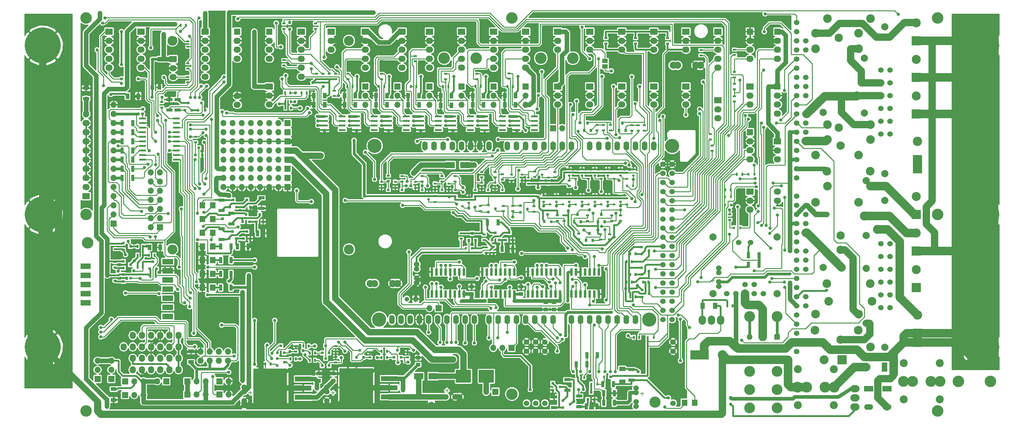
<source format=gtl>
%TF.GenerationSoftware,KiCad,Pcbnew,(2017-02-19 revision a416f3a4e)-master*%
%TF.CreationDate,2017-04-25T15:40:45+02:00*%
%TF.ProjectId,ardumower mega shield svn,617264756D6F776572206D6567612073,1.3*%
%TF.FileFunction,Copper,L1,Top,Signal*%
%TF.FilePolarity,Positive*%
%FSLAX46Y46*%
G04 Gerber Fmt 4.6, Leading zero omitted, Abs format (unit mm)*
G04 Created by KiCad (PCBNEW (2017-02-19 revision a416f3a4e)-master) date 04/25/17 15:40:45*
%MOMM*%
%LPD*%
G01*
G04 APERTURE LIST*
%ADD10C,0.100000*%
%TA.AperFunction,EtchedComponent*%
%ADD11C,0.150000*%
%TD*%
%TA.AperFunction,SMDPad,CuDef*%
%ADD12R,2.500000X1.800000*%
%TD*%
%TA.AperFunction,ComponentPad*%
%ADD13O,1.727200X2.032000*%
%TD*%
%TA.AperFunction,ComponentPad*%
%ADD14C,2.750000*%
%TD*%
%TA.AperFunction,ComponentPad*%
%ADD15C,2.000000*%
%TD*%
%TA.AperFunction,ComponentPad*%
%ADD16C,1.524000*%
%TD*%
%TA.AperFunction,SMDPad,CuDef*%
%ADD17R,1.600200X1.168400*%
%TD*%
%TA.AperFunction,ComponentPad*%
%ADD18O,1.524000X2.540000*%
%TD*%
%TA.AperFunction,ComponentPad*%
%ADD19C,3.937000*%
%TD*%
%TA.AperFunction,ComponentPad*%
%ADD20R,1.700000X1.700000*%
%TD*%
%TA.AperFunction,ComponentPad*%
%ADD21O,1.700000X1.700000*%
%TD*%
%TA.AperFunction,SMDPad,CuDef*%
%ADD22R,0.800100X0.800100*%
%TD*%
%TA.AperFunction,ComponentPad*%
%ADD23R,2.499360X1.501140*%
%TD*%
%TA.AperFunction,ComponentPad*%
%ADD24O,2.499360X1.501140*%
%TD*%
%TA.AperFunction,ComponentPad*%
%ADD25R,1.300000X1.300000*%
%TD*%
%TA.AperFunction,ComponentPad*%
%ADD26C,1.300000*%
%TD*%
%TA.AperFunction,ComponentPad*%
%ADD27C,1.998980*%
%TD*%
%TA.AperFunction,ComponentPad*%
%ADD28C,2.301240*%
%TD*%
%TA.AperFunction,ComponentPad*%
%ADD29C,1.501140*%
%TD*%
%TA.AperFunction,ComponentPad*%
%ADD30C,3.200000*%
%TD*%
%TA.AperFunction,ComponentPad*%
%ADD31C,10.000000*%
%TD*%
%TA.AperFunction,ComponentPad*%
%ADD32C,2.500000*%
%TD*%
%TA.AperFunction,ComponentPad*%
%ADD33R,2.500000X2.500000*%
%TD*%
%TA.AperFunction,ComponentPad*%
%ADD34R,2.600000X2.600000*%
%TD*%
%TA.AperFunction,ComponentPad*%
%ADD35C,2.600000*%
%TD*%
%TA.AperFunction,ComponentPad*%
%ADD36C,3.100000*%
%TD*%
%TA.AperFunction,ComponentPad*%
%ADD37C,2.999740*%
%TD*%
%TA.AperFunction,SMDPad,CuDef*%
%ADD38R,1.250000X1.000000*%
%TD*%
%TA.AperFunction,SMDPad,CuDef*%
%ADD39R,1.597660X1.800860*%
%TD*%
%TA.AperFunction,SMDPad,CuDef*%
%ADD40R,4.191000X3.556000*%
%TD*%
%TA.AperFunction,SMDPad,CuDef*%
%ADD41R,1.981200X0.558800*%
%TD*%
%TA.AperFunction,SMDPad,CuDef*%
%ADD42R,1.699260X1.300480*%
%TD*%
%TA.AperFunction,SMDPad,CuDef*%
%ADD43R,4.600000X1.390000*%
%TD*%
%TA.AperFunction,SMDPad,CuDef*%
%ADD44R,9.400000X10.800000*%
%TD*%
%TA.AperFunction,ComponentPad*%
%ADD45O,2.032000X2.540000*%
%TD*%
%TA.AperFunction,ComponentPad*%
%ADD46O,2.540000X2.032000*%
%TD*%
%TA.AperFunction,ComponentPad*%
%ADD47O,2.032000X1.727200*%
%TD*%
%TA.AperFunction,ComponentPad*%
%ADD48R,2.032000X1.727200*%
%TD*%
%TA.AperFunction,ComponentPad*%
%ADD49R,1.720000X1.720000*%
%TD*%
%TA.AperFunction,ComponentPad*%
%ADD50O,2.032000X1.720000*%
%TD*%
%TA.AperFunction,ComponentPad*%
%ADD51O,2.023000X1.720000*%
%TD*%
%TA.AperFunction,ComponentPad*%
%ADD52R,2.032000X1.720000*%
%TD*%
%TA.AperFunction,ComponentPad*%
%ADD53R,2.032000X1.700000*%
%TD*%
%TA.AperFunction,ComponentPad*%
%ADD54O,2.032000X1.710000*%
%TD*%
%TA.AperFunction,ComponentPad*%
%ADD55R,2.032000X1.710000*%
%TD*%
%TA.AperFunction,SMDPad,CuDef*%
%ADD56R,0.660400X2.032000*%
%TD*%
%TA.AperFunction,SMDPad,CuDef*%
%ADD57R,1.300480X1.699260*%
%TD*%
%TA.AperFunction,SMDPad,CuDef*%
%ADD58R,1.000000X1.250000*%
%TD*%
%TA.AperFunction,ComponentPad*%
%ADD59C,2.400000*%
%TD*%
%TA.AperFunction,SMDPad,CuDef*%
%ADD60R,1.000000X1.600000*%
%TD*%
%TA.AperFunction,SMDPad,CuDef*%
%ADD61R,1.600000X1.000000*%
%TD*%
%TA.AperFunction,SMDPad,CuDef*%
%ADD62R,1.950000X0.600000*%
%TD*%
%TA.AperFunction,SMDPad,CuDef*%
%ADD63R,0.900000X0.500000*%
%TD*%
%TA.AperFunction,SMDPad,CuDef*%
%ADD64R,0.500000X0.900000*%
%TD*%
%TA.AperFunction,SMDPad,CuDef*%
%ADD65R,0.600000X0.800000*%
%TD*%
%TA.AperFunction,SMDPad,CuDef*%
%ADD66R,0.800000X0.600000*%
%TD*%
%TA.AperFunction,SMDPad,CuDef*%
%ADD67R,0.800000X0.900000*%
%TD*%
%TA.AperFunction,SMDPad,CuDef*%
%ADD68R,0.900000X1.700000*%
%TD*%
%TA.AperFunction,SMDPad,CuDef*%
%ADD69R,1.700000X0.900000*%
%TD*%
%TA.AperFunction,ComponentPad*%
%ADD70R,1.524000X1.524000*%
%TD*%
%TA.AperFunction,ComponentPad*%
%ADD71O,1.727200X1.727200*%
%TD*%
%TA.AperFunction,ComponentPad*%
%ADD72C,1.727200*%
%TD*%
%TA.AperFunction,ComponentPad*%
%ADD73C,2.199640*%
%TD*%
%TA.AperFunction,ComponentPad*%
%ADD74R,1.501140X2.499360*%
%TD*%
%TA.AperFunction,ComponentPad*%
%ADD75O,1.501140X2.499360*%
%TD*%
%TA.AperFunction,ComponentPad*%
%ADD76R,1.600000X1.600000*%
%TD*%
%TA.AperFunction,ComponentPad*%
%ADD77O,1.600000X1.600000*%
%TD*%
%TA.AperFunction,ViaPad*%
%ADD78C,0.889000*%
%TD*%
%TA.AperFunction,ViaPad*%
%ADD79C,1.600000*%
%TD*%
%TA.AperFunction,Conductor*%
%ADD80C,0.254000*%
%TD*%
%TA.AperFunction,Conductor*%
%ADD81C,0.480000*%
%TD*%
%TA.AperFunction,Conductor*%
%ADD82C,0.508000*%
%TD*%
%TA.AperFunction,Conductor*%
%ADD83C,0.762000*%
%TD*%
%TA.AperFunction,Conductor*%
%ADD84C,2.358000*%
%TD*%
%TA.AperFunction,Conductor*%
%ADD85C,1.778000*%
%TD*%
%TA.AperFunction,Conductor*%
%ADD86C,2.032000*%
%TD*%
%TA.AperFunction,Conductor*%
%ADD87C,1.524000*%
%TD*%
%TA.AperFunction,Conductor*%
%ADD88C,1.016000*%
%TD*%
%TA.AperFunction,Conductor*%
%ADD89C,1.270000*%
%TD*%
%TA.AperFunction,Conductor*%
%ADD90C,0.304800*%
%TD*%
G04 APERTURE END LIST*
D10*
D11*
%TO.C,C12*%
X184706260Y-137429240D02*
X184706260Y-137929620D01*
X184706260Y-137429240D02*
X185206640Y-137429240D01*
X184706260Y-136928860D02*
X184706260Y-137429240D01*
X184706260Y-137429240D02*
X184307480Y-137429240D01*
X184307480Y-137429240D02*
X184205880Y-137429240D01*
%TO.C,C3*%
X204294740Y-106029760D02*
X204294740Y-105529380D01*
X204294740Y-106029760D02*
X203794360Y-106029760D01*
X204294740Y-106530140D02*
X204294740Y-106029760D01*
X204294740Y-106029760D02*
X204693520Y-106029760D01*
X204693520Y-106029760D02*
X204795120Y-106029760D01*
%TO.C,C1*%
X130571240Y-136603740D02*
X131071620Y-136603740D01*
X130571240Y-136603740D02*
X130571240Y-136103360D01*
X130070860Y-136603740D02*
X130571240Y-136603740D01*
X130571240Y-136603740D02*
X130571240Y-137002520D01*
X130571240Y-137002520D02*
X130571240Y-137104120D01*
%TO.C,C8*%
X98582480Y-137175240D02*
X98480880Y-137175240D01*
X98981260Y-137175240D02*
X98582480Y-137175240D01*
X98981260Y-136674860D02*
X98981260Y-137175240D01*
X98981260Y-137175240D02*
X99481640Y-137175240D01*
X98981260Y-137175240D02*
X98981260Y-137675620D01*
%TO.C,C13*%
X75595480Y-137175240D02*
X75493880Y-137175240D01*
X75994260Y-137175240D02*
X75595480Y-137175240D01*
X75994260Y-136674860D02*
X75994260Y-137175240D01*
X75994260Y-137175240D02*
X76494640Y-137175240D01*
X75994260Y-137175240D02*
X75994260Y-137675620D01*
%TD*%
D12*
%TO.P,D74,1*%
%TO.N,Net-(D74-Pad1)*%
X135477000Y-73914000D03*
%TO.P,D74,2*%
%TO.N,+9V*%
X131477000Y-73914000D03*
%TD*%
%TO.P,D4,1*%
%TO.N,Net-(C1-Pad1)*%
X122714000Y-132588000D03*
%TO.P,D4,2*%
%TO.N,+9V*%
X126714000Y-132588000D03*
%TD*%
D13*
%TO.P,U2,BRK*%
%TO.N,N/C*%
X43408600Y-121259600D03*
%TO.P,U2,RXD*%
%TO.N,Net-(Q26-Pad2)*%
X45948600Y-121259600D03*
%TO.P,U2,TXD*%
%TO.N,Net-(R6-Pad2)*%
X48488600Y-121259600D03*
%TO.P,U2,GND*%
%TO.N,GND*%
X51028600Y-121259600D03*
%TO.P,U2,VCC*%
%TO.N,Net-(C34-Pad1)*%
X53568600Y-121259600D03*
%TO.P,U2,LED*%
%TO.N,Led-BT*%
X56108600Y-121259600D03*
%TO.P,U2,Key*%
%TO.N,Net-(JP2-Pad1)*%
X40868600Y-124434600D03*
%TO.P,U2,EN*%
%TO.N,N/C*%
X43408600Y-124434600D03*
%TO.P,U2,VCC*%
%TO.N,Net-(C34-Pad1)*%
X45948600Y-124434600D03*
%TO.P,U2,GND*%
%TO.N,GND*%
X48488600Y-124434600D03*
%TO.P,U2,TXD*%
%TO.N,Net-(R6-Pad2)*%
X51028600Y-124434600D03*
%TO.P,U2,RXD*%
%TO.N,Net-(Q26-Pad2)*%
X53568600Y-124434600D03*
%TO.P,U2,LED*%
%TO.N,Led-BT*%
X56108600Y-124434600D03*
%TO.P,U2,VCC*%
%TO.N,Net-(C34-Pad1)*%
X43408600Y-130784600D03*
%TO.P,U2,GND*%
%TO.N,GND*%
X45948600Y-130784600D03*
%TO.P,U2,TXD*%
%TO.N,Net-(R6-Pad2)*%
X48488600Y-130784600D03*
%TO.P,U2,RXD*%
%TO.N,Net-(Q26-Pad2)*%
X51028600Y-130784600D03*
%TO.P,U2,Key*%
%TO.N,Net-(JP2-Pad1)*%
X53568600Y-130784600D03*
%TO.P,U2,LED*%
%TO.N,Led-BT*%
X56108600Y-130784600D03*
X56108600Y-130784600D03*
X56108600Y-130784600D03*
X56108600Y-127609600D03*
%TO.P,U2,RXD*%
%TO.N,Net-(Q26-Pad2)*%
X53568600Y-127609600D03*
%TO.P,U2,TXD*%
%TO.N,Net-(R6-Pad2)*%
X51028600Y-127609600D03*
%TO.P,U2,GND*%
%TO.N,GND*%
X48488600Y-127609600D03*
%TO.P,U2,VCC*%
%TO.N,Net-(C34-Pad1)*%
X45948600Y-127609600D03*
%TO.P,U2,Key*%
%TO.N,Net-(JP2-Pad1)*%
X43408600Y-127609600D03*
%TD*%
D14*
%TO.P,B16,*%
%TO.N,*%
X54367000Y-97326000D03*
X103367000Y-39326000D03*
X103367000Y-97326000D03*
X54367000Y-39326000D03*
%TD*%
D15*
%TO.P,Dual2,~*%
%TO.N,N/C*%
X252031500Y-35496500D03*
X252031500Y-76263500D03*
D16*
%TO.P,Dual2,31*%
X230124000Y-39370000D03*
%TO.P,Dual2,30*%
X230124000Y-41910000D03*
%TO.P,Dual2,29*%
X230124000Y-49530000D03*
%TO.P,Dual2,28*%
X230124000Y-52070000D03*
%TO.P,Dual2,27*%
X230124000Y-54610000D03*
%TO.P,Dual2,26*%
X230124000Y-62230000D03*
%TO.P,Dual2,25*%
X230124000Y-64770000D03*
%TO.P,Dual2,24*%
%TO.N,/Motortreiber/M\00E4hmotorSchutz/MotorIN2*%
X250952000Y-47498000D03*
%TO.P,Dual2,23*%
%TO.N,/Motortreiber/M\00E4hmotorSchutz/MotorIN1*%
X250952000Y-51054000D03*
%TO.P,Dual2,22*%
%TO.N,Dual2*%
X250952000Y-54610000D03*
%TO.P,Dual2,21*%
%TO.N,GND*%
X250952000Y-58166000D03*
%TO.P,Dual2,20*%
%TO.N,/Motortreiber/M\00E4hmotorSchutz/MotorIN2*%
X250952000Y-61722000D03*
%TO.P,Dual2,19*%
%TO.N,/Motortreiber/M\00E4hmotorSchutz/MotorIN1*%
X250952000Y-65278000D03*
%TO.P,Dual2,18*%
%TO.N,pinMotorMowSense*%
X227584000Y-34290000D03*
%TO.P,Dual2,17*%
%TO.N,pinMotorMowFault*%
X227584000Y-36830000D03*
%TO.P,Dual2,16*%
%TO.N,GND*%
X227584000Y-39370000D03*
%TO.P,Dual2,15*%
%TO.N,IOREF*%
X227584000Y-41910000D03*
%TO.P,Dual2,14*%
%TO.N,pinMotorMowPWM*%
X227584000Y-44450000D03*
%TO.P,Dual2,13*%
%TO.N,pinMotorMowDir*%
X227584000Y-46990000D03*
%TO.P,Dual2,12*%
%TO.N,N/C*%
X227584000Y-49530000D03*
%TO.P,Dual2,11*%
X227584000Y-52070000D03*
%TO.P,Dual2,10*%
%TO.N,pinMotorMowEnable*%
X227584000Y-54610000D03*
%TO.P,Dual2,9*%
%TO.N,Net-(Dual2-Pad9)*%
X227584000Y-57150000D03*
%TO.P,Dual2,8*%
%TO.N,pinMotorMowFault*%
X227584000Y-59690000D03*
%TO.P,Dual2,7*%
%TO.N,GND*%
X227584000Y-62230000D03*
%TO.P,Dual2,6*%
%TO.N,IOREF*%
X227584000Y-64770000D03*
%TO.P,Dual2,5*%
%TO.N,pinMotorMowPWM*%
X227584000Y-67310000D03*
%TO.P,Dual2,4*%
%TO.N,pinMotorMowDir*%
X227584000Y-69850000D03*
%TO.P,Dual2,3*%
%TO.N,IOREF*%
X227584000Y-72390000D03*
%TO.P,Dual2,2*%
%TO.N,GND*%
X227584000Y-74930000D03*
%TO.P,Dual2,1*%
%TO.N,N/C*%
X227584000Y-77470000D03*
%TO.P,Dual2,19*%
%TO.N,/Motortreiber/M\00E4hmotorSchutz/MotorIN1*%
X253492000Y-65278000D03*
%TO.P,Dual2,20*%
%TO.N,/Motortreiber/M\00E4hmotorSchutz/MotorIN2*%
X253492000Y-61722000D03*
%TO.P,Dual2,21*%
%TO.N,GND*%
X253492000Y-58166000D03*
%TO.P,Dual2,22*%
%TO.N,Dual2*%
X253492000Y-54610000D03*
%TO.P,Dual2,23*%
%TO.N,/Motortreiber/M\00E4hmotorSchutz/MotorIN1*%
X253492000Y-51054000D03*
%TO.P,Dual2,24*%
%TO.N,/Motortreiber/M\00E4hmotorSchutz/MotorIN2*%
X253492000Y-47498000D03*
%TD*%
%TO.P,Dual1,24*%
%TO.N,/Motortreiber/MotorRechts/MotorIN2*%
X253492000Y-95758000D03*
%TO.P,Dual1,23*%
%TO.N,/Motortreiber/MotorRechts/MotorIN1*%
X253492000Y-99314000D03*
%TO.P,Dual1,22*%
%TO.N,Dual1*%
X253492000Y-102870000D03*
%TO.P,Dual1,21*%
%TO.N,GND*%
X253492000Y-106426000D03*
%TO.P,Dual1,20*%
%TO.N,/Motortreiber/MotorLinks/MotorIN2*%
X253492000Y-109982000D03*
%TO.P,Dual1,19*%
%TO.N,/Motortreiber/MotorLinks/MotorIN1*%
X253492000Y-113538000D03*
%TO.P,Dual1,1*%
%TO.N,N/C*%
X227584000Y-125730000D03*
%TO.P,Dual1,2*%
%TO.N,GND*%
X227584000Y-123190000D03*
%TO.P,Dual1,3*%
%TO.N,IOREF*%
X227584000Y-120650000D03*
%TO.P,Dual1,4*%
%TO.N,pinMotorLeftDir*%
X227584000Y-118110000D03*
%TO.P,Dual1,5*%
%TO.N,pinMotorLeftPWM*%
X227584000Y-115570000D03*
%TO.P,Dual1,6*%
%TO.N,IOREF*%
X227584000Y-113030000D03*
%TO.P,Dual1,7*%
%TO.N,GND*%
X227584000Y-110490000D03*
%TO.P,Dual1,8*%
%TO.N,pinMotorLeftFault*%
X227584000Y-107950000D03*
%TO.P,Dual1,9*%
%TO.N,pinMotorLeftSense*%
X227584000Y-105410000D03*
%TO.P,Dual1,10*%
%TO.N,pinMotorEnable*%
X227584000Y-102870000D03*
%TO.P,Dual1,11*%
%TO.N,N/C*%
X227584000Y-100330000D03*
%TO.P,Dual1,12*%
X227584000Y-97790000D03*
%TO.P,Dual1,13*%
%TO.N,pinMotorRightDir*%
X227584000Y-95250000D03*
%TO.P,Dual1,14*%
%TO.N,pinMotorRightPWM*%
X227584000Y-92710000D03*
%TO.P,Dual1,15*%
%TO.N,IOREF*%
X227584000Y-90170000D03*
%TO.P,Dual1,16*%
%TO.N,GND*%
X227584000Y-87630000D03*
%TO.P,Dual1,17*%
%TO.N,pinMotorRightFault*%
X227584000Y-85090000D03*
%TO.P,Dual1,18*%
%TO.N,pinMotorRightSense*%
X227584000Y-82550000D03*
%TO.P,Dual1,19*%
%TO.N,/Motortreiber/MotorLinks/MotorIN1*%
X250952000Y-113538000D03*
%TO.P,Dual1,20*%
%TO.N,/Motortreiber/MotorLinks/MotorIN2*%
X250952000Y-109982000D03*
%TO.P,Dual1,21*%
%TO.N,GND*%
X250952000Y-106426000D03*
%TO.P,Dual1,22*%
%TO.N,Dual1*%
X250952000Y-102870000D03*
%TO.P,Dual1,23*%
%TO.N,/Motortreiber/MotorRechts/MotorIN1*%
X250952000Y-99314000D03*
%TO.P,Dual1,24*%
%TO.N,/Motortreiber/MotorRechts/MotorIN2*%
X250952000Y-95758000D03*
%TO.P,Dual1,25*%
%TO.N,N/C*%
X230124000Y-113030000D03*
%TO.P,Dual1,26*%
X230124000Y-110490000D03*
%TO.P,Dual1,27*%
X230124000Y-102870000D03*
%TO.P,Dual1,28*%
X230124000Y-100330000D03*
%TO.P,Dual1,29*%
X230124000Y-97790000D03*
%TO.P,Dual1,30*%
X230124000Y-90170000D03*
%TO.P,Dual1,31*%
X230124000Y-87630000D03*
D15*
%TO.P,Dual1,~*%
X252031500Y-124523500D03*
X252031500Y-83756500D03*
%TD*%
D17*
%TO.P,JP3,2*%
%TO.N,Net-(Dual2-Pad9)*%
X174371000Y-46482000D03*
%TO.P,JP3,1*%
%TO.N,ReserveAD6*%
X174371000Y-44958000D03*
%TD*%
D18*
%TO.P,SHIELD1,FREI*%
%TO.N,N/C*%
X124460000Y-68580000D03*
%TO.P,SHIELD1,IORE*%
%TO.N,IOREF*%
X127000000Y-68580000D03*
%TO.P,SHIELD1,SCL1*%
%TO.N,SCL22*%
X115316000Y-116840000D03*
%TO.P,SHIELD1,SDA1*%
%TO.N,SDA22*%
X117856000Y-116840000D03*
D16*
%TO.P,SHIELD1,GND5*%
%TO.N,GND*%
X193040000Y-73660000D03*
%TO.P,SHIELD1,GND4*%
X190500000Y-73660000D03*
%TO.P,SHIELD1,53*%
%TO.N,pinBuzzer*%
X193040000Y-76200000D03*
%TO.P,SHIELD1,52*%
%TO.N,pinRemoteSwitch*%
X190500000Y-76200000D03*
%TO.P,SHIELD1,51*%
%TO.N,pinButton*%
X193040000Y-78740000D03*
%TO.P,SHIELD1,50*%
%TO.N,pinChargingEnable*%
X190500000Y-78740000D03*
%TO.P,SHIELD1,49*%
%TO.N,Net-(D57-Pad2)*%
X193040000Y-81280000D03*
%TO.P,SHIELD1,48*%
%TO.N,Net-(D61-Pad2)*%
X190500000Y-81280000D03*
%TO.P,SHIELD1,47*%
%TO.N,Net-(D49-Pad2)*%
X193040000Y-83820000D03*
%TO.P,SHIELD1,46*%
%TO.N,Net-(D51-Pad2)*%
X190500000Y-83820000D03*
%TO.P,SHIELD1,45*%
%TO.N,Net-(D47-Pad2)*%
X193040000Y-86360000D03*
%TO.P,SHIELD1,44*%
%TO.N,Net-(D45-Pad2)*%
X190500000Y-86360000D03*
%TO.P,SHIELD1,43*%
%TO.N,Net-(D43-Pad2)*%
X193040000Y-88900000D03*
%TO.P,SHIELD1,42*%
%TO.N,Net-(D41-Pad2)*%
X190500000Y-88900000D03*
%TO.P,SHIELD1,41*%
%TO.N,Net-(D39-Pad2)*%
X193040000Y-91440000D03*
%TO.P,SHIELD1,40*%
%TO.N,Net-(D37-Pad2)*%
X190500000Y-91440000D03*
%TO.P,SHIELD1,39*%
%TO.N,Net-(D31-Pad2)*%
X193040000Y-93980000D03*
%TO.P,SHIELD1,38*%
%TO.N,Net-(D29-Pad2)*%
X190500000Y-93980000D03*
%TO.P,SHIELD1,37*%
%TO.N,pinMotorEnable*%
X193040000Y-96520000D03*
%TO.P,SHIELD1,36*%
%TO.N,pinSonarLeftEcho*%
X190500000Y-96520000D03*
%TO.P,SHIELD1,35*%
%TO.N,Net-(D27-Pad1)*%
X193040000Y-99060000D03*
%TO.P,SHIELD1,34*%
%TO.N,pinSonarLeftTrigger*%
X190500000Y-99060000D03*
%TO.P,SHIELD1,33*%
%TO.N,pinMotorRightDir*%
X193040000Y-101600000D03*
%TO.P,SHIELD1,32*%
%TO.N,pinSonarRightEcho*%
X190500000Y-101600000D03*
%TO.P,SHIELD1,30*%
%TO.N,pinSonarRightTrigger*%
X190500000Y-104140000D03*
%TO.P,SHIELD1,31*%
%TO.N,pinMotorLeftDir*%
X193040000Y-104140000D03*
%TO.P,SHIELD1,5V_5*%
%TO.N,N/C*%
X193040000Y-116840000D03*
%TO.P,SHIELD1,5V_4*%
X190500000Y-116840000D03*
%TO.P,SHIELD1,29*%
%TO.N,pinMotorMowDir*%
X193040000Y-106680000D03*
%TO.P,SHIELD1,28*%
%TO.N,pinMotorMowEnable*%
X190500000Y-106680000D03*
%TO.P,SHIELD1,27*%
%TO.N,pinMotorRightFault*%
X193040000Y-109220000D03*
%TO.P,SHIELD1,26*%
%TO.N,pinMotorMowFault*%
X190500000Y-109220000D03*
%TO.P,SHIELD1,25*%
%TO.N,pinMotorLeftFault*%
X193040000Y-111760000D03*
%TO.P,SHIELD1,24*%
%TO.N,pinSonarCenterTrigger*%
X190500000Y-111760000D03*
%TO.P,SHIELD1,23*%
%TO.N,Net-(D25-Pad1)*%
X193040000Y-114300000D03*
%TO.P,SHIELD1,22*%
%TO.N,pinSonarCenterEcho*%
X190500000Y-114300000D03*
D19*
%TO.P,SHIELD1,*%
%TO.N,*%
X110490000Y-68580000D03*
X111760000Y-116840000D03*
X186690000Y-116840000D03*
X193040000Y-68580000D03*
D18*
%TO.P,SHIELD1,5V*%
%TO.N,+5V*%
X134620000Y-68580000D03*
%TO.P,SHIELD1,AREF*%
%TO.N,Net-(C9-Pad2)*%
X120396000Y-116840000D03*
%TO.P,SHIELD1,GND3*%
%TO.N,GND*%
X122936000Y-116840000D03*
%TO.P,SHIELD1,13*%
%TO.N,Led-Status*%
X125476000Y-116840000D03*
%TO.P,SHIELD1,12*%
%TO.N,pinRemoteMow*%
X128016000Y-116840000D03*
%TO.P,SHIELD1,11*%
%TO.N,pinRemoteSteer*%
X130556000Y-116840000D03*
%TO.P,SHIELD1,10*%
%TO.N,pinRemoteSpeed*%
X133096000Y-116840000D03*
%TO.P,SHIELD1,9*%
%TO.N,Net-(D32-Pad2)*%
X135636000Y-116840000D03*
%TO.P,SHIELD1,8*%
%TO.N,Net-(D33-Pad2)*%
X138176000Y-116840000D03*
%TO.P,SHIELD1,7*%
%TO.N,DuoLED-Rot*%
X142240000Y-116840000D03*
%TO.P,SHIELD1,6*%
%TO.N,DuoLED_Gr\00FCn*%
X144780000Y-116840000D03*
%TO.P,SHIELD1,5*%
%TO.N,pinMotorLeftPWM*%
X147320000Y-116840000D03*
%TO.P,SHIELD1,4*%
%TO.N,RelaisAbschaltung*%
X149860000Y-116840000D03*
%TO.P,SHIELD1,3*%
%TO.N,pinMotorRightPWM*%
X152400000Y-116840000D03*
%TO.P,SHIELD1,2*%
%TO.N,pinMotorMowPWM*%
X154940000Y-116840000D03*
%TO.P,SHIELD1,1*%
%TO.N,TX0*%
X157480000Y-116840000D03*
%TO.P,SHIELD1,0*%
%TO.N,RX0*%
X160020000Y-116840000D03*
%TO.P,SHIELD1,RST*%
%TO.N,Reset*%
X129540000Y-68580000D03*
%TO.P,SHIELD1,3V3*%
%TO.N,+3V3*%
X132080000Y-68580000D03*
%TO.P,SHIELD1,GND1*%
%TO.N,GND*%
X137160000Y-68580000D03*
%TO.P,SHIELD1,GND2*%
X139700000Y-68580000D03*
%TO.P,SHIELD1,V_IN*%
%TO.N,Net-(D74-Pad1)*%
X142240000Y-68580000D03*
%TO.P,SHIELD1,AD2*%
%TO.N,Net-(D59-Pad2)*%
X152400000Y-68580000D03*
%TO.P,SHIELD1,AD1*%
%TO.N,pinMotorLeftSense*%
X149860000Y-68580000D03*
%TO.P,SHIELD1,AD0*%
%TO.N,pinMotorRightSense*%
X147320000Y-68580000D03*
%TO.P,SHIELD1,AD3*%
%TO.N,pinMotorMowSense*%
X154940000Y-68580000D03*
%TO.P,SHIELD1,AD4*%
%TO.N,Net-(D16-Pad1)*%
X157480000Y-68580000D03*
%TO.P,SHIELD1,AD5*%
%TO.N,Net-(D11-Pad2)*%
X160020000Y-68580000D03*
%TO.P,SHIELD1,AD11*%
%TO.N,pinMotorMowRpm_neu*%
X177800000Y-68580000D03*
%TO.P,SHIELD1,AD10*%
%TO.N,Net-(D71-Pad2)*%
X175260000Y-68580000D03*
%TO.P,SHIELD1,AD9*%
%TO.N,Net-(D67-Pad2)*%
X172720000Y-68580000D03*
%TO.P,SHIELD1,AD6*%
%TO.N,Net-(D55-Pad2)*%
X162560000Y-68580000D03*
%TO.P,SHIELD1,AD7*%
%TO.N,Net-(D53-Pad2)*%
X165100000Y-68580000D03*
%TO.P,SHIELD1,AD8*%
%TO.N,Net-(D63-Pad2)*%
X170180000Y-68580000D03*
%TO.P,SHIELD1,AD12*%
%TO.N,pinOdometryLeft*%
X180340000Y-68580000D03*
%TO.P,SHIELD1,AD13*%
%TO.N,Net-(D69-Pad2)*%
X182880000Y-68580000D03*
%TO.P,SHIELD1,AD14*%
%TO.N,pinOdometryRight*%
X185420000Y-68580000D03*
%TO.P,SHIELD1,AD15*%
%TO.N,Net-(D65-Pad2)*%
X187960000Y-68580000D03*
%TO.P,SHIELD1,21*%
%TO.N,SCL*%
X182880000Y-116840000D03*
%TO.P,SHIELD1,20*%
%TO.N,SDA*%
X180340000Y-116840000D03*
%TO.P,SHIELD1,19*%
%TO.N,RX1*%
X177800000Y-116840000D03*
%TO.P,SHIELD1,18*%
%TO.N,TX1*%
X175260000Y-116840000D03*
%TO.P,SHIELD1,17*%
%TO.N,RX2*%
X172720000Y-116840000D03*
%TO.P,SHIELD1,16*%
%TO.N,TX2*%
X170180000Y-116840000D03*
%TO.P,SHIELD1,15*%
%TO.N,GPS_TX*%
X167640000Y-116840000D03*
%TO.P,SHIELD1,14*%
%TO.N,GPS_RX*%
X165100000Y-116840000D03*
%TD*%
D20*
%TO.P,JC7,1*%
%TO.N,+5VP*%
X152400000Y-52070000D03*
D21*
%TO.P,JC7,2*%
%TO.N,Net-(C25-Pad1)*%
X152400000Y-54610000D03*
%TO.P,JC7,3*%
%TO.N,+3.3VP*%
X152400000Y-57150000D03*
%TD*%
D20*
%TO.P,JC6,1*%
%TO.N,+5VP*%
X143510000Y-52070000D03*
D21*
%TO.P,JC6,2*%
%TO.N,Net-(C24-Pad1)*%
X143510000Y-54610000D03*
%TO.P,JC6,3*%
%TO.N,+3.3VP*%
X143510000Y-57150000D03*
%TD*%
D20*
%TO.P,JC5,1*%
%TO.N,+5VP*%
X134620000Y-52070000D03*
D21*
%TO.P,JC5,2*%
%TO.N,Net-(C23-Pad1)*%
X134620000Y-54610000D03*
%TO.P,JC5,3*%
%TO.N,+3.3VP*%
X134620000Y-57150000D03*
%TD*%
D20*
%TO.P,JC4,1*%
%TO.N,+5VP*%
X125730000Y-52070000D03*
D21*
%TO.P,JC4,2*%
%TO.N,Net-(C21-Pad1)*%
X125730000Y-54610000D03*
%TO.P,JC4,3*%
%TO.N,+3.3VP*%
X125730000Y-57150000D03*
%TD*%
D20*
%TO.P,JC3,1*%
%TO.N,+5VP*%
X116840000Y-52070000D03*
D21*
%TO.P,JC3,2*%
%TO.N,Net-(C20-Pad1)*%
X116840000Y-54610000D03*
%TO.P,JC3,3*%
%TO.N,+3.3VP*%
X116840000Y-57150000D03*
%TD*%
D20*
%TO.P,JC2,1*%
%TO.N,+5VP*%
X107950000Y-52070000D03*
D21*
%TO.P,JC2,2*%
%TO.N,Net-(C19-Pad1)*%
X107950000Y-54610000D03*
%TO.P,JC2,3*%
%TO.N,+3.3VP*%
X107950000Y-57150000D03*
%TD*%
D20*
%TO.P,JP6,1*%
%TO.N,+5VP*%
X58547000Y-133985000D03*
D21*
%TO.P,JP6,2*%
%TO.N,Net-(C35-Pad1)*%
X61087000Y-133985000D03*
%TO.P,JP6,3*%
%TO.N,+3.3VP*%
X63627000Y-133985000D03*
%TD*%
D20*
%TO.P,JP4,1*%
%TO.N,+5VP*%
X41275000Y-133985000D03*
D21*
%TO.P,JP4,2*%
%TO.N,Net-(C34-Pad1)*%
X43815000Y-133985000D03*
%TO.P,JP4,3*%
%TO.N,+3.3VP*%
X46355000Y-133985000D03*
%TD*%
D20*
%TO.P,JP7,1*%
%TO.N,+5VP*%
X37465000Y-133350000D03*
D21*
%TO.P,JP7,2*%
%TO.N,Net-(C36-Pad1)*%
X37465000Y-130810000D03*
%TO.P,JP7,3*%
%TO.N,+3.3VP*%
X37465000Y-128270000D03*
%TD*%
D20*
%TO.P,JP2,1*%
%TO.N,Net-(JP2-Pad1)*%
X52705000Y-133985000D03*
D21*
%TO.P,JP2,2*%
%TO.N,+3.3VP*%
X50165000Y-133985000D03*
%TD*%
D20*
%TO.P,JP5,1*%
%TO.N,Net-(JP5-Pad1)*%
X67437000Y-137668000D03*
D21*
%TO.P,JP5,2*%
%TO.N,GND*%
X69977000Y-137668000D03*
%TD*%
D20*
%TO.P,JP9,1*%
%TO.N,Net-(JP9-Pad1)*%
X67437000Y-133985000D03*
D21*
%TO.P,JP9,2*%
%TO.N,GND*%
X69977000Y-133985000D03*
%TD*%
D20*
%TO.P,P45,1*%
%TO.N,GND*%
X86360000Y-80010000D03*
D21*
%TO.P,P45,2*%
X83820000Y-80010000D03*
%TO.P,P45,3*%
X81280000Y-80010000D03*
%TO.P,P45,4*%
X78740000Y-80010000D03*
%TO.P,P45,5*%
X76200000Y-80010000D03*
%TO.P,P45,6*%
X73660000Y-80010000D03*
%TO.P,P45,7*%
X71120000Y-80010000D03*
%TO.P,P45,8*%
X68580000Y-80010000D03*
%TD*%
D20*
%TO.P,P38,1*%
%TO.N,+5VP*%
X86360000Y-77470000D03*
D21*
%TO.P,P38,2*%
X83820000Y-77470000D03*
%TO.P,P38,3*%
X81280000Y-77470000D03*
%TO.P,P38,4*%
X78740000Y-77470000D03*
%TO.P,P38,5*%
X76200000Y-77470000D03*
%TO.P,P38,6*%
X73660000Y-77470000D03*
%TO.P,P38,7*%
X71120000Y-77470000D03*
%TO.P,P38,8*%
X68580000Y-77470000D03*
%TD*%
D20*
%TO.P,P24,1*%
%TO.N,+3.3VP*%
X86360000Y-74930000D03*
D21*
%TO.P,P24,2*%
X83820000Y-74930000D03*
%TO.P,P24,3*%
X81280000Y-74930000D03*
%TO.P,P24,4*%
X78740000Y-74930000D03*
%TO.P,P24,5*%
X76200000Y-74930000D03*
%TO.P,P24,6*%
X73660000Y-74930000D03*
%TO.P,P24,7*%
X71120000Y-74930000D03*
%TO.P,P24,8*%
X68580000Y-74930000D03*
%TD*%
D20*
%TO.P,P47,1*%
%TO.N,+9V*%
X86360000Y-69850000D03*
D21*
%TO.P,P47,2*%
X83820000Y-69850000D03*
%TO.P,P47,3*%
X81280000Y-69850000D03*
%TO.P,P47,4*%
X78740000Y-69850000D03*
%TO.P,P47,5*%
X76200000Y-69850000D03*
%TO.P,P47,6*%
X73660000Y-69850000D03*
%TO.P,P47,7*%
X71120000Y-69850000D03*
%TO.P,P47,8*%
X68580000Y-69850000D03*
%TD*%
D20*
%TO.P,P32,1*%
%TO.N,GND*%
X86360000Y-67310000D03*
D21*
%TO.P,P32,2*%
X83820000Y-67310000D03*
%TO.P,P32,3*%
X81280000Y-67310000D03*
%TO.P,P32,4*%
X78740000Y-67310000D03*
%TO.P,P32,5*%
X76200000Y-67310000D03*
%TO.P,P32,6*%
X73660000Y-67310000D03*
%TO.P,P32,7*%
X71120000Y-67310000D03*
%TO.P,P32,8*%
X68580000Y-67310000D03*
%TD*%
D20*
%TO.P,P33,1*%
%TO.N,+5V*%
X86360000Y-64770000D03*
D21*
%TO.P,P33,2*%
X83820000Y-64770000D03*
%TO.P,P33,3*%
X81280000Y-64770000D03*
%TO.P,P33,4*%
X78740000Y-64770000D03*
%TO.P,P33,5*%
X76200000Y-64770000D03*
%TO.P,P33,6*%
X73660000Y-64770000D03*
%TO.P,P33,7*%
X71120000Y-64770000D03*
%TO.P,P33,8*%
X68580000Y-64770000D03*
%TD*%
D20*
%TO.P,P34,1*%
%TO.N,+3V3*%
X86360000Y-62230000D03*
D21*
%TO.P,P34,2*%
X83820000Y-62230000D03*
%TO.P,P34,3*%
X81280000Y-62230000D03*
%TO.P,P34,4*%
X78740000Y-62230000D03*
%TO.P,P34,5*%
X76200000Y-62230000D03*
%TO.P,P34,6*%
X73660000Y-62230000D03*
%TO.P,P34,7*%
X71120000Y-62230000D03*
%TO.P,P34,8*%
X68580000Y-62230000D03*
%TD*%
D22*
%TO.P,Q3,3*%
%TO.N,Net-(D15-Pad1)*%
X170561000Y-137050780D03*
%TO.P,Q3,2*%
%TO.N,GND*%
X171511000Y-139049760D03*
%TO.P,Q3,1*%
%TO.N,Net-(Q3-Pad1)*%
X169611000Y-139049760D03*
%TD*%
D23*
%TO.P,D1,1*%
%TO.N,Net-(D1-Pad1)*%
X252603000Y-136017000D03*
D24*
%TO.P,D1,2*%
%TO.N,GND*%
X252603000Y-141097000D03*
%TD*%
D25*
%TO.P,C9,1*%
%TO.N,GND*%
X121920000Y-111125000D03*
D26*
%TO.P,C9,2*%
%TO.N,Net-(C9-Pad2)*%
X119420000Y-111125000D03*
%TD*%
D24*
%TO.P,D9,2*%
%TO.N,Net-(D1-Pad1)*%
X247523000Y-141097000D03*
D23*
%TO.P,D9,1*%
%TO.N,/USpannungAB/Batterieeingang 24V*%
X247523000Y-136017000D03*
%TD*%
D26*
%TO.P,C10,2*%
%TO.N,GND*%
X230124000Y-85210000D03*
D25*
%TO.P,C10,1*%
%TO.N,Dual1*%
X230124000Y-92710000D03*
%TD*%
%TO.P,C11,1*%
%TO.N,Dual2*%
X230124000Y-59690000D03*
D26*
%TO.P,C11,2*%
%TO.N,GND*%
X230124000Y-67190000D03*
%TD*%
D27*
%TO.P,CC1,2*%
%TO.N,Net-(CC1-Pad2)*%
X246380000Y-44196000D03*
%TO.P,CC1,1*%
%TO.N,/Motortreiber/M\00E4hmotorSchutz/MotorIN1*%
X246380000Y-59436000D03*
%TD*%
%TO.P,CC2,1*%
%TO.N,/Motortreiber/MotorLinks/MotorIN1*%
X246888000Y-102616000D03*
%TO.P,CC2,2*%
%TO.N,Net-(CC2-Pad2)*%
X246888000Y-117856000D03*
%TD*%
%TO.P,CC3,1*%
%TO.N,/Motortreiber/MotorRechts/MotorIN1*%
X246888000Y-78232000D03*
%TO.P,CC3,2*%
%TO.N,Net-(CC3-Pad2)*%
X246888000Y-93472000D03*
%TD*%
D28*
%TO.P,RL1,1*%
%TO.N,Net-(CC1-Pad2)*%
X239268000Y-63500000D03*
%TO.P,RL1,2*%
%TO.N,/Motortreiber/M\00E4hmotorSchutz/MotorIN2*%
X239268000Y-38501320D03*
%TD*%
%TO.P,RL2,1*%
%TO.N,Net-(CC2-Pad2)*%
X239776000Y-122428000D03*
%TO.P,RL2,2*%
%TO.N,/Motortreiber/MotorLinks/MotorIN2*%
X239776000Y-97429320D03*
%TD*%
%TO.P,RL3,2*%
%TO.N,/Motortreiber/MotorRechts/MotorIN2*%
X239776000Y-68473320D03*
%TO.P,RL3,1*%
%TO.N,Net-(CC3-Pad2)*%
X239776000Y-93472000D03*
%TD*%
D29*
%TO.P,C12,2*%
%TO.N,Net-(C12-Pad2)*%
X183007000Y-139700000D03*
%TO.P,C12,1*%
%TO.N,/USpannungAB/Batterieeingang 24V*%
X183007000Y-137160000D03*
D16*
X183007000Y-135890000D03*
%TO.P,C12,2*%
%TO.N,Net-(C12-Pad2)*%
X183007000Y-140970000D03*
%TD*%
D30*
%TO.P,B2,1*%
%TO.N,N/C*%
X30480000Y-87630000D03*
%TD*%
%TO.P,B3,1*%
%TO.N,N/C*%
X30480000Y-142240000D03*
%TD*%
%TO.P,B4,1*%
%TO.N,N/C*%
X148590000Y-33020000D03*
%TD*%
%TO.P,B5,1*%
%TO.N,N/C*%
X148590000Y-137541000D03*
%TD*%
%TO.P,B6,1*%
%TO.N,N/C*%
X266700000Y-33020000D03*
%TD*%
%TO.P,B7,1*%
%TO.N,N/C*%
X266700000Y-87630000D03*
%TD*%
%TO.P,B8,1*%
%TO.N,N/C*%
X266700000Y-142240000D03*
%TD*%
D31*
%TO.P,B9,1*%
%TO.N,Charg_Pin_+*%
X18415000Y-40640000D03*
%TD*%
%TO.P,B10,1*%
%TO.N,Charg_Pin_+*%
X18415000Y-87630000D03*
%TD*%
%TO.P,B11,1*%
%TO.N,Charg_Pin_+*%
X18415000Y-124460000D03*
%TD*%
%TO.P,B12,1*%
%TO.N,GND*%
X278765000Y-40640000D03*
%TD*%
%TO.P,B13,1*%
%TO.N,GND*%
X278765000Y-87630000D03*
%TD*%
%TO.P,B14,1*%
%TO.N,GND*%
X278765000Y-124460000D03*
%TD*%
D30*
%TO.P,B17,1*%
%TO.N,N/C*%
X272415000Y-133985000D03*
%TD*%
%TO.P,B18,1*%
%TO.N,N/C*%
X281305000Y-133985000D03*
%TD*%
D32*
%TO.P,P15,2*%
%TO.N,/Motortreiber/MotorLinks/MotorIN2*%
X260731000Y-102950000D03*
D33*
%TO.P,P15,1*%
%TO.N,/Motortreiber/MotorLinks/MotorIN1*%
X260731000Y-107950000D03*
%TD*%
%TO.P,P16,1*%
%TO.N,GND*%
X260731000Y-97790000D03*
D32*
%TO.P,P16,2*%
%TO.N,Net-(EF3-Pad2)*%
X260731000Y-92790000D03*
%TD*%
%TO.P,P18,2*%
%TO.N,/Motortreiber/MotorRechts/MotorIN2*%
X260731000Y-82630000D03*
D33*
%TO.P,P18,1*%
%TO.N,/Motortreiber/MotorRechts/MotorIN1*%
X260731000Y-87630000D03*
%TD*%
D32*
%TO.P,P17,2*%
%TO.N,+24V*%
X260731000Y-54690000D03*
D33*
%TO.P,P17,1*%
%TO.N,GND*%
X260731000Y-59690000D03*
%TD*%
D32*
%TO.P,P39,2*%
%TO.N,/Motortreiber/+24V*%
X260731000Y-44530000D03*
D33*
%TO.P,P39,1*%
%TO.N,GND*%
X260731000Y-49530000D03*
%TD*%
D32*
%TO.P,P36,2*%
%TO.N,/Motortreiber/+24V*%
X260731000Y-34370000D03*
D33*
%TO.P,P36,1*%
%TO.N,GND*%
X260731000Y-39370000D03*
%TD*%
D15*
%TO.P,SP1,1*%
%TO.N,GND*%
X200903840Y-46177200D03*
%TO.P,SP1,2*%
%TO.N,Net-(IC1-Pad13)*%
X193304160Y-46177200D03*
%TO.P,SP1,1*%
%TO.N,GND*%
X199644000Y-46177200D03*
%TO.P,SP1,2*%
%TO.N,Net-(IC1-Pad13)*%
X194564000Y-46177200D03*
%TD*%
D16*
%TO.P,U3,2*%
%TO.N,GND*%
X210693000Y-109601000D03*
%TO.P,U3,1*%
%TO.N,IOREF*%
X208153000Y-109601000D03*
%TO.P,U3,3*%
%TO.N,pinChargeCurrent*%
X218313000Y-109601000D03*
%TO.P,U3,5*%
%TO.N,Net-(K3-Pad12)*%
X211455000Y-95377000D03*
%TO.P,U3,4*%
%TO.N,StationLed*%
X214757000Y-95377000D03*
D15*
%TO.P,U3,*%
%TO.N,*%
X204343000Y-109601000D03*
X222123000Y-109601000D03*
X204343000Y-93853000D03*
X222123000Y-93853000D03*
D16*
%TO.P,U3,4*%
%TO.N,StationLed*%
X215773000Y-109601000D03*
%TO.P,U3,5*%
%TO.N,Net-(K3-Pad12)*%
X213233000Y-109601000D03*
X213233000Y-107061000D03*
%TO.P,U3,4*%
%TO.N,StationLed*%
X215773000Y-107061000D03*
%TD*%
D34*
%TO.P,P43,1*%
%TO.N,GND*%
X261112000Y-123190000D03*
X261112000Y-120650000D03*
D35*
%TO.P,P43,2*%
%TO.N,Net-(EF2-Pad2)*%
X261112000Y-115570000D03*
D34*
%TO.P,P43,1*%
%TO.N,GND*%
X261112000Y-123190000D03*
%TD*%
%TO.P,P42,1*%
%TO.N,GND*%
X199390000Y-126619000D03*
X201930000Y-126619000D03*
D35*
%TO.P,P42,2*%
%TO.N,Charg_Pin_+*%
X207010000Y-126619000D03*
D34*
%TO.P,P42,1*%
%TO.N,GND*%
X199390000Y-126619000D03*
%TD*%
%TO.P,P37,1*%
%TO.N,/Motortreiber/M\00E4hmotorSchutz/MotorIN1*%
X261112000Y-74930000D03*
X261112000Y-72390000D03*
D35*
%TO.P,P37,2*%
%TO.N,/Motortreiber/M\00E4hmotorSchutz/MotorIN2*%
X261112000Y-67310000D03*
D34*
%TO.P,P37,1*%
%TO.N,/Motortreiber/M\00E4hmotorSchutz/MotorIN1*%
X261112000Y-74930000D03*
%TD*%
D16*
%TO.P,U1,4*%
%TO.N,GND*%
X193294000Y-125603000D03*
%TO.P,U1,1*%
X157734000Y-125603000D03*
X152654000Y-125603000D03*
X155194000Y-125603000D03*
X157734000Y-123063000D03*
X155194000Y-123063000D03*
%TO.P,U1,2*%
%TO.N,Net-(JP1-Pad1)*%
X157734000Y-140081000D03*
X155194000Y-140081000D03*
D36*
%TO.P,U1,~*%
%TO.N,N/C*%
X188224000Y-139817000D03*
D16*
%TO.P,U1,3*%
%TO.N,+24V*%
X193294000Y-140081000D03*
%TO.P,U1,4*%
%TO.N,GND*%
X193294000Y-123063000D03*
%TO.P,U1,1*%
X152654000Y-123063000D03*
%TO.P,U1,2*%
%TO.N,Net-(JP1-Pad1)*%
X152654000Y-140081000D03*
%TD*%
D37*
%TO.P,K3,16*%
%TO.N,Net-(D1-Pad1)*%
X222123000Y-141351000D03*
%TO.P,K3,12*%
%TO.N,Net-(K3-Pad12)*%
X222123000Y-136271000D03*
%TO.P,K3,14*%
%TO.N,N/C*%
X222123000Y-131191000D03*
%TO.P,K3,1*%
X214503000Y-141351000D03*
%TO.P,K3,5*%
%TO.N,+9V*%
X214503000Y-136271000D03*
%TO.P,K3,3*%
%TO.N,9Vgeschaltet*%
X214503000Y-131191000D03*
%TO.P,K3,9*%
%TO.N,Net-(D10-Pad2)*%
X214503000Y-115951000D03*
%TO.P,K3,8*%
%TO.N,StationLed*%
X222123000Y-115951000D03*
%TD*%
D29*
%TO.P,C3,2*%
%TO.N,GND*%
X205994000Y-103759000D03*
%TO.P,C3,1*%
%TO.N,IOREF*%
X205994000Y-106299000D03*
D16*
X205994000Y-107569000D03*
%TO.P,C3,2*%
%TO.N,GND*%
X205994000Y-102489000D03*
%TD*%
D38*
%TO.P,C4,1*%
%TO.N,Net-(C1-Pad1)*%
X126238000Y-138319000D03*
%TO.P,C4,2*%
%TO.N,GND*%
X126238000Y-140319000D03*
%TD*%
%TO.P,C5,2*%
%TO.N,GND*%
X99060000Y-131842000D03*
%TO.P,C5,1*%
%TO.N,+5VP*%
X99060000Y-133842000D03*
%TD*%
%TO.P,C6,1*%
%TO.N,+3.3VP*%
X94996000Y-133842000D03*
%TO.P,C6,2*%
%TO.N,GND*%
X94996000Y-131842000D03*
%TD*%
%TO.P,C7,2*%
%TO.N,GND*%
X122555000Y-127397000D03*
%TO.P,C7,1*%
%TO.N,+5VP*%
X122555000Y-129397000D03*
%TD*%
D39*
%TO.P,D3,1*%
%TO.N,Net-(D3-Pad1)*%
X196446140Y-139954000D03*
%TO.P,D3,2*%
%TO.N,StationLed*%
X199285860Y-139954000D03*
%TD*%
D40*
%TO.P,F1,2*%
%TO.N,+9V*%
X135128000Y-132588000D03*
%TO.P,F1,1*%
%TO.N,Net-(F1-Pad1)*%
X141478000Y-132588000D03*
%TD*%
D41*
%TO.P,PC1,8*%
%TO.N,+5VP*%
X101523800Y-60325000D03*
%TO.P,PC1,7*%
%TO.N,SCL1*%
X101523800Y-61595000D03*
%TO.P,PC1,6*%
%TO.N,SDA1*%
X101523800Y-62865000D03*
%TO.P,PC1,5*%
%TO.N,N/C*%
X101523800Y-64135000D03*
%TO.P,PC1,4*%
%TO.N,GND*%
X96596200Y-64135000D03*
%TO.P,PC1,3*%
%TO.N,SDA*%
X96596200Y-62865000D03*
%TO.P,PC1,2*%
%TO.N,SCL*%
X96596200Y-61595000D03*
%TO.P,PC1,1*%
%TO.N,IOREF*%
X96596200Y-60325000D03*
%TD*%
%TO.P,PC2,8*%
%TO.N,Net-(C19-Pad1)*%
X110413800Y-60325000D03*
%TO.P,PC2,7*%
%TO.N,SCL2*%
X110413800Y-61595000D03*
%TO.P,PC2,6*%
%TO.N,SDA2*%
X110413800Y-62865000D03*
%TO.P,PC2,5*%
%TO.N,N/C*%
X110413800Y-64135000D03*
%TO.P,PC2,4*%
%TO.N,GND*%
X105486200Y-64135000D03*
%TO.P,PC2,3*%
%TO.N,SDA*%
X105486200Y-62865000D03*
%TO.P,PC2,2*%
%TO.N,SCL*%
X105486200Y-61595000D03*
%TO.P,PC2,1*%
%TO.N,IOREF*%
X105486200Y-60325000D03*
%TD*%
%TO.P,PC3,8*%
%TO.N,Net-(C20-Pad1)*%
X119303800Y-60325000D03*
%TO.P,PC3,7*%
%TO.N,SCL3*%
X119303800Y-61595000D03*
%TO.P,PC3,6*%
%TO.N,SDA3*%
X119303800Y-62865000D03*
%TO.P,PC3,5*%
%TO.N,N/C*%
X119303800Y-64135000D03*
%TO.P,PC3,4*%
%TO.N,GND*%
X114376200Y-64135000D03*
%TO.P,PC3,3*%
%TO.N,SDA*%
X114376200Y-62865000D03*
%TO.P,PC3,2*%
%TO.N,SCL*%
X114376200Y-61595000D03*
%TO.P,PC3,1*%
%TO.N,IOREF*%
X114376200Y-60325000D03*
%TD*%
%TO.P,PC4,1*%
%TO.N,IOREF*%
X123266200Y-60325000D03*
%TO.P,PC4,2*%
%TO.N,SCL*%
X123266200Y-61595000D03*
%TO.P,PC4,3*%
%TO.N,SDA*%
X123266200Y-62865000D03*
%TO.P,PC4,4*%
%TO.N,GND*%
X123266200Y-64135000D03*
%TO.P,PC4,5*%
%TO.N,N/C*%
X128193800Y-64135000D03*
%TO.P,PC4,6*%
%TO.N,SDA4*%
X128193800Y-62865000D03*
%TO.P,PC4,7*%
%TO.N,SCL4*%
X128193800Y-61595000D03*
%TO.P,PC4,8*%
%TO.N,Net-(C21-Pad1)*%
X128193800Y-60325000D03*
%TD*%
%TO.P,PC5,8*%
%TO.N,Net-(C23-Pad1)*%
X137083800Y-60325000D03*
%TO.P,PC5,7*%
%TO.N,SCL5*%
X137083800Y-61595000D03*
%TO.P,PC5,6*%
%TO.N,SDA5*%
X137083800Y-62865000D03*
%TO.P,PC5,5*%
%TO.N,N/C*%
X137083800Y-64135000D03*
%TO.P,PC5,4*%
%TO.N,GND*%
X132156200Y-64135000D03*
%TO.P,PC5,3*%
%TO.N,SDA*%
X132156200Y-62865000D03*
%TO.P,PC5,2*%
%TO.N,SCL*%
X132156200Y-61595000D03*
%TO.P,PC5,1*%
%TO.N,IOREF*%
X132156200Y-60325000D03*
%TD*%
%TO.P,PC6,1*%
%TO.N,IOREF*%
X141046200Y-60325000D03*
%TO.P,PC6,2*%
%TO.N,SCL*%
X141046200Y-61595000D03*
%TO.P,PC6,3*%
%TO.N,SDA*%
X141046200Y-62865000D03*
%TO.P,PC6,4*%
%TO.N,GND*%
X141046200Y-64135000D03*
%TO.P,PC6,5*%
%TO.N,N/C*%
X145973800Y-64135000D03*
%TO.P,PC6,6*%
%TO.N,SDA6*%
X145973800Y-62865000D03*
%TO.P,PC6,7*%
%TO.N,SCL6*%
X145973800Y-61595000D03*
%TO.P,PC6,8*%
%TO.N,Net-(C24-Pad1)*%
X145973800Y-60325000D03*
%TD*%
%TO.P,PC7,1*%
%TO.N,IOREF*%
X149936200Y-60325000D03*
%TO.P,PC7,2*%
%TO.N,SCL*%
X149936200Y-61595000D03*
%TO.P,PC7,3*%
%TO.N,SDA*%
X149936200Y-62865000D03*
%TO.P,PC7,4*%
%TO.N,GND*%
X149936200Y-64135000D03*
%TO.P,PC7,5*%
%TO.N,N/C*%
X154863800Y-64135000D03*
%TO.P,PC7,6*%
%TO.N,SDA7*%
X154863800Y-62865000D03*
%TO.P,PC7,7*%
%TO.N,SCL7*%
X154863800Y-61595000D03*
%TO.P,PC7,8*%
%TO.N,Net-(C25-Pad1)*%
X154863800Y-60325000D03*
%TD*%
D22*
%TO.P,Q5,1*%
%TO.N,IOREF*%
X184673240Y-108651000D03*
%TO.P,Q5,2*%
%TO.N,pinSonarCenterEcho*%
X184673240Y-110551000D03*
%TO.P,Q5,3*%
%TO.N,/Anschlu\00DFstecker/LShifter1/5V_IN*%
X186672220Y-109601000D03*
%TD*%
%TO.P,Q6,3*%
%TO.N,/Anschlu\00DFstecker/LShifter2/5V_IN*%
X186545220Y-103378000D03*
%TO.P,Q6,2*%
%TO.N,pinSonarRightEcho*%
X184546240Y-104328000D03*
%TO.P,Q6,1*%
%TO.N,IOREF*%
X184546240Y-102428000D03*
%TD*%
%TO.P,Q7,1*%
%TO.N,IOREF*%
X184546240Y-96713000D03*
%TO.P,Q7,2*%
%TO.N,pinSonarLeftEcho*%
X184546240Y-98613000D03*
%TO.P,Q7,3*%
%TO.N,/Anschlu\00DFstecker/LShifter3/5V_IN*%
X186545220Y-97663000D03*
%TD*%
%TO.P,Q8,3*%
%TO.N,/Anschlu\00DFstecker/LShifter4/5V_IN*%
X49022000Y-100728780D03*
%TO.P,Q8,2*%
%TO.N,pinRemoteMow*%
X49972000Y-102727760D03*
%TO.P,Q8,1*%
%TO.N,IOREF*%
X48072000Y-102727760D03*
%TD*%
%TO.P,Q9,1*%
%TO.N,IOREF*%
X40782240Y-95570000D03*
%TO.P,Q9,2*%
%TO.N,pinRemoteSteer*%
X40782240Y-97470000D03*
%TO.P,Q9,3*%
%TO.N,/Anschlu\00DFstecker/LShifter5/5V_IN*%
X42781220Y-96520000D03*
%TD*%
%TO.P,Q10,3*%
%TO.N,/Anschlu\00DFstecker/LShifter6/5V_IN*%
X42781220Y-101600000D03*
%TO.P,Q10,2*%
%TO.N,pinRemoteSpeed*%
X40782240Y-102550000D03*
%TO.P,Q10,1*%
%TO.N,IOREF*%
X40782240Y-100650000D03*
%TD*%
%TO.P,Q11,1*%
%TO.N,IOREF*%
X40782240Y-104333000D03*
%TO.P,Q11,2*%
%TO.N,pinRemoteSwitch*%
X40782240Y-106233000D03*
%TO.P,Q11,3*%
%TO.N,/Anschlu\00DFstecker/LShifter7/5V_IN*%
X42781220Y-105283000D03*
%TD*%
D42*
%TO.P,D2,1*%
%TO.N,/USpannungAB/Batterieeingang 24V*%
X179197000Y-130583940D03*
%TO.P,D2,2*%
%TO.N,Net-(D2-Pad2)*%
X179197000Y-134084060D03*
%TD*%
D43*
%TO.P,U6,2*%
%TO.N,GND*%
X114554000Y-135763000D03*
D44*
%TO.P,U6,4*%
X105404000Y-135763000D03*
D43*
%TO.P,U6,3*%
%TO.N,+5VP*%
X114554000Y-133223000D03*
%TO.P,U6,1*%
%TO.N,Net-(C1-Pad1)*%
X114554000Y-138303000D03*
%TD*%
%TO.P,U7,1*%
%TO.N,+5VP*%
X90678000Y-138430000D03*
%TO.P,U7,3*%
%TO.N,+3.3VP*%
X90678000Y-133350000D03*
D44*
%TO.P,U7,4*%
%TO.N,GND*%
X81528000Y-135890000D03*
D43*
%TO.P,U7,2*%
X90678000Y-135890000D03*
%TD*%
D45*
%TO.P,Q4,2*%
%TO.N,/VerpolungsschutzLade./Eingang*%
X203962000Y-116967000D03*
%TO.P,Q4,3*%
%TO.N,StationLed*%
X206502000Y-116967000D03*
%TO.P,Q4,1*%
%TO.N,Net-(D7-Pad2)*%
X201422000Y-116967000D03*
%TD*%
D46*
%TO.P,Q2,1*%
%TO.N,Net-(D2-Pad2)*%
X243713000Y-141097000D03*
%TO.P,Q2,3*%
%TO.N,/USpannungAB/Batterieeingang 24V*%
X243713000Y-136017000D03*
%TO.P,Q2,2*%
%TO.N,+24V*%
X243713000Y-138557000D03*
%TD*%
D39*
%TO.P,D17,2*%
%TO.N,Net-(D17-Pad2)*%
X65554860Y-104140000D03*
%TO.P,D17,1*%
%TO.N,GND*%
X62715140Y-104140000D03*
%TD*%
%TO.P,D18,1*%
%TO.N,GND*%
X62715140Y-107950000D03*
%TO.P,D18,2*%
%TO.N,Net-(D18-Pad2)*%
X65554860Y-107950000D03*
%TD*%
%TO.P,D19,2*%
%TO.N,Net-(D19-Pad2)*%
X65554860Y-96520000D03*
%TO.P,D19,1*%
%TO.N,GND*%
X62715140Y-96520000D03*
%TD*%
%TO.P,D20,1*%
%TO.N,Net-(D20-Pad1)*%
X62715140Y-85090000D03*
%TO.P,D20,2*%
%TO.N,+24V*%
X65554860Y-85090000D03*
%TD*%
%TO.P,D21,2*%
%TO.N,Net-(D21-Pad2)*%
X65554860Y-100330000D03*
%TO.P,D21,1*%
%TO.N,GND*%
X62715140Y-100330000D03*
%TD*%
%TO.P,D22,1*%
%TO.N,Net-(D22-Pad1)*%
X62715140Y-88900000D03*
%TO.P,D22,2*%
%TO.N,Dual1*%
X65554860Y-88900000D03*
%TD*%
%TO.P,D23,2*%
%TO.N,Dual2*%
X65554860Y-92710000D03*
%TO.P,D23,1*%
%TO.N,Net-(D23-Pad1)*%
X62715140Y-92710000D03*
%TD*%
D22*
%TO.P,Q12,3*%
%TO.N,Net-(Q12-Pad3)*%
X161907220Y-135509000D03*
%TO.P,Q12,2*%
%TO.N,GND*%
X159908240Y-136459000D03*
%TO.P,Q12,1*%
%TO.N,Net-(Q12-Pad1)*%
X159908240Y-134559000D03*
%TD*%
%TO.P,Q13,1*%
%TO.N,Net-(Q12-Pad3)*%
X162702240Y-139385000D03*
%TO.P,Q13,2*%
%TO.N,Net-(Q12-Pad1)*%
X162702240Y-141285000D03*
%TO.P,Q13,3*%
%TO.N,Net-(D3-Pad1)*%
X164701220Y-140335000D03*
%TD*%
%TO.P,Q1,3*%
%TO.N,Net-(D10-Pad2)*%
X61722000Y-69105780D03*
%TO.P,Q1,2*%
%TO.N,GND*%
X62672000Y-71104760D03*
%TO.P,Q1,1*%
%TO.N,Net-(Q1-Pad1)*%
X60772000Y-71104760D03*
%TD*%
D47*
%TO.P,P35,3*%
%TO.N,DHT22*%
X81280000Y-57070000D03*
%TO.P,P35,2*%
%TO.N,GND*%
X81280000Y-54570000D03*
D48*
%TO.P,P35,1*%
%TO.N,IOREF*%
X81280000Y-52070000D03*
%TD*%
D49*
%TO.P,P3,1*%
%TO.N,+5VP*%
X222250000Y-36830000D03*
D50*
%TO.P,P3,2*%
%TO.N,GND*%
X222250000Y-39330000D03*
D51*
%TO.P,P3,3*%
%TO.N,/Anschlu\00DFstecker/LShifter11/5V_IN*%
X222250000Y-41830000D03*
D50*
%TO.P,P3,4*%
%TO.N,/Anschlu\00DFstecker/LShifter3/5V_IN*%
X222250000Y-44330000D03*
%TD*%
D49*
%TO.P,P11,1*%
%TO.N,GND*%
X214630000Y-36830000D03*
D50*
%TO.P,P11,2*%
X214630000Y-39330000D03*
D51*
%TO.P,P11,3*%
%TO.N,pinBumperRight*%
X214630000Y-41830000D03*
D50*
%TO.P,P11,4*%
%TO.N,pinBumperLeft*%
X214630000Y-44330000D03*
%TD*%
D52*
%TO.P,I2C2,1*%
%TO.N,+5VP*%
X107950000Y-36830000D03*
D50*
%TO.P,I2C2,2*%
%TO.N,GND*%
X107950000Y-39330000D03*
%TO.P,I2C2,3*%
%TO.N,SDA2*%
X107950000Y-41830000D03*
%TO.P,I2C2,4*%
%TO.N,SCL2*%
X107950000Y-44330000D03*
%TO.P,I2C2,5*%
%TO.N,+3.3VP*%
X107950000Y-46830000D03*
%TD*%
%TO.P,I2C3,5*%
%TO.N,+3.3VP*%
X118110000Y-46830000D03*
%TO.P,I2C3,4*%
%TO.N,SCL3*%
X118110000Y-44330000D03*
%TO.P,I2C3,3*%
%TO.N,SDA3*%
X118110000Y-41830000D03*
%TO.P,I2C3,2*%
%TO.N,GND*%
X118110000Y-39330000D03*
D52*
%TO.P,I2C3,1*%
%TO.N,+5VP*%
X118110000Y-36830000D03*
%TD*%
D50*
%TO.P,I2C4,5*%
%TO.N,+3.3VP*%
X125730000Y-46830000D03*
%TO.P,I2C4,4*%
%TO.N,SCL4*%
X125730000Y-44330000D03*
%TO.P,I2C4,3*%
%TO.N,SDA4*%
X125730000Y-41830000D03*
%TO.P,I2C4,2*%
%TO.N,GND*%
X125730000Y-39330000D03*
D52*
%TO.P,I2C4,1*%
%TO.N,+5VP*%
X125730000Y-36830000D03*
%TD*%
%TO.P,I2C5,1*%
%TO.N,+5VP*%
X134620000Y-36830000D03*
D50*
%TO.P,I2C5,2*%
%TO.N,GND*%
X134620000Y-39330000D03*
%TO.P,I2C5,3*%
%TO.N,SDA5*%
X134620000Y-41830000D03*
%TO.P,I2C5,4*%
%TO.N,SCL5*%
X134620000Y-44330000D03*
%TO.P,I2C5,5*%
%TO.N,+3.3VP*%
X134620000Y-46830000D03*
%TD*%
D53*
%TO.P,I2C6,1*%
%TO.N,+5VP*%
X143510000Y-36830000D03*
D50*
%TO.P,I2C6,2*%
%TO.N,GND*%
X143510000Y-39330000D03*
%TO.P,I2C6,3*%
%TO.N,SDA6*%
X143510000Y-41830000D03*
%TO.P,I2C6,4*%
%TO.N,SCL6*%
X143510000Y-44330000D03*
%TO.P,I2C6,5*%
%TO.N,+3.3VP*%
X143510000Y-46830000D03*
%TD*%
%TO.P,I2C7,5*%
%TO.N,+3.3VP*%
X152400000Y-46830000D03*
%TO.P,I2C7,4*%
%TO.N,SCL7*%
X152400000Y-44330000D03*
%TO.P,I2C7,3*%
%TO.N,SDA7*%
X152400000Y-41830000D03*
%TO.P,I2C7,2*%
%TO.N,GND*%
X152400000Y-39330000D03*
D52*
%TO.P,I2C7,1*%
%TO.N,+5VP*%
X152400000Y-36830000D03*
%TD*%
D49*
%TO.P,P1,1*%
%TO.N,+5VP*%
X214630000Y-64770000D03*
D50*
%TO.P,P1,2*%
%TO.N,GND*%
X214630000Y-67270000D03*
D51*
%TO.P,P1,3*%
%TO.N,/Anschlu\00DFstecker/LShifter13/5V_IN*%
X214630000Y-69770000D03*
D50*
%TO.P,P1,4*%
%TO.N,/Anschlu\00DFstecker/LShifter1/5V_IN*%
X214630000Y-72270000D03*
%TD*%
%TO.P,P2,4*%
%TO.N,/Anschlu\00DFstecker/LShifter2/5V_IN*%
X222250000Y-59570000D03*
D51*
%TO.P,P2,3*%
%TO.N,/Anschlu\00DFstecker/LShifter12/5V_IN*%
X222250000Y-57070000D03*
D50*
%TO.P,P2,2*%
%TO.N,GND*%
X222250000Y-54570000D03*
D49*
%TO.P,P2,1*%
%TO.N,+5VP*%
X222250000Y-52070000D03*
%TD*%
D52*
%TO.P,P25,1*%
%TO.N,+5VP*%
X54610000Y-44450000D03*
D50*
%TO.P,P25,2*%
%TO.N,GND*%
X54610000Y-46950000D03*
%TO.P,P25,3*%
%TO.N,ReservePin9*%
X54610000Y-49450000D03*
%TD*%
%TO.P,P28,3*%
%TO.N,ReservePin8*%
X98425000Y-41830000D03*
%TO.P,P28,2*%
%TO.N,GND*%
X98425000Y-39330000D03*
D52*
%TO.P,P28,1*%
%TO.N,+5VP*%
X98425000Y-36830000D03*
%TD*%
D50*
%TO.P,P4,3*%
%TO.N,/Anschlu\00DFstecker/OdoTeiler/Eingang3*%
X179070000Y-41830000D03*
%TO.P,P4,2*%
%TO.N,GND*%
X179070000Y-39330000D03*
D52*
%TO.P,P4,1*%
%TO.N,+5VP*%
X179070000Y-36830000D03*
%TD*%
%TO.P,P12,1*%
%TO.N,+5VP*%
X161290000Y-52070000D03*
D50*
%TO.P,P12,2*%
%TO.N,GND*%
X161290000Y-54570000D03*
%TO.P,P12,3*%
%TO.N,pinPerimeterLeft*%
X161290000Y-57070000D03*
%TD*%
%TO.P,P14,3*%
%TO.N,ReserveAD7*%
X170180000Y-57070000D03*
%TO.P,P14,2*%
%TO.N,GND*%
X170180000Y-54570000D03*
D52*
%TO.P,P14,1*%
%TO.N,+5VP*%
X170180000Y-52070000D03*
%TD*%
%TO.P,P22,1*%
%TO.N,+5VP*%
X170180000Y-36830000D03*
D50*
%TO.P,P22,2*%
%TO.N,GND*%
X170180000Y-39330000D03*
%TO.P,P22,3*%
%TO.N,ReserveAD6*%
X170180000Y-41830000D03*
%TD*%
%TO.P,P26,3*%
%TO.N,ReserveAD10*%
X179070000Y-57070000D03*
%TO.P,P26,2*%
%TO.N,GND*%
X179070000Y-54570000D03*
D52*
%TO.P,P26,1*%
%TO.N,+5VP*%
X179070000Y-52070000D03*
%TD*%
D50*
%TO.P,P30,3*%
%TO.N,pinPerimeterRight*%
X161290000Y-41830000D03*
%TO.P,P30,2*%
%TO.N,GND*%
X161290000Y-39330000D03*
D52*
%TO.P,P30,1*%
%TO.N,+5VP*%
X161290000Y-36830000D03*
%TD*%
%TO.P,P21,1*%
%TO.N,+5VP*%
X222250000Y-67310000D03*
D50*
%TO.P,P21,2*%
%TO.N,GND*%
X222250000Y-69810000D03*
%TO.P,P21,3*%
%TO.N,DropRight*%
X222250000Y-72310000D03*
%TD*%
D52*
%TO.P,P31,1*%
%TO.N,+5VP*%
X214630000Y-81280000D03*
D54*
%TO.P,P31,2*%
%TO.N,GND*%
X214630000Y-83780000D03*
%TO.P,P31,3*%
%TO.N,DropLeft*%
X214630000Y-86280000D03*
%TD*%
%TO.P,P20,2*%
%TO.N,GND*%
X222250000Y-83780000D03*
%TO.P,P20,1*%
%TO.N,Taster*%
X222250000Y-81280000D03*
%TD*%
%TO.P,P23,2*%
%TO.N,GND*%
X72390000Y-54650000D03*
%TO.P,P23,1*%
%TO.N,Reset*%
X72390000Y-57150000D03*
%TD*%
D50*
%TO.P,P40,5*%
%TO.N,pinUserSwitch1*%
X205740000Y-46830000D03*
%TO.P,P40,4*%
%TO.N,pinUserSwitch2*%
X205740000Y-44330000D03*
%TO.P,P40,3*%
%TO.N,pinUserSwitch3*%
X205740000Y-41830000D03*
%TO.P,P40,2*%
%TO.N,GND*%
X205740000Y-39330000D03*
D52*
%TO.P,P40,1*%
%TO.N,+5VP*%
X205740000Y-36830000D03*
%TD*%
D54*
%TO.P,P13,6*%
%TO.N,/Anschlu\00DFstecker/LShifter7/5V_IN*%
X63500000Y-49330000D03*
%TO.P,P13,5*%
%TO.N,/Anschlu\00DFstecker/LShifter6/5V_IN*%
X63500000Y-46830000D03*
%TO.P,P13,4*%
%TO.N,/Anschlu\00DFstecker/LShifter5/5V_IN*%
X63500000Y-44330000D03*
%TO.P,P13,3*%
%TO.N,/Anschlu\00DFstecker/LShifter4/5V_IN*%
X63500000Y-41830000D03*
%TO.P,P13,2*%
%TO.N,GND*%
X63500000Y-39330000D03*
D55*
%TO.P,P13,1*%
%TO.N,+5VP*%
X63500000Y-36830000D03*
%TD*%
D54*
%TO.P,P6,6*%
%TO.N,pinLawnBackRecv*%
X90170000Y-49330000D03*
%TO.P,P6,5*%
%TO.N,pinLawnBackSend*%
X90170000Y-46830000D03*
%TO.P,P6,4*%
%TO.N,pinLawnFrontRecv*%
X90170000Y-44330000D03*
%TO.P,P6,3*%
%TO.N,pinLawnFrontSend*%
X90170000Y-41830000D03*
%TO.P,P6,2*%
%TO.N,GND*%
X90170000Y-39330000D03*
D55*
%TO.P,P6,1*%
%TO.N,+5VP*%
X90170000Y-36830000D03*
%TD*%
%TO.P,P19,1*%
%TO.N,+5VP*%
X214630000Y-52070000D03*
D54*
%TO.P,P19,2*%
%TO.N,GND*%
X214630000Y-54570000D03*
%TO.P,P19,3*%
%TO.N,/Anschlu\00DFstecker/LShifter15/5V_IN*%
X214630000Y-57070000D03*
%TD*%
D55*
%TO.P,P41,1*%
%TO.N,+5VP*%
X205740000Y-55880000D03*
D54*
%TO.P,P41,2*%
%TO.N,GND*%
X205740000Y-58380000D03*
%TO.P,P41,3*%
%TO.N,/Anschlu\00DFstecker/LShifter14/5V_IN*%
X205740000Y-60880000D03*
%TD*%
D30*
%TO.P,B1,1*%
%TO.N,N/C*%
X30480000Y-33020000D03*
%TD*%
D56*
%TO.P,U5,1*%
%TO.N,/Anschlu\00DFstecker/OdoTeiler/Eingang1*%
X165100000Y-109753400D03*
%TO.P,U5,2*%
%TO.N,Net-(U4-Pad2)*%
X166370000Y-109753400D03*
%TO.P,U5,3*%
%TO.N,/Anschlu\00DFstecker/LShifter10/5V_IN*%
X167640000Y-109753400D03*
%TO.P,U5,4*%
%TO.N,/Anschlu\00DFstecker/LShifter9/5V_IN*%
X168910000Y-109753400D03*
%TO.P,U5,5*%
%TO.N,/Anschlu\00DFstecker/OdoTeiler/Eingang2*%
X170180000Y-109753400D03*
%TO.P,U5,6*%
%TO.N,Net-(U5-Pad6)*%
X171450000Y-109753400D03*
%TO.P,U5,7*%
%TO.N,GND*%
X172720000Y-109753400D03*
%TO.P,U5,8*%
%TO.N,/Anschlu\00DFstecker/OdoTeiler/Eingang3*%
X172720000Y-103606600D03*
%TO.P,U5,9*%
%TO.N,Net-(U12-Pad2)*%
X171450000Y-103606600D03*
%TO.P,U5,10*%
%TO.N,/Anschlu\00DFstecker/LShifter8/5V_IN*%
X170180000Y-103606600D03*
%TO.P,U5,11*%
%TO.N,N/C*%
X168910000Y-103606600D03*
%TO.P,U5,12*%
%TO.N,GND*%
X167640000Y-103606600D03*
%TO.P,U5,13*%
X166370000Y-103606600D03*
%TO.P,U5,14*%
%TO.N,+5VP*%
X165100000Y-103606600D03*
%TD*%
%TO.P,U4,1*%
%TO.N,Net-(S1-Pad4)*%
X161925000Y-103606600D03*
%TO.P,U4,2*%
%TO.N,Net-(U4-Pad2)*%
X160655000Y-103606600D03*
%TO.P,U4,3*%
%TO.N,N/C*%
X159385000Y-103606600D03*
%TO.P,U4,4*%
%TO.N,Net-(S1-Pad1)*%
X158115000Y-103606600D03*
%TO.P,U4,5*%
%TO.N,Net-(S1-Pad5)*%
X156845000Y-103606600D03*
%TO.P,U4,6*%
%TO.N,Net-(S1-Pad6)*%
X155575000Y-103606600D03*
%TO.P,U4,7*%
%TO.N,Net-(S1-Pad2)*%
X154305000Y-103606600D03*
%TO.P,U4,8*%
%TO.N,GND*%
X153035000Y-103606600D03*
%TO.P,U4,9*%
%TO.N,Net-(S1-Pad7)*%
X153035000Y-109753400D03*
%TO.P,U4,10*%
%TO.N,Net-(S1-Pad3)*%
X154305000Y-109753400D03*
%TO.P,U4,11*%
%TO.N,Net-(S1-Pad8)*%
X155575000Y-109753400D03*
%TO.P,U4,12*%
%TO.N,N/C*%
X156845000Y-109753400D03*
%TO.P,U4,13*%
%TO.N,GND*%
X158115000Y-109753400D03*
%TO.P,U4,14*%
%TO.N,/Anschlu\00DFstecker/OdoTeiler/Eingang1*%
X159385000Y-109753400D03*
%TO.P,U4,15*%
%TO.N,Net-(S1-Pad10)*%
X160655000Y-109753400D03*
%TO.P,U4,16*%
%TO.N,+5VP*%
X161925000Y-109753400D03*
%TD*%
%TO.P,U9,16*%
%TO.N,+5VP*%
X135255000Y-109753400D03*
%TO.P,U9,15*%
%TO.N,Net-(S2-Pad10)*%
X133985000Y-109753400D03*
%TO.P,U9,14*%
%TO.N,/Anschlu\00DFstecker/OdoTeiler/Eingang2*%
X132715000Y-109753400D03*
%TO.P,U9,13*%
%TO.N,GND*%
X131445000Y-109753400D03*
%TO.P,U9,12*%
%TO.N,N/C*%
X130175000Y-109753400D03*
%TO.P,U9,11*%
%TO.N,Net-(S2-Pad8)*%
X128905000Y-109753400D03*
%TO.P,U9,10*%
%TO.N,Net-(S2-Pad3)*%
X127635000Y-109753400D03*
%TO.P,U9,9*%
%TO.N,Net-(S2-Pad7)*%
X126365000Y-109753400D03*
%TO.P,U9,8*%
%TO.N,GND*%
X126365000Y-103606600D03*
%TO.P,U9,7*%
%TO.N,Net-(S2-Pad2)*%
X127635000Y-103606600D03*
%TO.P,U9,6*%
%TO.N,Net-(S2-Pad6)*%
X128905000Y-103606600D03*
%TO.P,U9,5*%
%TO.N,Net-(S2-Pad5)*%
X130175000Y-103606600D03*
%TO.P,U9,4*%
%TO.N,Net-(S2-Pad1)*%
X131445000Y-103606600D03*
%TO.P,U9,3*%
%TO.N,N/C*%
X132715000Y-103606600D03*
%TO.P,U9,2*%
%TO.N,Net-(U5-Pad6)*%
X133985000Y-103606600D03*
%TO.P,U9,1*%
%TO.N,Net-(S2-Pad4)*%
X135255000Y-103606600D03*
%TD*%
%TO.P,U12,1*%
%TO.N,Net-(S3-Pad4)*%
X149225000Y-103606600D03*
%TO.P,U12,2*%
%TO.N,Net-(U12-Pad2)*%
X147955000Y-103606600D03*
%TO.P,U12,3*%
%TO.N,N/C*%
X146685000Y-103606600D03*
%TO.P,U12,4*%
%TO.N,Net-(S3-Pad1)*%
X145415000Y-103606600D03*
%TO.P,U12,5*%
%TO.N,Net-(S3-Pad5)*%
X144145000Y-103606600D03*
%TO.P,U12,6*%
%TO.N,Net-(S3-Pad6)*%
X142875000Y-103606600D03*
%TO.P,U12,7*%
%TO.N,Net-(S3-Pad2)*%
X141605000Y-103606600D03*
%TO.P,U12,8*%
%TO.N,GND*%
X140335000Y-103606600D03*
%TO.P,U12,9*%
%TO.N,Net-(S3-Pad7)*%
X140335000Y-109753400D03*
%TO.P,U12,10*%
%TO.N,Net-(S3-Pad3)*%
X141605000Y-109753400D03*
%TO.P,U12,11*%
%TO.N,Net-(S3-Pad8)*%
X142875000Y-109753400D03*
%TO.P,U12,12*%
%TO.N,N/C*%
X144145000Y-109753400D03*
%TO.P,U12,13*%
%TO.N,GND*%
X145415000Y-109753400D03*
%TO.P,U12,14*%
%TO.N,/Anschlu\00DFstecker/OdoTeiler/Eingang3*%
X146685000Y-109753400D03*
%TO.P,U12,15*%
%TO.N,Net-(S3-Pad10)*%
X147955000Y-109753400D03*
%TO.P,U12,16*%
%TO.N,+5VP*%
X149225000Y-109753400D03*
%TD*%
D54*
%TO.P,P8,3*%
%TO.N,/Anschlu\00DFstecker/OdoTeiler/Eingang1*%
X196850000Y-41830000D03*
%TO.P,P8,2*%
%TO.N,GND*%
X196850000Y-39330000D03*
D55*
%TO.P,P8,1*%
%TO.N,+5VP*%
X196850000Y-36830000D03*
%TD*%
D54*
%TO.P,P9,3*%
%TO.N,/Anschlu\00DFstecker/OdoTeiler/Eingang2*%
X187960000Y-41830000D03*
%TO.P,P9,2*%
%TO.N,GND*%
X187960000Y-39330000D03*
D55*
%TO.P,P9,1*%
%TO.N,+5VP*%
X187960000Y-36830000D03*
%TD*%
%TO.P,P46,1*%
%TO.N,+5VP*%
X196850000Y-52070000D03*
D54*
%TO.P,P46,2*%
%TO.N,GND*%
X196850000Y-54570000D03*
%TO.P,P46,3*%
%TO.N,Resv.PinAD15*%
X196850000Y-57070000D03*
%TD*%
%TO.P,P48,3*%
%TO.N,Resv.PinAD13*%
X187960000Y-57070000D03*
%TO.P,P48,2*%
%TO.N,GND*%
X187960000Y-54570000D03*
D55*
%TO.P,P48,1*%
%TO.N,+5VP*%
X187960000Y-52070000D03*
%TD*%
D38*
%TO.P,C14,2*%
%TO.N,GND*%
X160274000Y-114030000D03*
%TO.P,C14,1*%
%TO.N,+5VP*%
X160274000Y-112030000D03*
%TD*%
%TO.P,C15,2*%
%TO.N,GND*%
X137414000Y-107712000D03*
%TO.P,C15,1*%
%TO.N,+5VP*%
X137414000Y-109712000D03*
%TD*%
%TO.P,C16,1*%
%TO.N,+5VP*%
X151130000Y-109712000D03*
%TO.P,C16,2*%
%TO.N,GND*%
X151130000Y-107712000D03*
%TD*%
%TO.P,C17,1*%
%TO.N,+5VP*%
X157988000Y-112030000D03*
%TO.P,C17,2*%
%TO.N,GND*%
X157988000Y-114030000D03*
%TD*%
D57*
%TO.P,D7,2*%
%TO.N,Net-(D7-Pad2)*%
X201449940Y-113030000D03*
%TO.P,D7,1*%
%TO.N,StationLed*%
X204950060Y-113030000D03*
%TD*%
D58*
%TO.P,C18,1*%
%TO.N,+5VP*%
X48784000Y-52324000D03*
%TO.P,C18,2*%
%TO.N,GND*%
X50784000Y-52324000D03*
%TD*%
D22*
%TO.P,Q14,3*%
%TO.N,Net-(Q14-Pad3)*%
X75057000Y-92346780D03*
%TO.P,Q14,2*%
%TO.N,GND*%
X76007000Y-94345760D03*
%TO.P,Q14,1*%
%TO.N,Net-(Q14-Pad1)*%
X74107000Y-94345760D03*
%TD*%
%TO.P,Q15,1*%
%TO.N,Net-(Q14-Pad3)*%
X70170000Y-94345760D03*
%TO.P,Q15,2*%
%TO.N,Net-(Q14-Pad1)*%
X72070000Y-94345760D03*
%TO.P,Q15,3*%
%TO.N,Net-(D23-Pad1)*%
X71120000Y-92346780D03*
%TD*%
%TO.P,Q16,3*%
%TO.N,Net-(Q16-Pad3)*%
X78613000Y-87647780D03*
%TO.P,Q16,2*%
%TO.N,GND*%
X79563000Y-89646760D03*
%TO.P,Q16,1*%
%TO.N,Net-(Q16-Pad1)*%
X77663000Y-89646760D03*
%TD*%
%TO.P,Q17,1*%
%TO.N,Net-(Q16-Pad3)*%
X73853000Y-89646760D03*
%TO.P,Q17,2*%
%TO.N,Net-(Q16-Pad1)*%
X75753000Y-89646760D03*
%TO.P,Q17,3*%
%TO.N,Net-(D22-Pad1)*%
X74803000Y-87647780D03*
%TD*%
%TO.P,Q18,3*%
%TO.N,Net-(Q18-Pad3)*%
X75057000Y-83583780D03*
%TO.P,Q18,2*%
%TO.N,GND*%
X76007000Y-85582760D03*
%TO.P,Q18,1*%
%TO.N,Net-(Q18-Pad1)*%
X74107000Y-85582760D03*
%TD*%
%TO.P,Q19,1*%
%TO.N,Net-(Q18-Pad3)*%
X70297000Y-85582760D03*
%TO.P,Q19,2*%
%TO.N,Net-(Q18-Pad1)*%
X72197000Y-85582760D03*
%TO.P,Q19,3*%
%TO.N,Net-(D20-Pad1)*%
X71247000Y-83583780D03*
%TD*%
%TO.P,Q20,1*%
%TO.N,Net-(Q20-Pad1)*%
X143068000Y-94726760D03*
%TO.P,Q20,2*%
%TO.N,Net-(Q20-Pad2)*%
X144968000Y-94726760D03*
%TO.P,Q20,3*%
%TO.N,Net-(P10-Pad2)*%
X144018000Y-92727780D03*
%TD*%
%TO.P,Q21,3*%
%TO.N,Net-(Q20-Pad1)*%
X147828000Y-92727780D03*
%TO.P,Q21,2*%
%TO.N,GND*%
X148778000Y-94726760D03*
%TO.P,Q21,1*%
%TO.N,Net-(Q20-Pad2)*%
X146878000Y-94726760D03*
%TD*%
%TO.P,Q22,1*%
%TO.N,Net-(Q22-Pad1)*%
X57851000Y-58658760D03*
%TO.P,Q22,2*%
%TO.N,Net-(Q22-Pad2)*%
X59751000Y-58658760D03*
%TO.P,Q22,3*%
%TO.N,Net-(P10-Pad1)*%
X58801000Y-56659780D03*
%TD*%
%TO.P,Q23,3*%
%TO.N,Net-(Q22-Pad1)*%
X62484000Y-56659780D03*
%TO.P,Q23,2*%
%TO.N,GND*%
X63434000Y-58658760D03*
%TO.P,Q23,1*%
%TO.N,Net-(Q22-Pad2)*%
X61534000Y-58658760D03*
%TD*%
D59*
%TO.P,BY1,2*%
%TO.N,/Motortreiber/M\00E4hmotorSchutz/MotorIN1*%
X244760000Y-41529000D03*
%TO.P,BY1,1*%
%TO.N,/Motortreiber/+24V*%
X232760000Y-41529000D03*
%TD*%
%TO.P,BY2,2*%
%TO.N,GND*%
X236062000Y-66802000D03*
%TO.P,BY2,1*%
%TO.N,/Motortreiber/M\00E4hmotorSchutz/MotorIN1*%
X248062000Y-66802000D03*
%TD*%
%TO.P,BY3,1*%
%TO.N,/Motortreiber/+24V*%
X232760000Y-37211000D03*
%TO.P,BY3,2*%
%TO.N,/Motortreiber/M\00E4hmotorSchutz/MotorIN2*%
X244760000Y-37211000D03*
%TD*%
%TO.P,BY4,2*%
%TO.N,GND*%
X236062000Y-33147000D03*
%TO.P,BY4,1*%
%TO.N,/Motortreiber/M\00E4hmotorSchutz/MotorIN2*%
X248062000Y-33147000D03*
%TD*%
%TO.P,BY5,1*%
%TO.N,/Motortreiber/+24V*%
X232633000Y-119761000D03*
%TO.P,BY5,2*%
%TO.N,/Motortreiber/MotorLinks/MotorIN1*%
X244633000Y-119761000D03*
%TD*%
%TO.P,BY6,2*%
%TO.N,GND*%
X236062000Y-124460000D03*
%TO.P,BY6,1*%
%TO.N,/Motortreiber/MotorLinks/MotorIN1*%
X248062000Y-124460000D03*
%TD*%
%TO.P,BY7,1*%
%TO.N,/Motortreiber/+24V*%
X232760000Y-115316000D03*
%TO.P,BY7,2*%
%TO.N,/Motortreiber/MotorLinks/MotorIN2*%
X244760000Y-115316000D03*
%TD*%
%TO.P,BY8,2*%
%TO.N,GND*%
X236443000Y-111760000D03*
%TO.P,BY8,1*%
%TO.N,/Motortreiber/MotorLinks/MotorIN2*%
X248443000Y-111760000D03*
%TD*%
%TO.P,BY9,1*%
%TO.N,/Motortreiber/+24V*%
X232760000Y-84201000D03*
%TO.P,BY9,2*%
%TO.N,/Motortreiber/MotorRechts/MotorIN1*%
X244760000Y-84201000D03*
%TD*%
%TO.P,BY10,2*%
%TO.N,GND*%
X236062000Y-79756000D03*
%TO.P,BY10,1*%
%TO.N,/Motortreiber/MotorRechts/MotorIN1*%
X248062000Y-79756000D03*
%TD*%
%TO.P,BY11,1*%
%TO.N,/Motortreiber/+24V*%
X232760000Y-71120000D03*
%TO.P,BY11,2*%
%TO.N,/Motortreiber/MotorRechts/MotorIN2*%
X244760000Y-71120000D03*
%TD*%
%TO.P,BY12,1*%
%TO.N,/Motortreiber/MotorRechts/MotorIN2*%
X247935000Y-75565000D03*
%TO.P,BY12,2*%
%TO.N,GND*%
X235935000Y-75565000D03*
%TD*%
%TO.P,DKE1,2*%
%TO.N,GND*%
X235935000Y-106807000D03*
%TO.P,DKE1,1*%
%TO.N,Dual1*%
X247935000Y-106807000D03*
%TD*%
%TO.P,DKE2,1*%
%TO.N,Dual2*%
X248062000Y-62611000D03*
%TO.P,DKE2,2*%
%TO.N,GND*%
X236062000Y-62611000D03*
%TD*%
D27*
%TO.P,PRFA1,2*%
%TO.N,Dual1*%
X240030000Y-102331520D03*
%TO.P,PRFA1,1*%
%TO.N,/Motortreiber/+24V*%
X234950000Y-102331520D03*
%TD*%
%TO.P,PRFA2,1*%
%TO.N,/Motortreiber/+24V*%
X234950000Y-59278520D03*
%TO.P,PRFA2,2*%
%TO.N,Dual2*%
X240030000Y-59278520D03*
%TD*%
D22*
%TO.P,Q24,1*%
%TO.N,Net-(Q24-Pad1)*%
X95951000Y-126095760D03*
%TO.P,Q24,2*%
%TO.N,RX2*%
X97851000Y-126095760D03*
%TO.P,Q24,3*%
%TO.N,IOREF*%
X96901000Y-124096780D03*
%TD*%
%TO.P,Q25,3*%
%TO.N,IOREF*%
X96901000Y-127652780D03*
%TO.P,Q25,2*%
%TO.N,RX1*%
X97851000Y-129651760D03*
%TO.P,Q25,1*%
%TO.N,Net-(Q25-Pad1)*%
X95951000Y-129651760D03*
%TD*%
%TO.P,Q26,1*%
%TO.N,Net-(Q26-Pad1)*%
X83454240Y-127701000D03*
%TO.P,Q26,2*%
%TO.N,Net-(Q26-Pad2)*%
X83454240Y-129601000D03*
%TO.P,Q26,3*%
%TO.N,Net-(JP10-Pad2)*%
X85453220Y-128651000D03*
%TD*%
%TO.P,Q27,3*%
%TO.N,Net-(JP11-Pad2)*%
X84455000Y-124096780D03*
%TO.P,Q27,2*%
%TO.N,Net-(P44-Pad4)*%
X85405000Y-126095760D03*
%TO.P,Q27,1*%
%TO.N,Net-(Q27-Pad1)*%
X83505000Y-126095760D03*
%TD*%
%TO.P,Q28,1*%
%TO.N,Net-(Q28-Pad1)*%
X115890000Y-127365760D03*
%TO.P,Q28,2*%
%TO.N,GPS_RX*%
X117790000Y-127365760D03*
%TO.P,Q28,3*%
%TO.N,IOREF*%
X116840000Y-125366780D03*
%TD*%
%TO.P,Q29,3*%
%TO.N,Net-(JP12-Pad2)*%
X106426000Y-125366780D03*
%TO.P,Q29,2*%
%TO.N,Net-(P5-Pad4)*%
X107376000Y-127365760D03*
%TO.P,Q29,1*%
%TO.N,Net-(Q29-Pad1)*%
X105476000Y-127365760D03*
%TD*%
D52*
%TO.P,P5,1*%
%TO.N,Net-(C36-Pad1)*%
X45720000Y-36830000D03*
D50*
%TO.P,P5,2*%
%TO.N,GND*%
X45720000Y-39330000D03*
%TO.P,P5,3*%
%TO.N,Net-(P5-Pad3)*%
X45720000Y-41830000D03*
%TO.P,P5,4*%
%TO.N,Net-(P5-Pad4)*%
X45720000Y-44330000D03*
%TO.P,P5,5*%
%TO.N,GPS-LED*%
X45720000Y-46830000D03*
%TD*%
D32*
%TO.P,P49,2*%
%TO.N,/Motortreiber/+24V*%
X235157000Y-128016000D03*
D33*
%TO.P,P49,1*%
%TO.N,+24V*%
X240157000Y-128016000D03*
%TD*%
D52*
%TO.P,P44,1*%
%TO.N,Net-(C35-Pad1)*%
X36830000Y-36830000D03*
D50*
%TO.P,P44,2*%
%TO.N,GND*%
X36830000Y-39330000D03*
%TO.P,P44,3*%
%TO.N,Net-(P44-Pad3)*%
X36830000Y-41830000D03*
%TO.P,P44,4*%
%TO.N,Net-(P44-Pad4)*%
X36830000Y-44330000D03*
%TO.P,P44,5*%
%TO.N,Led-Wlan*%
X36830000Y-46830000D03*
%TD*%
D22*
%TO.P,Q30,3*%
%TO.N,/Anschlu\00DFstecker/LShifter8/5V_IN*%
X152890220Y-86106000D03*
%TO.P,Q30,2*%
%TO.N,pinMotorMowRpm_neu*%
X150891240Y-87056000D03*
%TO.P,Q30,1*%
%TO.N,IOREF*%
X150891240Y-85156000D03*
%TD*%
%TO.P,Q31,3*%
%TO.N,/Anschlu\00DFstecker/LShifter9/5V_IN*%
X158496000Y-87647780D03*
%TO.P,Q31,2*%
%TO.N,pinOdometryLeft*%
X159446000Y-89646760D03*
%TO.P,Q31,1*%
%TO.N,IOREF*%
X157546000Y-89646760D03*
%TD*%
%TO.P,Q32,3*%
%TO.N,/Anschlu\00DFstecker/LShifter10/5V_IN*%
X144000220Y-85979000D03*
%TO.P,Q32,2*%
%TO.N,pinOdometryRight*%
X142001240Y-86929000D03*
%TO.P,Q32,1*%
%TO.N,IOREF*%
X142001240Y-85029000D03*
%TD*%
D21*
%TO.P,JP1,2*%
%TO.N,Net-(F1-Pad1)*%
X141478000Y-136906000D03*
D20*
%TO.P,JP1,1*%
%TO.N,Net-(JP1-Pad1)*%
X144018000Y-136906000D03*
%TD*%
D21*
%TO.P,JP8,3*%
%TO.N,IOREF*%
X143383000Y-124714000D03*
%TO.P,JP8,2*%
%TO.N,Net-(JP8-Pad2)*%
X145923000Y-124714000D03*
D20*
%TO.P,JP8,1*%
%TO.N,RelaisAbschaltung*%
X148463000Y-124714000D03*
%TD*%
D13*
%TO.P,P10,10*%
%TO.N,Net-(P10-Pad10)*%
X30480000Y-59690000D03*
D47*
%TO.P,P10,9*%
%TO.N,GND*%
X30480000Y-62230000D03*
%TO.P,P10,8*%
X30480000Y-64770000D03*
%TO.P,P10,7*%
X30480000Y-67310000D03*
%TO.P,P10,6*%
X30480000Y-69850000D03*
%TO.P,P10,5*%
X30480000Y-72390000D03*
%TO.P,P10,4*%
X30480000Y-74930000D03*
%TO.P,P10,3*%
X30480000Y-77470000D03*
%TO.P,P10,2*%
%TO.N,Net-(P10-Pad2)*%
X30480000Y-80010000D03*
D48*
%TO.P,P10,1*%
%TO.N,Net-(P10-Pad1)*%
X30480000Y-82550000D03*
%TD*%
D60*
%TO.P,C19,2*%
%TO.N,GND*%
X102132000Y-57150000D03*
%TO.P,C19,1*%
%TO.N,Net-(C19-Pad1)*%
X105132000Y-57150000D03*
%TD*%
%TO.P,C20,2*%
%TO.N,GND*%
X110895000Y-57150000D03*
%TO.P,C20,1*%
%TO.N,Net-(C20-Pad1)*%
X113895000Y-57150000D03*
%TD*%
%TO.P,C21,1*%
%TO.N,Net-(C21-Pad1)*%
X122785000Y-57150000D03*
%TO.P,C21,2*%
%TO.N,GND*%
X119785000Y-57150000D03*
%TD*%
%TO.P,C22,2*%
%TO.N,GND*%
X93623000Y-57150000D03*
%TO.P,C22,1*%
%TO.N,+5VP*%
X96623000Y-57150000D03*
%TD*%
%TO.P,C23,1*%
%TO.N,Net-(C23-Pad1)*%
X131802000Y-57277000D03*
%TO.P,C23,2*%
%TO.N,GND*%
X128802000Y-57277000D03*
%TD*%
%TO.P,C24,2*%
%TO.N,GND*%
X137692000Y-57150000D03*
%TO.P,C24,1*%
%TO.N,Net-(C24-Pad1)*%
X140692000Y-57150000D03*
%TD*%
%TO.P,C25,1*%
%TO.N,Net-(C25-Pad1)*%
X149582000Y-57150000D03*
%TO.P,C25,2*%
%TO.N,GND*%
X146582000Y-57150000D03*
%TD*%
%TO.P,C26,2*%
%TO.N,GND*%
X110895000Y-54610000D03*
%TO.P,C26,1*%
%TO.N,IOREF*%
X113895000Y-54610000D03*
%TD*%
%TO.P,C27,2*%
%TO.N,GND*%
X119785000Y-54610000D03*
%TO.P,C27,1*%
%TO.N,IOREF*%
X122785000Y-54610000D03*
%TD*%
%TO.P,C28,1*%
%TO.N,IOREF*%
X131802000Y-54610000D03*
%TO.P,C28,2*%
%TO.N,GND*%
X128802000Y-54610000D03*
%TD*%
%TO.P,C29,2*%
%TO.N,GND*%
X137692000Y-54610000D03*
%TO.P,C29,1*%
%TO.N,IOREF*%
X140692000Y-54610000D03*
%TD*%
%TO.P,C30,1*%
%TO.N,IOREF*%
X149582000Y-54610000D03*
%TO.P,C30,2*%
%TO.N,GND*%
X146582000Y-54610000D03*
%TD*%
%TO.P,C31,2*%
%TO.N,GND*%
X102132000Y-54610000D03*
%TO.P,C31,1*%
%TO.N,IOREF*%
X105132000Y-54610000D03*
%TD*%
%TO.P,C32,1*%
%TO.N,IOREF*%
X96623000Y-54610000D03*
%TO.P,C32,2*%
%TO.N,GND*%
X93623000Y-54610000D03*
%TD*%
D30*
%TO.P,B19,1*%
%TO.N,N/C*%
X138684000Y-44196000D03*
%TD*%
%TO.P,B20,1*%
%TO.N,N/C*%
X156591000Y-44196000D03*
%TD*%
D60*
%TO.P,C33,2*%
%TO.N,GND*%
X51030000Y-96774000D03*
%TO.P,C33,1*%
%TO.N,+5VP*%
X48030000Y-96774000D03*
%TD*%
D61*
%TO.P,C34,1*%
%TO.N,Net-(C34-Pad1)*%
X38100000Y-136168000D03*
%TO.P,C34,2*%
%TO.N,GND*%
X38100000Y-139168000D03*
%TD*%
%TO.P,C35,2*%
%TO.N,GND*%
X59563000Y-125627000D03*
%TO.P,C35,1*%
%TO.N,Net-(C35-Pad1)*%
X59563000Y-128627000D03*
%TD*%
D60*
%TO.P,C36,2*%
%TO.N,GND*%
X44934000Y-54737000D03*
%TO.P,C36,1*%
%TO.N,Net-(C36-Pad1)*%
X41934000Y-54737000D03*
%TD*%
D30*
%TO.P,B21,1*%
%TO.N,N/C*%
X165481000Y-44196000D03*
%TD*%
%TO.P,B22,1*%
%TO.N,N/C*%
X129794000Y-44196000D03*
%TD*%
D32*
%TO.P,EF3,2*%
%TO.N,Net-(EF3-Pad2)*%
X246319522Y-88077522D03*
%TO.P,EF3,1*%
%TO.N,Net-(EF2-Pad2)*%
X249996478Y-91754478D03*
%TD*%
D50*
%TO.P,I2C1,4*%
%TO.N,SCL22*%
X72390000Y-44330000D03*
D51*
%TO.P,I2C1,3*%
%TO.N,SDA22*%
X72390000Y-41830000D03*
D50*
%TO.P,I2C1,2*%
%TO.N,GND*%
X72390000Y-39330000D03*
D49*
%TO.P,I2C1,1*%
%TO.N,IOREF*%
X72390000Y-36830000D03*
%TD*%
D62*
%TO.P,IC1,20*%
%TO.N,Net-(IC1-Pad20)*%
X46100000Y-72390000D03*
%TO.P,IC1,19*%
%TO.N,Net-(IC1-Pad19)*%
X46100000Y-71120000D03*
%TO.P,IC1,18*%
%TO.N,Net-(IC1-Pad18)*%
X46100000Y-69850000D03*
%TO.P,IC1,17*%
%TO.N,Net-(IC1-Pad17)*%
X46100000Y-68580000D03*
%TO.P,IC1,16*%
%TO.N,Net-(IC1-Pad16)*%
X46100000Y-67310000D03*
%TO.P,IC1,15*%
%TO.N,Net-(IC1-Pad15)*%
X46100000Y-66040000D03*
%TO.P,IC1,14*%
%TO.N,Net-(IC1-Pad14)*%
X46100000Y-64770000D03*
%TO.P,IC1,13*%
%TO.N,Net-(IC1-Pad13)*%
X46100000Y-63500000D03*
%TO.P,IC1,12*%
%TO.N,GND*%
X46100000Y-62230000D03*
%TO.P,IC1,11*%
%TO.N,+5VP*%
X46100000Y-60960000D03*
%TO.P,IC1,10*%
%TO.N,Net-(IC1-Pad10)*%
X55500000Y-60960000D03*
%TO.P,IC1,9*%
%TO.N,N/C*%
X55500000Y-62230000D03*
%TO.P,IC1,8*%
%TO.N,pinBuzzer*%
X55500000Y-63500000D03*
%TO.P,IC1,7*%
%TO.N,GPS-LED*%
X55500000Y-64770000D03*
%TO.P,IC1,6*%
%TO.N,pinChargingEnable*%
X55500000Y-66040000D03*
%TO.P,IC1,5*%
%TO.N,Led-Wlan*%
X55500000Y-67310000D03*
%TO.P,IC1,4*%
%TO.N,Led-BT*%
X55500000Y-68580000D03*
%TO.P,IC1,3*%
%TO.N,Led-Status*%
X55500000Y-69850000D03*
%TO.P,IC1,2*%
%TO.N,DuoLED-Rot*%
X55500000Y-71120000D03*
%TO.P,IC1,1*%
%TO.N,DuoLED_Gr\00FCn*%
X55500000Y-72390000D03*
%TD*%
D50*
%TO.P,P27,4*%
%TO.N,TX0*%
X81280000Y-44330000D03*
D51*
%TO.P,P27,3*%
%TO.N,RX0*%
X81280000Y-41830000D03*
D50*
%TO.P,P27,2*%
%TO.N,GND*%
X81280000Y-39330000D03*
D49*
%TO.P,P27,1*%
%TO.N,IOREF*%
X81280000Y-36830000D03*
%TD*%
D63*
%TO.P,R82,2*%
%TO.N,Net-(D55-Pad2)*%
X145923000Y-76466000D03*
%TO.P,R82,1*%
%TO.N,ReserveAD6*%
X145923000Y-77966000D03*
%TD*%
%TO.P,R83,2*%
%TO.N,Net-(D41-Pad2)*%
X99314000Y-54725000D03*
%TO.P,R83,1*%
%TO.N,pinLawnBackRecv*%
X99314000Y-53225000D03*
%TD*%
%TO.P,R84,1*%
%TO.N,pinBatteryVoltage*%
X129159000Y-76974000D03*
%TO.P,R84,2*%
%TO.N,Net-(D59-Pad2)*%
X129159000Y-78474000D03*
%TD*%
%TO.P,R85,2*%
%TO.N,Net-(D43-Pad2)*%
X85344000Y-44716000D03*
%TO.P,R85,1*%
%TO.N,pinLawnBackSend*%
X85344000Y-46216000D03*
%TD*%
%TO.P,R86,1*%
%TO.N,pinRain*%
X183578500Y-62813500D03*
%TO.P,R86,2*%
%TO.N,Net-(D45-Pad2)*%
X183578500Y-64313500D03*
%TD*%
%TO.P,R87,2*%
%TO.N,Net-(D29-Pad2)*%
X210312000Y-43295000D03*
%TO.P,R87,1*%
%TO.N,pinBumperRight*%
X210312000Y-41795000D03*
%TD*%
%TO.P,R88,2*%
%TO.N,Net-(D71-Pad2)*%
X123698000Y-78474000D03*
%TO.P,R88,1*%
%TO.N,ReserveAD10*%
X123698000Y-76974000D03*
%TD*%
%TO.P,R89,1*%
%TO.N,pinChargeVoltage*%
X118110000Y-76974000D03*
%TO.P,R89,2*%
%TO.N,Net-(D67-Pad2)*%
X118110000Y-78474000D03*
%TD*%
%TO.P,R90,1*%
%TO.N,pinChargeCurrent*%
X114300000Y-76847000D03*
%TO.P,R90,2*%
%TO.N,Net-(D63-Pad2)*%
X114300000Y-78347000D03*
%TD*%
D64*
%TO.P,R103,2*%
%TO.N,Net-(D25-Pad1)*%
X210959000Y-76454000D03*
%TO.P,R103,1*%
%TO.N,Net-(D6-Pad2)*%
X212459000Y-76454000D03*
%TD*%
D63*
%TO.P,R104,1*%
%TO.N,Net-(D5-Pad2)*%
X209042000Y-89142000D03*
%TO.P,R104,2*%
%TO.N,Net-(D47-Pad2)*%
X209042000Y-87642000D03*
%TD*%
%TO.P,R105,2*%
%TO.N,Net-(D31-Pad2)*%
X210312000Y-49518000D03*
%TO.P,R105,1*%
%TO.N,pinBumperLeft*%
X210312000Y-48018000D03*
%TD*%
%TO.P,R106,2*%
%TO.N,Net-(D51-Pad2)*%
X204089000Y-69965000D03*
%TO.P,R106,1*%
%TO.N,pinUserSwitch1*%
X204089000Y-68465000D03*
%TD*%
%TO.P,R107,1*%
%TO.N,pinUserSwitch3*%
X201041000Y-41922000D03*
%TO.P,R107,2*%
%TO.N,Net-(D61-Pad2)*%
X201041000Y-43422000D03*
%TD*%
%TO.P,R108,2*%
%TO.N,Net-(D49-Pad2)*%
X203581000Y-66790000D03*
%TO.P,R108,1*%
%TO.N,pinUserSwitch2*%
X203581000Y-65290000D03*
%TD*%
D64*
%TO.P,R109,2*%
%TO.N,Net-(D57-Pad2)*%
X87110000Y-53848000D03*
%TO.P,R109,1*%
%TO.N,DHT22*%
X85610000Y-53848000D03*
%TD*%
D63*
%TO.P,R110,1*%
%TO.N,pinTilt*%
X173926500Y-62750000D03*
%TO.P,R110,2*%
%TO.N,Net-(D27-Pad1)*%
X173926500Y-64250000D03*
%TD*%
%TO.P,R111,1*%
%TO.N,ReservePin9*%
X58674000Y-49415000D03*
%TO.P,R111,2*%
%TO.N,Net-(D32-Pad2)*%
X58674000Y-50915000D03*
%TD*%
D64*
%TO.P,R112,2*%
%TO.N,Net-(D33-Pad2)*%
X56654000Y-35052000D03*
%TO.P,R112,1*%
%TO.N,ReservePin8*%
X58154000Y-35052000D03*
%TD*%
D63*
%TO.P,R3,1*%
%TO.N,pinPerimeterLeft*%
X143891000Y-75831000D03*
%TO.P,R3,2*%
%TO.N,Net-(D11-Pad2)*%
X143891000Y-77331000D03*
%TD*%
%TO.P,R4,2*%
%TO.N,Net-(D16-Pad1)*%
X140208000Y-77331000D03*
%TO.P,R4,1*%
%TO.N,pinPerimeterRight*%
X140208000Y-75831000D03*
%TD*%
%TO.P,R26,1*%
%TO.N,ReserveAD7*%
X154940000Y-77204000D03*
%TO.P,R26,2*%
%TO.N,Net-(D53-Pad2)*%
X154940000Y-75704000D03*
%TD*%
%TO.P,R27,1*%
%TO.N,Resv.PinAD15*%
X160528000Y-75831000D03*
%TO.P,R27,2*%
%TO.N,Net-(D65-Pad2)*%
X160528000Y-77331000D03*
%TD*%
%TO.P,R29,1*%
%TO.N,pinLawnFrontRecv*%
X85344000Y-36056000D03*
%TO.P,R29,2*%
%TO.N,Net-(D37-Pad2)*%
X85344000Y-34556000D03*
%TD*%
D64*
%TO.P,R39,2*%
%TO.N,DHT22*%
X90182000Y-53848000D03*
%TO.P,R39,1*%
%TO.N,IOREF*%
X91682000Y-53848000D03*
%TD*%
D63*
%TO.P,R43,2*%
%TO.N,Net-(IC1-Pad10)*%
X51435000Y-57900000D03*
%TO.P,R43,1*%
%TO.N,+5VP*%
X51435000Y-56400000D03*
%TD*%
%TO.P,R50,2*%
%TO.N,Net-(D69-Pad2)*%
X132842000Y-78474000D03*
%TO.P,R50,1*%
%TO.N,Resv.PinAD13*%
X132842000Y-76974000D03*
%TD*%
%TO.P,R54,2*%
%TO.N,Net-(D39-Pad2)*%
X94107000Y-34556000D03*
%TO.P,R54,1*%
%TO.N,pinLawnFrontSend*%
X94107000Y-36056000D03*
%TD*%
%TO.P,R101,2*%
%TO.N,pinOdometryRight*%
X139827000Y-86729000D03*
%TO.P,R101,1*%
%TO.N,IOREF*%
X139827000Y-85229000D03*
%TD*%
%TO.P,R102,1*%
%TO.N,+5VP*%
X146177000Y-85229000D03*
%TO.P,R102,2*%
%TO.N,/Anschlu\00DFstecker/LShifter10/5V_IN*%
X146177000Y-86729000D03*
%TD*%
%TO.P,R97,2*%
%TO.N,pinMotorMowRpm_neu*%
X148844000Y-86729000D03*
%TO.P,R97,1*%
%TO.N,IOREF*%
X148844000Y-85229000D03*
%TD*%
%TO.P,R98,2*%
%TO.N,/Anschlu\00DFstecker/LShifter8/5V_IN*%
X154686000Y-86856000D03*
%TO.P,R98,1*%
%TO.N,+5VP*%
X154686000Y-85356000D03*
%TD*%
%TO.P,R99,1*%
%TO.N,IOREF*%
X161163000Y-87896000D03*
%TO.P,R99,2*%
%TO.N,pinOdometryLeft*%
X161163000Y-89396000D03*
%TD*%
%TO.P,R100,2*%
%TO.N,/Anschlu\00DFstecker/LShifter9/5V_IN*%
X163068000Y-89396000D03*
%TO.P,R100,1*%
%TO.N,+5VP*%
X163068000Y-87896000D03*
%TD*%
D64*
%TO.P,R58,2*%
%TO.N,pinSonarCenterEcho*%
X182868000Y-110490000D03*
%TO.P,R58,1*%
%TO.N,IOREF*%
X181368000Y-110490000D03*
%TD*%
%TO.P,R59,2*%
%TO.N,/Anschlu\00DFstecker/LShifter1/5V_IN*%
X186424000Y-106426000D03*
%TO.P,R59,1*%
%TO.N,+5VP*%
X184924000Y-106426000D03*
%TD*%
%TO.P,R60,1*%
%TO.N,IOREF*%
X181368000Y-104267000D03*
%TO.P,R60,2*%
%TO.N,pinSonarRightEcho*%
X182868000Y-104267000D03*
%TD*%
D63*
%TO.P,R51,1*%
%TO.N,Net-(C23-Pad1)*%
X130175000Y-48526000D03*
%TO.P,R51,2*%
%TO.N,SCL5*%
X130175000Y-50026000D03*
%TD*%
D64*
%TO.P,R61,1*%
%TO.N,+5VP*%
X180352000Y-106426000D03*
%TO.P,R61,2*%
%TO.N,/Anschlu\00DFstecker/LShifter2/5V_IN*%
X181852000Y-106426000D03*
%TD*%
%TO.P,R62,1*%
%TO.N,IOREF*%
X181368000Y-98552000D03*
%TO.P,R62,2*%
%TO.N,pinSonarLeftEcho*%
X182868000Y-98552000D03*
%TD*%
%TO.P,R63,1*%
%TO.N,+5VP*%
X180352000Y-100711000D03*
%TO.P,R63,2*%
%TO.N,/Anschlu\00DFstecker/LShifter3/5V_IN*%
X181852000Y-100711000D03*
%TD*%
%TO.P,R57,1*%
%TO.N,Net-(D7-Pad2)*%
X208292000Y-113030000D03*
%TO.P,R57,2*%
%TO.N,GND*%
X209792000Y-113030000D03*
%TD*%
%TO.P,R93,1*%
%TO.N,Net-(Q28-Pad1)*%
X113907000Y-127381000D03*
%TO.P,R93,2*%
%TO.N,Net-(P5-Pad3)*%
X112407000Y-127381000D03*
%TD*%
D63*
%TO.P,R95,2*%
%TO.N,GND*%
X109220000Y-125869000D03*
%TO.P,R95,1*%
%TO.N,Net-(P5-Pad4)*%
X109220000Y-127369000D03*
%TD*%
D64*
%TO.P,R96,2*%
%TO.N,GPS_TX*%
X113907000Y-125603000D03*
%TO.P,R96,1*%
%TO.N,Net-(Q29-Pad1)*%
X112407000Y-125603000D03*
%TD*%
D63*
%TO.P,R91,1*%
%TO.N,Net-(P44-Pad4)*%
X88646000Y-125718000D03*
%TO.P,R91,2*%
%TO.N,GND*%
X88646000Y-124218000D03*
%TD*%
%TO.P,R8,1*%
%TO.N,RX2*%
X99695000Y-124218000D03*
%TO.P,R8,2*%
%TO.N,GND*%
X99695000Y-125718000D03*
%TD*%
%TO.P,R14,1*%
%TO.N,RX1*%
X99695000Y-128766000D03*
%TO.P,R14,2*%
%TO.N,GND*%
X99695000Y-127266000D03*
%TD*%
D64*
%TO.P,R7,1*%
%TO.N,Net-(Q25-Pad1)*%
X93968000Y-128143000D03*
%TO.P,R7,2*%
%TO.N,Net-(P44-Pad3)*%
X92468000Y-128143000D03*
%TD*%
%TO.P,R16,1*%
%TO.N,Net-(Q26-Pad1)*%
X87134000Y-127762000D03*
%TO.P,R16,2*%
%TO.N,TX2*%
X88634000Y-127762000D03*
%TD*%
%TO.P,R6,1*%
%TO.N,Net-(Q24-Pad1)*%
X93968000Y-126111000D03*
%TO.P,R6,2*%
%TO.N,Net-(R6-Pad2)*%
X92468000Y-126111000D03*
%TD*%
%TO.P,R15,1*%
%TO.N,Net-(Q26-Pad2)*%
X81649000Y-129159000D03*
%TO.P,R15,2*%
%TO.N,GND*%
X80149000Y-129159000D03*
%TD*%
%TO.P,R92,1*%
%TO.N,Net-(Q27-Pad1)*%
X90690000Y-124206000D03*
%TO.P,R92,2*%
%TO.N,TX1*%
X92190000Y-124206000D03*
%TD*%
%TO.P,R64,2*%
%TO.N,pinRemoteMow*%
X49772000Y-104775000D03*
%TO.P,R64,1*%
%TO.N,IOREF*%
X48272000Y-104775000D03*
%TD*%
%TO.P,R65,1*%
%TO.N,+5VP*%
X44716000Y-102235000D03*
%TO.P,R65,2*%
%TO.N,/Anschlu\00DFstecker/LShifter4/5V_IN*%
X46216000Y-102235000D03*
%TD*%
D63*
%TO.P,R66,1*%
%TO.N,IOREF*%
X38608000Y-95770000D03*
%TO.P,R66,2*%
%TO.N,pinRemoteSteer*%
X38608000Y-97270000D03*
%TD*%
%TO.P,R68,1*%
%TO.N,IOREF*%
X38481000Y-100850000D03*
%TO.P,R68,2*%
%TO.N,pinRemoteSpeed*%
X38481000Y-102350000D03*
%TD*%
%TO.P,R70,1*%
%TO.N,IOREF*%
X38481000Y-104533000D03*
%TO.P,R70,2*%
%TO.N,pinRemoteSwitch*%
X38481000Y-106033000D03*
%TD*%
D64*
%TO.P,R67,1*%
%TO.N,+5VP*%
X46216000Y-96520000D03*
%TO.P,R67,2*%
%TO.N,/Anschlu\00DFstecker/LShifter5/5V_IN*%
X44716000Y-96520000D03*
%TD*%
%TO.P,R69,2*%
%TO.N,/Anschlu\00DFstecker/LShifter6/5V_IN*%
X44716000Y-98933000D03*
%TO.P,R69,1*%
%TO.N,+5VP*%
X46216000Y-98933000D03*
%TD*%
%TO.P,R71,1*%
%TO.N,+5VP*%
X47891000Y-98933000D03*
%TO.P,R71,2*%
%TO.N,/Anschlu\00DFstecker/LShifter7/5V_IN*%
X49391000Y-98933000D03*
%TD*%
D63*
%TO.P,R18,1*%
%TO.N,pinChargingEnable*%
X60833000Y-66052000D03*
%TO.P,R18,2*%
%TO.N,Net-(Q1-Pad1)*%
X60833000Y-67552000D03*
%TD*%
D64*
%TO.P,R47,1*%
%TO.N,IOREF*%
X85737000Y-58039000D03*
%TO.P,R47,2*%
%TO.N,SDA*%
X87237000Y-58039000D03*
%TD*%
%TO.P,R48,1*%
%TO.N,IOREF*%
X85737000Y-56261000D03*
%TO.P,R48,2*%
%TO.N,SCL*%
X87237000Y-56261000D03*
%TD*%
D63*
%TO.P,R113,2*%
%TO.N,IOREF*%
X164465000Y-79744000D03*
%TO.P,R113,1*%
%TO.N,Net-(D47-Pad2)*%
X164465000Y-78244000D03*
%TD*%
D64*
%TO.P,R114,1*%
%TO.N,Net-(D25-Pad1)*%
X207720500Y-80772000D03*
%TO.P,R114,2*%
%TO.N,IOREF*%
X209220500Y-80772000D03*
%TD*%
D65*
%TO.P,D5,1*%
%TO.N,DropLeft*%
X211924000Y-91313000D03*
%TO.P,D5,2*%
%TO.N,Net-(D5-Pad2)*%
X210224000Y-91313000D03*
%TD*%
%TO.P,D6,2*%
%TO.N,Net-(D6-Pad2)*%
X214161000Y-76454000D03*
%TO.P,D6,1*%
%TO.N,DropRight*%
X215861000Y-76454000D03*
%TD*%
D66*
%TO.P,D8,1*%
%TO.N,IOREF*%
X138430000Y-82511000D03*
%TO.P,D8,2*%
%TO.N,Net-(D16-Pad1)*%
X138430000Y-80811000D03*
%TD*%
%TO.P,D11,1*%
%TO.N,IOREF*%
X141986000Y-82511000D03*
%TO.P,D11,2*%
%TO.N,Net-(D11-Pad2)*%
X141986000Y-80811000D03*
%TD*%
D65*
%TO.P,D12,1*%
%TO.N,Net-(D12-Pad1)*%
X168617000Y-132969000D03*
%TO.P,D12,2*%
%TO.N,Net-(C12-Pad2)*%
X166917000Y-132969000D03*
%TD*%
%TO.P,D13,1*%
%TO.N,Taster*%
X175856000Y-132715000D03*
%TO.P,D13,2*%
%TO.N,Net-(D13-Pad2)*%
X174156000Y-132715000D03*
%TD*%
%TO.P,D14,2*%
%TO.N,pinButton*%
X187921000Y-121793000D03*
%TO.P,D14,1*%
%TO.N,Taster*%
X186221000Y-121793000D03*
%TD*%
%TO.P,D15,2*%
%TO.N,Net-(D13-Pad2)*%
X172300000Y-134747000D03*
%TO.P,D15,1*%
%TO.N,Net-(D15-Pad1)*%
X170600000Y-134747000D03*
%TD*%
D66*
%TO.P,D16,1*%
%TO.N,Net-(D16-Pad1)*%
X140208000Y-78779000D03*
%TO.P,D16,2*%
%TO.N,GND*%
X140208000Y-80479000D03*
%TD*%
%TO.P,D24,1*%
%TO.N,Net-(D11-Pad2)*%
X143891000Y-78779000D03*
%TO.P,D24,2*%
%TO.N,GND*%
X143891000Y-80479000D03*
%TD*%
D65*
%TO.P,D25,1*%
%TO.N,Net-(D25-Pad1)*%
X207620500Y-85026500D03*
%TO.P,D25,2*%
%TO.N,GND*%
X209320500Y-85026500D03*
%TD*%
%TO.P,D26,2*%
%TO.N,Net-(D25-Pad1)*%
X207620500Y-82677000D03*
%TO.P,D26,1*%
%TO.N,IOREF*%
X209320500Y-82677000D03*
%TD*%
D66*
%TO.P,D27,1*%
%TO.N,Net-(D27-Pad1)*%
X178689000Y-84035000D03*
%TO.P,D27,2*%
%TO.N,GND*%
X178689000Y-82335000D03*
%TD*%
%TO.P,D28,2*%
%TO.N,Net-(D27-Pad1)*%
X180467000Y-84860500D03*
%TO.P,D28,1*%
%TO.N,IOREF*%
X180467000Y-83160500D03*
%TD*%
%TO.P,D29,2*%
%TO.N,Net-(D29-Pad2)*%
X176911000Y-84860500D03*
%TO.P,D29,1*%
%TO.N,IOREF*%
X176911000Y-83160500D03*
%TD*%
%TO.P,D30,1*%
%TO.N,Net-(D29-Pad2)*%
X175133000Y-84035000D03*
%TO.P,D30,2*%
%TO.N,GND*%
X175133000Y-82335000D03*
%TD*%
%TO.P,D31,2*%
%TO.N,Net-(D31-Pad2)*%
X173355000Y-84860500D03*
%TO.P,D31,1*%
%TO.N,IOREF*%
X173355000Y-83160500D03*
%TD*%
%TO.P,D32,2*%
%TO.N,Net-(D32-Pad2)*%
X127254000Y-84162000D03*
%TO.P,D32,1*%
%TO.N,IOREF*%
X127254000Y-82462000D03*
%TD*%
%TO.P,D33,2*%
%TO.N,Net-(D33-Pad2)*%
X134874000Y-85305000D03*
%TO.P,D33,1*%
%TO.N,IOREF*%
X134874000Y-83605000D03*
%TD*%
%TO.P,D34,1*%
%TO.N,Net-(D31-Pad2)*%
X171577000Y-84035000D03*
%TO.P,D34,2*%
%TO.N,GND*%
X171577000Y-82335000D03*
%TD*%
%TO.P,D35,1*%
%TO.N,Net-(D32-Pad2)*%
X125476000Y-83400000D03*
%TO.P,D35,2*%
%TO.N,GND*%
X125476000Y-81700000D03*
%TD*%
%TO.P,D36,2*%
%TO.N,GND*%
X136652000Y-82716000D03*
%TO.P,D36,1*%
%TO.N,Net-(D33-Pad2)*%
X136652000Y-84416000D03*
%TD*%
%TO.P,D37,2*%
%TO.N,Net-(D37-Pad2)*%
X169799000Y-84860500D03*
%TO.P,D37,1*%
%TO.N,IOREF*%
X169799000Y-83160500D03*
%TD*%
%TO.P,D38,1*%
%TO.N,Net-(D37-Pad2)*%
X168021000Y-84035000D03*
%TO.P,D38,2*%
%TO.N,GND*%
X168021000Y-82335000D03*
%TD*%
%TO.P,D39,2*%
%TO.N,Net-(D39-Pad2)*%
X180467000Y-77685000D03*
%TO.P,D39,1*%
%TO.N,IOREF*%
X180467000Y-75985000D03*
%TD*%
%TO.P,D40,1*%
%TO.N,Net-(D39-Pad2)*%
X178689000Y-76796000D03*
%TO.P,D40,2*%
%TO.N,GND*%
X178689000Y-75096000D03*
%TD*%
%TO.P,D41,1*%
%TO.N,IOREF*%
X176911000Y-75985000D03*
%TO.P,D41,2*%
%TO.N,Net-(D41-Pad2)*%
X176911000Y-77685000D03*
%TD*%
%TO.P,D42,1*%
%TO.N,Net-(D41-Pad2)*%
X175133000Y-76796000D03*
%TO.P,D42,2*%
%TO.N,GND*%
X175133000Y-75096000D03*
%TD*%
%TO.P,D43,1*%
%TO.N,IOREF*%
X173355000Y-75985000D03*
%TO.P,D43,2*%
%TO.N,Net-(D43-Pad2)*%
X173355000Y-77685000D03*
%TD*%
%TO.P,D44,2*%
%TO.N,GND*%
X171577000Y-75096000D03*
%TO.P,D44,1*%
%TO.N,Net-(D43-Pad2)*%
X171577000Y-76796000D03*
%TD*%
%TO.P,D45,1*%
%TO.N,IOREF*%
X169799000Y-75985000D03*
%TO.P,D45,2*%
%TO.N,Net-(D45-Pad2)*%
X169799000Y-77685000D03*
%TD*%
%TO.P,D46,2*%
%TO.N,GND*%
X168021000Y-75096000D03*
%TO.P,D46,1*%
%TO.N,Net-(D45-Pad2)*%
X168021000Y-76796000D03*
%TD*%
%TO.P,D47,1*%
%TO.N,IOREF*%
X166243000Y-75985000D03*
%TO.P,D47,2*%
%TO.N,Net-(D47-Pad2)*%
X166243000Y-77685000D03*
%TD*%
%TO.P,D48,2*%
%TO.N,GND*%
X164465000Y-75096000D03*
%TO.P,D48,1*%
%TO.N,Net-(D47-Pad2)*%
X164465000Y-76796000D03*
%TD*%
%TO.P,D49,1*%
%TO.N,IOREF*%
X162687000Y-83160500D03*
%TO.P,D49,2*%
%TO.N,Net-(D49-Pad2)*%
X162687000Y-84860500D03*
%TD*%
%TO.P,D50,2*%
%TO.N,GND*%
X160909000Y-82335000D03*
%TO.P,D50,1*%
%TO.N,Net-(D49-Pad2)*%
X160909000Y-84035000D03*
%TD*%
%TO.P,D51,1*%
%TO.N,IOREF*%
X166243000Y-83160500D03*
%TO.P,D51,2*%
%TO.N,Net-(D51-Pad2)*%
X166243000Y-84860500D03*
%TD*%
%TO.P,D52,2*%
%TO.N,GND*%
X164465000Y-82335000D03*
%TO.P,D52,1*%
%TO.N,Net-(D51-Pad2)*%
X164465000Y-84035000D03*
%TD*%
%TO.P,D53,2*%
%TO.N,Net-(D53-Pad2)*%
X153162000Y-77382000D03*
%TO.P,D53,1*%
%TO.N,IOREF*%
X153162000Y-79082000D03*
%TD*%
%TO.P,D54,1*%
%TO.N,Net-(D53-Pad2)*%
X151384000Y-76493000D03*
%TO.P,D54,2*%
%TO.N,GND*%
X151384000Y-78193000D03*
%TD*%
%TO.P,D55,2*%
%TO.N,Net-(D55-Pad2)*%
X145923000Y-80811000D03*
%TO.P,D55,1*%
%TO.N,IOREF*%
X145923000Y-82511000D03*
%TD*%
%TO.P,D56,1*%
%TO.N,Net-(D55-Pad2)*%
X148463000Y-76493000D03*
%TO.P,D56,2*%
%TO.N,GND*%
X148463000Y-78193000D03*
%TD*%
D65*
%TO.P,D57,1*%
%TO.N,IOREF*%
X180506000Y-79629000D03*
%TO.P,D57,2*%
%TO.N,Net-(D57-Pad2)*%
X182206000Y-79629000D03*
%TD*%
D66*
%TO.P,D58,2*%
%TO.N,GND*%
X182245000Y-75096000D03*
%TO.P,D58,1*%
%TO.N,Net-(D57-Pad2)*%
X182245000Y-76796000D03*
%TD*%
%TO.P,D59,2*%
%TO.N,Net-(D59-Pad2)*%
X129159000Y-80811000D03*
%TO.P,D59,1*%
%TO.N,IOREF*%
X129159000Y-82511000D03*
%TD*%
%TO.P,D60,2*%
%TO.N,GND*%
X127254000Y-80733000D03*
%TO.P,D60,1*%
%TO.N,Net-(D59-Pad2)*%
X127254000Y-79033000D03*
%TD*%
%TO.P,D61,1*%
%TO.N,IOREF*%
X159131000Y-83160500D03*
%TO.P,D61,2*%
%TO.N,Net-(D61-Pad2)*%
X159131000Y-84860500D03*
%TD*%
%TO.P,D62,2*%
%TO.N,GND*%
X157353000Y-82335000D03*
%TO.P,D62,1*%
%TO.N,Net-(D61-Pad2)*%
X157353000Y-84035000D03*
%TD*%
%TO.P,D63,2*%
%TO.N,Net-(D63-Pad2)*%
X114300000Y-80811000D03*
%TO.P,D63,1*%
%TO.N,IOREF*%
X114300000Y-82511000D03*
%TD*%
%TO.P,D64,1*%
%TO.N,Net-(D63-Pad2)*%
X112395000Y-78525000D03*
%TO.P,D64,2*%
%TO.N,GND*%
X112395000Y-80225000D03*
%TD*%
%TO.P,D65,2*%
%TO.N,Net-(D65-Pad2)*%
X158750000Y-77382000D03*
%TO.P,D65,1*%
%TO.N,IOREF*%
X158750000Y-79082000D03*
%TD*%
%TO.P,D66,2*%
%TO.N,GND*%
X156972000Y-78193000D03*
%TO.P,D66,1*%
%TO.N,Net-(D65-Pad2)*%
X156972000Y-76493000D03*
%TD*%
%TO.P,D67,1*%
%TO.N,IOREF*%
X118110000Y-82511000D03*
%TO.P,D67,2*%
%TO.N,Net-(D67-Pad2)*%
X118110000Y-80811000D03*
%TD*%
%TO.P,D68,2*%
%TO.N,GND*%
X116205000Y-80225000D03*
%TO.P,D68,1*%
%TO.N,Net-(D67-Pad2)*%
X116205000Y-78525000D03*
%TD*%
%TO.P,D69,2*%
%TO.N,Net-(D69-Pad2)*%
X132842000Y-80811000D03*
%TO.P,D69,1*%
%TO.N,IOREF*%
X132842000Y-82511000D03*
%TD*%
%TO.P,D70,1*%
%TO.N,Net-(D69-Pad2)*%
X131064000Y-79033000D03*
%TO.P,D70,2*%
%TO.N,GND*%
X131064000Y-80733000D03*
%TD*%
%TO.P,D71,2*%
%TO.N,Net-(D71-Pad2)*%
X123698000Y-80811000D03*
%TO.P,D71,1*%
%TO.N,IOREF*%
X123698000Y-82511000D03*
%TD*%
%TO.P,D72,1*%
%TO.N,Net-(D71-Pad2)*%
X121793000Y-78525000D03*
%TO.P,D72,2*%
%TO.N,GND*%
X121793000Y-80225000D03*
%TD*%
D63*
%TO.P,R94,1*%
%TO.N,GPS_RX*%
X119634000Y-127369000D03*
%TO.P,R94,2*%
%TO.N,GND*%
X119634000Y-125869000D03*
%TD*%
D64*
%TO.P,R41,1*%
%TO.N,Net-(C20-Pad1)*%
X113145000Y-52070000D03*
%TO.P,R41,2*%
%TO.N,SDA3*%
X111645000Y-52070000D03*
%TD*%
D63*
%TO.P,R45,2*%
%TO.N,SCL3*%
X112395000Y-50026000D03*
%TO.P,R45,1*%
%TO.N,Net-(C20-Pad1)*%
X112395000Y-48526000D03*
%TD*%
%TO.P,R42,1*%
%TO.N,Net-(C21-Pad1)*%
X121793000Y-45073000D03*
%TO.P,R42,2*%
%TO.N,SDA4*%
X121793000Y-43573000D03*
%TD*%
D64*
%TO.P,R46,1*%
%TO.N,Net-(C21-Pad1)*%
X122035000Y-52070000D03*
%TO.P,R46,2*%
%TO.N,SCL4*%
X120535000Y-52070000D03*
%TD*%
D63*
%TO.P,R52,2*%
%TO.N,SCL6*%
X138811000Y-50026000D03*
%TO.P,R52,1*%
%TO.N,Net-(C24-Pad1)*%
X138811000Y-48526000D03*
%TD*%
D64*
%TO.P,R55,1*%
%TO.N,Net-(C23-Pad1)*%
X130925000Y-52070000D03*
%TO.P,R55,2*%
%TO.N,SDA5*%
X129425000Y-52070000D03*
%TD*%
%TO.P,R56,1*%
%TO.N,Net-(C24-Pad1)*%
X139942000Y-51943000D03*
%TO.P,R56,2*%
%TO.N,SDA6*%
X138442000Y-51943000D03*
%TD*%
D63*
%TO.P,R49,1*%
%TO.N,Net-(C25-Pad1)*%
X147828000Y-48399000D03*
%TO.P,R49,2*%
%TO.N,SCL7*%
X147828000Y-49899000D03*
%TD*%
D64*
%TO.P,R53,2*%
%TO.N,SDA7*%
X147332000Y-52070000D03*
%TO.P,R53,1*%
%TO.N,Net-(C25-Pad1)*%
X148832000Y-52070000D03*
%TD*%
D63*
%TO.P,R28,2*%
%TO.N,+5VP*%
X191770000Y-38620000D03*
%TO.P,R28,1*%
%TO.N,/Anschlu\00DFstecker/OdoTeiler/Eingang1*%
X191770000Y-40120000D03*
%TD*%
%TO.P,R30,1*%
%TO.N,/Anschlu\00DFstecker/OdoTeiler/Eingang2*%
X182880000Y-40120000D03*
%TO.P,R30,2*%
%TO.N,+5VP*%
X182880000Y-38620000D03*
%TD*%
%TO.P,R31,1*%
%TO.N,+5VP*%
X174625000Y-38620000D03*
%TO.P,R31,2*%
%TO.N,/Anschlu\00DFstecker/OdoTeiler/Eingang3*%
X174625000Y-40120000D03*
%TD*%
D64*
%TO.P,R40,1*%
%TO.N,Net-(C19-Pad1)*%
X104382000Y-52070000D03*
%TO.P,R40,2*%
%TO.N,SDA2*%
X102882000Y-52070000D03*
%TD*%
D63*
%TO.P,R44,2*%
%TO.N,SCL2*%
X103124000Y-50026000D03*
%TO.P,R44,1*%
%TO.N,Net-(C19-Pad1)*%
X103124000Y-48526000D03*
%TD*%
D67*
%TO.P,Q33,3*%
%TO.N,/Anschlu\00DFstecker/LShifter11/5V_IN*%
X173355000Y-87646000D03*
%TO.P,Q33,2*%
%TO.N,pinSonarLeftTrigger*%
X174305000Y-89646000D03*
%TO.P,Q33,1*%
%TO.N,IOREF*%
X172405000Y-89646000D03*
%TD*%
D63*
%TO.P,R115,2*%
%TO.N,pinSonarLeftTrigger*%
X176276000Y-89396000D03*
%TO.P,R115,1*%
%TO.N,IOREF*%
X176276000Y-87896000D03*
%TD*%
%TO.P,R116,1*%
%TO.N,+5VP*%
X178689000Y-89396000D03*
%TO.P,R116,2*%
%TO.N,/Anschlu\00DFstecker/LShifter11/5V_IN*%
X178689000Y-87896000D03*
%TD*%
D67*
%TO.P,Q34,3*%
%TO.N,/Anschlu\00DFstecker/LShifter12/5V_IN*%
X166751000Y-87646000D03*
%TO.P,Q34,2*%
%TO.N,pinSonarRightTrigger*%
X167701000Y-89646000D03*
%TO.P,Q34,1*%
%TO.N,IOREF*%
X165801000Y-89646000D03*
%TD*%
D63*
%TO.P,R117,1*%
%TO.N,IOREF*%
X169545000Y-87896000D03*
%TO.P,R117,2*%
%TO.N,pinSonarRightTrigger*%
X169545000Y-89396000D03*
%TD*%
%TO.P,R118,2*%
%TO.N,/Anschlu\00DFstecker/LShifter12/5V_IN*%
X167132000Y-92976000D03*
%TO.P,R118,1*%
%TO.N,+5VP*%
X167132000Y-94476000D03*
%TD*%
D67*
%TO.P,Q35,3*%
%TO.N,/Anschlu\00DFstecker/LShifter13/5V_IN*%
X170053000Y-92853000D03*
%TO.P,Q35,2*%
%TO.N,pinSonarCenterTrigger*%
X171003000Y-94853000D03*
%TO.P,Q35,1*%
%TO.N,IOREF*%
X169103000Y-94853000D03*
%TD*%
D63*
%TO.P,R119,2*%
%TO.N,pinSonarCenterTrigger*%
X173101000Y-94603000D03*
%TO.P,R119,1*%
%TO.N,IOREF*%
X173101000Y-93103000D03*
%TD*%
%TO.P,R120,1*%
%TO.N,+5VP*%
X175641000Y-94603000D03*
%TO.P,R120,2*%
%TO.N,/Anschlu\00DFstecker/LShifter13/5V_IN*%
X175641000Y-93103000D03*
%TD*%
D68*
%TO.P,R12,1*%
%TO.N,/USpannungAB/Batterieeingang 24V*%
X176964000Y-139954000D03*
%TO.P,R12,2*%
%TO.N,pinBatteryVoltage*%
X174064000Y-139954000D03*
%TD*%
%TO.P,R13,2*%
%TO.N,GND*%
X176964000Y-137287000D03*
%TO.P,R13,1*%
%TO.N,pinBatteryVoltage*%
X174064000Y-137287000D03*
%TD*%
%TO.P,R9,2*%
%TO.N,pinChargeVoltage*%
X217096000Y-98933000D03*
%TO.P,R9,1*%
%TO.N,StationLed*%
X214196000Y-98933000D03*
%TD*%
%TO.P,R10,1*%
%TO.N,pinChargeVoltage*%
X217096000Y-101600000D03*
%TO.P,R10,2*%
%TO.N,GND*%
X214196000Y-101600000D03*
%TD*%
D21*
%TO.P,P29,8*%
%TO.N,9Vgeschaltet*%
X68580000Y-72390000D03*
%TO.P,P29,7*%
X71120000Y-72390000D03*
%TO.P,P29,6*%
X73660000Y-72390000D03*
%TO.P,P29,5*%
X76200000Y-72390000D03*
%TO.P,P29,4*%
X78740000Y-72390000D03*
%TO.P,P29,3*%
X81280000Y-72390000D03*
%TO.P,P29,2*%
X83820000Y-72390000D03*
D20*
%TO.P,P29,1*%
X86360000Y-72390000D03*
%TD*%
D68*
%TO.P,R2,2*%
%TO.N,Net-(P50-Pad9)*%
X40460000Y-69850000D03*
%TO.P,R2,1*%
%TO.N,Net-(IC1-Pad17)*%
X43360000Y-69850000D03*
%TD*%
%TO.P,R5,2*%
%TO.N,Net-(P50-Pad8)*%
X40460000Y-72390000D03*
%TO.P,R5,1*%
%TO.N,Net-(IC1-Pad18)*%
X43360000Y-72390000D03*
%TD*%
%TO.P,R17,2*%
%TO.N,Net-(P50-Pad11)*%
X40460000Y-64770000D03*
%TO.P,R17,1*%
%TO.N,Net-(IC1-Pad15)*%
X43360000Y-64770000D03*
%TD*%
%TO.P,R20,2*%
%TO.N,Net-(P50-Pad7)*%
X40460000Y-74930000D03*
%TO.P,R20,1*%
%TO.N,Net-(IC1-Pad19)*%
X43360000Y-74930000D03*
%TD*%
%TO.P,R21,1*%
%TO.N,Net-(IC1-Pad20)*%
X43360000Y-77470000D03*
%TO.P,R21,2*%
%TO.N,Net-(P50-Pad6)*%
X40460000Y-77470000D03*
%TD*%
%TO.P,R22,1*%
%TO.N,Net-(IC1-Pad16)*%
X43360000Y-67310000D03*
%TO.P,R22,2*%
%TO.N,Net-(P50-Pad10)*%
X40460000Y-67310000D03*
%TD*%
%TO.P,R25,1*%
%TO.N,Net-(IC1-Pad14)*%
X43360000Y-62230000D03*
%TO.P,R25,2*%
%TO.N,Net-(P50-Pad12)*%
X40460000Y-62230000D03*
%TD*%
%TO.P,R1,1*%
%TO.N,+5V*%
X70665000Y-100330000D03*
%TO.P,R1,2*%
%TO.N,Net-(D21-Pad2)*%
X67765000Y-100330000D03*
%TD*%
%TO.P,R11,2*%
%TO.N,GND*%
X148770000Y-97155000D03*
%TO.P,R11,1*%
%TO.N,Net-(Q20-Pad2)*%
X145870000Y-97155000D03*
%TD*%
D69*
%TO.P,R19,2*%
%TO.N,Net-(Q14-Pad3)*%
X68072000Y-94541000D03*
%TO.P,R19,1*%
%TO.N,Net-(D23-Pad1)*%
X68072000Y-91641000D03*
%TD*%
D68*
%TO.P,R23,2*%
%TO.N,Net-(D19-Pad2)*%
X67765000Y-96520000D03*
%TO.P,R23,1*%
%TO.N,+3V3*%
X70665000Y-96520000D03*
%TD*%
%TO.P,R24,1*%
%TO.N,Net-(Q14-Pad1)*%
X72464000Y-96520000D03*
%TO.P,R24,2*%
%TO.N,GND*%
X75364000Y-96520000D03*
%TD*%
D69*
%TO.P,R38,2*%
%TO.N,Net-(Q16-Pad3)*%
X70739000Y-90223000D03*
%TO.P,R38,1*%
%TO.N,Net-(D22-Pad1)*%
X70739000Y-87323000D03*
%TD*%
D68*
%TO.P,R74,1*%
%TO.N,Net-(P10-Pad2)*%
X141806000Y-89789000D03*
%TO.P,R74,2*%
%TO.N,Net-(Q20-Pad1)*%
X144706000Y-89789000D03*
%TD*%
%TO.P,R75,2*%
%TO.N,GND*%
X80952000Y-92837000D03*
%TO.P,R75,1*%
%TO.N,Net-(Q16-Pad1)*%
X78052000Y-92837000D03*
%TD*%
D69*
%TO.P,R76,2*%
%TO.N,Net-(Q18-Pad3)*%
X68072000Y-86540000D03*
%TO.P,R76,1*%
%TO.N,Net-(D20-Pad1)*%
X68072000Y-83640000D03*
%TD*%
D68*
%TO.P,R77,2*%
%TO.N,Net-(D17-Pad2)*%
X67765000Y-104140000D03*
%TO.P,R77,1*%
%TO.N,+5VP*%
X70665000Y-104140000D03*
%TD*%
%TO.P,R78,1*%
%TO.N,+3.3VP*%
X70665000Y-107950000D03*
%TO.P,R78,2*%
%TO.N,Net-(D18-Pad2)*%
X67765000Y-107950000D03*
%TD*%
D69*
%TO.P,R79,2*%
%TO.N,GND*%
X53530500Y-55700000D03*
%TO.P,R79,1*%
%TO.N,Net-(Q22-Pad2)*%
X53530500Y-58600000D03*
%TD*%
%TO.P,R80,1*%
%TO.N,Net-(Q18-Pad1)*%
X79121000Y-83005000D03*
%TO.P,R80,2*%
%TO.N,GND*%
X79121000Y-85905000D03*
%TD*%
%TO.P,R81,1*%
%TO.N,Net-(P10-Pad1)*%
X55880000Y-55700000D03*
%TO.P,R81,2*%
%TO.N,Net-(Q22-Pad1)*%
X55880000Y-58600000D03*
%TD*%
%TO.P,R72,2*%
%TO.N,Net-(Q12-Pad3)*%
X163957000Y-136451000D03*
%TO.P,R72,1*%
%TO.N,Net-(D3-Pad1)*%
X163957000Y-133551000D03*
%TD*%
%TO.P,R73,1*%
%TO.N,Net-(Q12-Pad1)*%
X160274000Y-141277000D03*
%TO.P,R73,2*%
%TO.N,GND*%
X160274000Y-138377000D03*
%TD*%
D68*
%TO.P,R32,1*%
%TO.N,Net-(D13-Pad2)*%
X173810000Y-134747000D03*
%TO.P,R32,2*%
%TO.N,Net-(D2-Pad2)*%
X176710000Y-134747000D03*
%TD*%
%TO.P,R33,1*%
%TO.N,Net-(D12-Pad1)*%
X169365000Y-126746000D03*
%TO.P,R33,2*%
%TO.N,Net-(D13-Pad2)*%
X172265000Y-126746000D03*
%TD*%
%TO.P,R34,2*%
%TO.N,Net-(D12-Pad1)*%
X169344000Y-129286000D03*
%TO.P,R34,1*%
%TO.N,Net-(C12-Pad2)*%
X166444000Y-129286000D03*
%TD*%
%TO.P,R35,1*%
%TO.N,Net-(Q3-Pad1)*%
X169238000Y-140970000D03*
%TO.P,R35,2*%
%TO.N,GND*%
X172138000Y-140970000D03*
%TD*%
D69*
%TO.P,R36,1*%
%TO.N,Net-(Q3-Pad1)*%
X167259000Y-141023000D03*
%TO.P,R36,2*%
%TO.N,Net-(JP8-Pad2)*%
X167259000Y-138123000D03*
%TD*%
%TO.P,R37,2*%
%TO.N,Net-(D2-Pad2)*%
X181737000Y-133657000D03*
%TO.P,R37,1*%
%TO.N,/USpannungAB/Batterieeingang 24V*%
X181737000Y-130757000D03*
%TD*%
D21*
%TO.P,JP10,3*%
%TO.N,+3.3VP*%
X46355000Y-137795000D03*
%TO.P,JP10,2*%
%TO.N,Net-(JP10-Pad2)*%
X43815000Y-137795000D03*
D20*
%TO.P,JP10,1*%
%TO.N,+5VP*%
X41275000Y-137795000D03*
%TD*%
%TO.P,JP11,1*%
%TO.N,+5VP*%
X58547000Y-137668000D03*
D21*
%TO.P,JP11,2*%
%TO.N,Net-(JP11-Pad2)*%
X61087000Y-137668000D03*
%TO.P,JP11,3*%
%TO.N,+3.3VP*%
X63627000Y-137668000D03*
%TD*%
%TO.P,JP12,3*%
%TO.N,+3.3VP*%
X33655000Y-128270000D03*
%TO.P,JP12,2*%
%TO.N,Net-(JP12-Pad2)*%
X33655000Y-130810000D03*
D20*
%TO.P,JP12,1*%
%TO.N,+5VP*%
X33655000Y-133350000D03*
%TD*%
D70*
%TO.P,U8,5*%
%TO.N,SCL1*%
X52348000Y-110871000D03*
%TO.P,U8,6*%
%TO.N,Net-(U8-Pad6)*%
X52348000Y-113411000D03*
%TO.P,U8,7*%
%TO.N,Net-(U8-Pad7)*%
X52348000Y-115951000D03*
%TO.P,U8,3*%
%TO.N,+5VP*%
X52348000Y-105791000D03*
%TO.P,U8,4*%
%TO.N,SDA1*%
X52348000Y-108331000D03*
%TO.P,U8,2*%
%TO.N,GND*%
X52348000Y-103251000D03*
%TO.P,U8,1*%
%TO.N,Net-(U8-Pad1)*%
X52348000Y-100711000D03*
%TO.P,U8,12*%
%TO.N,N/C*%
X30988000Y-112141000D03*
%TO.P,U8,10*%
X30988000Y-107061000D03*
%TO.P,U8,11*%
X30988000Y-109601000D03*
%TO.P,U8,9*%
X30988000Y-104521000D03*
%TO.P,U8,8*%
X30988000Y-101981000D03*
D30*
%TO.P,U8,~*%
X30848000Y-95521000D03*
D70*
%TO.P,U8,6*%
%TO.N,Net-(U8-Pad6)*%
X53848000Y-113411000D03*
%TO.P,U8,7*%
%TO.N,Net-(U8-Pad7)*%
X53848000Y-115951000D03*
%TO.P,U8,5*%
%TO.N,SCL1*%
X53848000Y-110871000D03*
%TO.P,U8,4*%
%TO.N,SDA1*%
X53848000Y-108331000D03*
%TO.P,U8,3*%
%TO.N,+5VP*%
X53848000Y-105791000D03*
%TO.P,U8,2*%
%TO.N,GND*%
X53848000Y-103251000D03*
%TO.P,U8,1*%
%TO.N,Net-(U8-Pad1)*%
X53848000Y-100711000D03*
%TO.P,U8,8*%
%TO.N,N/C*%
X29718000Y-101981000D03*
%TO.P,U8,9*%
X29718000Y-104521000D03*
%TO.P,U8,10*%
X29718000Y-107061000D03*
%TO.P,U8,11*%
X29718000Y-109601000D03*
%TO.P,U8,12*%
X29718000Y-112141000D03*
%TD*%
D71*
%TO.P,U11,GND*%
%TO.N,GND*%
X62230000Y-125730000D03*
%TO.P,U11,TX*%
%TO.N,Net-(P44-Pad3)*%
X62230000Y-128270000D03*
%TO.P,U11,GP_2*%
%TO.N,Led-Wlan*%
X64770000Y-125730000D03*
%TO.P,U11,CH_P*%
%TO.N,Net-(C35-Pad1)*%
X64770000Y-128270000D03*
%TO.P,U11,GP_0*%
%TO.N,Net-(JP5-Pad1)*%
X67310000Y-125730000D03*
%TO.P,U11,Rese*%
%TO.N,Net-(JP9-Pad1)*%
X67310000Y-128270000D03*
%TO.P,U11,RX*%
%TO.N,Net-(P44-Pad4)*%
X69850000Y-125730000D03*
D72*
%TO.P,U11,VCC*%
%TO.N,Net-(C35-Pad1)*%
X69850000Y-128270000D03*
%TD*%
D67*
%TO.P,Q36,3*%
%TO.N,/Anschlu\00DFstecker/LShifter14/5V_IN*%
X179197000Y-62246000D03*
%TO.P,Q36,2*%
%TO.N,pinRain*%
X180147000Y-64246000D03*
%TO.P,Q36,1*%
%TO.N,IOREF*%
X178247000Y-64246000D03*
%TD*%
D63*
%TO.P,R121,2*%
%TO.N,pinRain*%
X181864000Y-62813500D03*
%TO.P,R121,1*%
%TO.N,IOREF*%
X181864000Y-64313500D03*
%TD*%
%TO.P,R122,1*%
%TO.N,+5VP*%
X185293000Y-64313500D03*
%TO.P,R122,2*%
%TO.N,/Anschlu\00DFstecker/LShifter14/5V_IN*%
X185293000Y-62813500D03*
%TD*%
D67*
%TO.P,Q37,3*%
%TO.N,/Anschlu\00DFstecker/LShifter15/5V_IN*%
X169545000Y-62246000D03*
%TO.P,Q37,2*%
%TO.N,pinTilt*%
X170495000Y-64246000D03*
%TO.P,Q37,1*%
%TO.N,IOREF*%
X168595000Y-64246000D03*
%TD*%
D63*
%TO.P,R123,2*%
%TO.N,pinTilt*%
X172212000Y-62750000D03*
%TO.P,R123,1*%
%TO.N,IOREF*%
X172212000Y-64250000D03*
%TD*%
%TO.P,R124,1*%
%TO.N,+5VP*%
X175895000Y-64250000D03*
%TO.P,R124,2*%
%TO.N,/Anschlu\00DFstecker/LShifter15/5V_IN*%
X175895000Y-62750000D03*
%TD*%
%TO.P,R125,2*%
%TO.N,IOREF*%
X99695000Y-50026000D03*
%TO.P,R125,1*%
%TO.N,Net-(D39-Pad2)*%
X99695000Y-48526000D03*
%TD*%
%TO.P,R126,1*%
%TO.N,Net-(D37-Pad2)*%
X97917000Y-48526000D03*
%TO.P,R126,2*%
%TO.N,IOREF*%
X97917000Y-50026000D03*
%TD*%
%TO.P,R127,2*%
%TO.N,IOREF*%
X96139000Y-50026000D03*
%TO.P,R127,1*%
%TO.N,Net-(D43-Pad2)*%
X96139000Y-48526000D03*
%TD*%
%TO.P,R128,1*%
%TO.N,Net-(D41-Pad2)*%
X94361000Y-48526000D03*
%TO.P,R128,2*%
%TO.N,IOREF*%
X94361000Y-50026000D03*
%TD*%
D37*
%TO.P,EF1,1*%
%TO.N,Charg_Pin_+*%
X230378000Y-135636000D03*
%TO.P,EF1,2*%
%TO.N,/VerpolungsschutzLade./Eingang*%
X235458000Y-135636000D03*
X237998000Y-135636000D03*
%TO.P,EF1,1*%
%TO.N,Charg_Pin_+*%
X227838000Y-135636000D03*
D73*
%TO.P,EF1,3*%
%TO.N,N/C*%
X237921800Y-130632200D03*
X227914200Y-130632200D03*
X227914200Y-140639800D03*
X237921800Y-140639800D03*
%TD*%
%TO.P,EF2,3*%
%TO.N,N/C*%
X267258800Y-138988800D03*
X257251200Y-138988800D03*
X257251200Y-128981200D03*
X267258800Y-128981200D03*
D37*
%TO.P,EF2,1*%
%TO.N,Net-(D1-Pad1)*%
X257175000Y-133985000D03*
%TO.P,EF2,2*%
%TO.N,Net-(EF2-Pad2)*%
X267335000Y-133985000D03*
X264795000Y-133985000D03*
%TO.P,EF2,1*%
%TO.N,Net-(D1-Pad1)*%
X259715000Y-133985000D03*
%TD*%
D63*
%TO.P,R129,1*%
%TO.N,Net-(D32-Pad2)*%
X58674000Y-47105000D03*
%TO.P,R129,2*%
%TO.N,IOREF*%
X58674000Y-45605000D03*
%TD*%
%TO.P,R130,2*%
%TO.N,IOREF*%
X58674000Y-41009000D03*
%TO.P,R130,1*%
%TO.N,Net-(D33-Pad2)*%
X58674000Y-39509000D03*
%TD*%
D74*
%TO.P,D73,1*%
%TO.N,/USpannungAB/Batterieeingang 24V*%
X251968000Y-130048000D03*
D75*
%TO.P,D73,2*%
%TO.N,/VerpolungsschutzLade./Eingang*%
X246888000Y-130048000D03*
%TD*%
D15*
%TO.P,SP2,2*%
%TO.N,Net-(IC1-Pad13)*%
X110490000Y-106807000D03*
%TO.P,SP2,1*%
%TO.N,GND*%
X115570000Y-106807000D03*
%TO.P,SP2,2*%
%TO.N,Net-(IC1-Pad13)*%
X109230160Y-106807000D03*
%TO.P,SP2,1*%
%TO.N,GND*%
X116829840Y-106807000D03*
%TD*%
D21*
%TO.P,P7,14*%
%TO.N,GND*%
X38100000Y-57150000D03*
%TO.P,P7,13*%
%TO.N,Net-(IC1-Pad13)*%
X38100000Y-59690000D03*
%TO.P,P7,12*%
%TO.N,Net-(P50-Pad12)*%
X38100000Y-62230000D03*
%TO.P,P7,11*%
%TO.N,Net-(P50-Pad11)*%
X38100000Y-64770000D03*
%TO.P,P7,10*%
%TO.N,Net-(P50-Pad10)*%
X38100000Y-67310000D03*
%TO.P,P7,9*%
%TO.N,Net-(P50-Pad9)*%
X38100000Y-69850000D03*
%TO.P,P7,8*%
%TO.N,Net-(P50-Pad8)*%
X38100000Y-72390000D03*
%TO.P,P7,7*%
%TO.N,Net-(P50-Pad7)*%
X38100000Y-74930000D03*
%TO.P,P7,6*%
%TO.N,Net-(P50-Pad6)*%
X38100000Y-77470000D03*
%TO.P,P7,5*%
%TO.N,+24V*%
X38100000Y-80010000D03*
%TO.P,P7,4*%
%TO.N,StationLed*%
X38100000Y-82550000D03*
%TO.P,P7,3*%
%TO.N,Net-(P10-Pad2)*%
X38100000Y-85090000D03*
%TO.P,P7,2*%
%TO.N,Net-(P10-Pad1)*%
X38100000Y-87630000D03*
D20*
%TO.P,P7,1*%
%TO.N,Taster*%
X38100000Y-90170000D03*
%TD*%
D21*
%TO.P,P50,14*%
%TO.N,GND*%
X48387000Y-75946000D03*
%TO.P,P50,13*%
%TO.N,Net-(IC1-Pad13)*%
X50927000Y-75946000D03*
%TO.P,P50,12*%
%TO.N,Net-(P50-Pad12)*%
X48387000Y-78486000D03*
%TO.P,P50,11*%
%TO.N,Net-(P50-Pad11)*%
X50927000Y-78486000D03*
%TO.P,P50,10*%
%TO.N,Net-(P50-Pad10)*%
X48387000Y-81026000D03*
%TO.P,P50,9*%
%TO.N,Net-(P50-Pad9)*%
X50927000Y-81026000D03*
%TO.P,P50,8*%
%TO.N,Net-(P50-Pad8)*%
X48387000Y-83566000D03*
%TO.P,P50,7*%
%TO.N,Net-(P50-Pad7)*%
X50927000Y-83566000D03*
%TO.P,P50,6*%
%TO.N,Net-(P50-Pad6)*%
X48387000Y-86106000D03*
%TO.P,P50,5*%
%TO.N,+24V*%
X50927000Y-86106000D03*
%TO.P,P50,4*%
%TO.N,StationLed*%
X48387000Y-88646000D03*
%TO.P,P50,3*%
%TO.N,Net-(P10-Pad2)*%
X50927000Y-88646000D03*
%TO.P,P50,2*%
%TO.N,Net-(P10-Pad1)*%
X48387000Y-91186000D03*
D20*
%TO.P,P50,1*%
%TO.N,Taster*%
X50927000Y-91186000D03*
%TD*%
D63*
%TO.P,R131,2*%
%TO.N,IOREF*%
X210312000Y-52820000D03*
%TO.P,R131,1*%
%TO.N,Net-(D31-Pad2)*%
X210312000Y-51320000D03*
%TD*%
%TO.P,R132,1*%
%TO.N,Net-(D29-Pad2)*%
X210312000Y-56249000D03*
%TO.P,R132,2*%
%TO.N,IOREF*%
X210312000Y-54749000D03*
%TD*%
D64*
%TO.P,R133,1*%
%TO.N,pinButton*%
X183884000Y-121793000D03*
%TO.P,R133,2*%
%TO.N,IOREF*%
X182384000Y-121793000D03*
%TD*%
D76*
%TO.P,D10,1*%
%TO.N,StationLed*%
X222123000Y-121666000D03*
D77*
%TO.P,D10,2*%
%TO.N,Net-(D10-Pad2)*%
X214503000Y-121666000D03*
%TD*%
D69*
%TO.P,R134,2*%
%TO.N,GND*%
X30480000Y-52525000D03*
%TO.P,R134,1*%
%TO.N,Net-(P10-Pad10)*%
X30480000Y-55425000D03*
%TD*%
D16*
%TO.P,C2,2*%
%TO.N,GND*%
X122174000Y-106553000D03*
%TO.P,C2,1*%
%TO.N,Net-(C2-Pad1)*%
X122174000Y-101473000D03*
D29*
X122174000Y-102743000D03*
%TO.P,C2,2*%
%TO.N,GND*%
X122174000Y-105283000D03*
%TD*%
D66*
%TO.P,D75,2*%
%TO.N,GND*%
X143510000Y-98259000D03*
%TO.P,D75,1*%
%TO.N,Net-(C2-Pad1)*%
X143510000Y-96559000D03*
%TD*%
D21*
%TO.P,JP13,2*%
%TO.N,Reset*%
X125730000Y-113665000D03*
D20*
%TO.P,JP13,1*%
%TO.N,Net-(D76-Pad2)*%
X128270000Y-113665000D03*
%TD*%
D67*
%TO.P,Q38,3*%
%TO.N,IOREF*%
X137541000Y-92853000D03*
%TO.P,Q38,2*%
%TO.N,Net-(D76-Pad1)*%
X138491000Y-94853000D03*
%TO.P,Q38,1*%
%TO.N,Net-(C2-Pad1)*%
X136591000Y-94853000D03*
%TD*%
D63*
%TO.P,R135,1*%
%TO.N,IOREF*%
X140843000Y-93230000D03*
%TO.P,R135,2*%
%TO.N,Net-(C2-Pad1)*%
X140843000Y-94730000D03*
%TD*%
%TO.P,R136,1*%
%TO.N,Net-(D76-Pad1)*%
X141478000Y-96786000D03*
%TO.P,R136,2*%
%TO.N,GND*%
X141478000Y-98286000D03*
%TD*%
D16*
%TO.P,C1,2*%
%TO.N,GND*%
X134112000Y-138303000D03*
%TO.P,C1,1*%
%TO.N,Net-(C1-Pad1)*%
X129032000Y-138303000D03*
D29*
X130302000Y-138303000D03*
%TO.P,C1,2*%
%TO.N,GND*%
X132842000Y-138303000D03*
%TD*%
%TO.P,C8,2*%
%TO.N,GND*%
X97282000Y-139446000D03*
%TO.P,C8,1*%
%TO.N,+5VP*%
X97282000Y-136906000D03*
D16*
X97282000Y-135636000D03*
%TO.P,C8,2*%
%TO.N,GND*%
X97282000Y-140716000D03*
%TD*%
D29*
%TO.P,C13,2*%
%TO.N,GND*%
X74295000Y-139446000D03*
%TO.P,C13,1*%
%TO.N,+3.3VP*%
X74295000Y-136906000D03*
D16*
X74295000Y-135636000D03*
%TO.P,C13,2*%
%TO.N,GND*%
X74295000Y-140716000D03*
%TD*%
D21*
%TO.P,P51,2*%
%TO.N,IOREF*%
X162560000Y-63627000D03*
D20*
%TO.P,P51,1*%
X160020000Y-63627000D03*
%TD*%
D65*
%TO.P,D76,2*%
%TO.N,Net-(D76-Pad2)*%
X135802000Y-97028000D03*
%TO.P,D76,1*%
%TO.N,Net-(D76-Pad1)*%
X137502000Y-97028000D03*
%TD*%
D63*
%TO.P,R137,1*%
%TO.N,Net-(D76-Pad2)*%
X134493000Y-94349000D03*
%TO.P,R137,2*%
%TO.N,IOREF*%
X134493000Y-92849000D03*
%TD*%
D78*
%TO.N,pinMotorLeftDir*%
X224282000Y-107823000D03*
%TO.N,pinMotorLeftPWM*%
X147320000Y-120396000D03*
%TO.N,pinMotorLeftSense*%
X220345000Y-97028000D03*
X216916000Y-86804500D03*
X166941500Y-64516000D03*
X175006000Y-66421000D03*
X220726000Y-105410000D03*
%TO.N,pinMotorRightPWM*%
X222250000Y-87757000D03*
X220091000Y-92837000D03*
X208915000Y-93091000D03*
X201041000Y-105156000D03*
X195326000Y-116713000D03*
X195326000Y-128270000D03*
X161163000Y-125603000D03*
%TO.N,pinMotorRightFault*%
X220218000Y-91440000D03*
X223329500Y-79692500D03*
%TO.N,pinMotorRightSense*%
X211899500Y-77724000D03*
X216027000Y-77660500D03*
%TO.N,pinMotorMowEnable*%
X216789000Y-89916000D03*
X217805000Y-62230000D03*
X221996000Y-62230000D03*
%TO.N,pinMotorMowDir*%
X218440000Y-63373000D03*
X217805000Y-90678000D03*
X223139000Y-61341000D03*
%TO.N,pinMotorMowPWM*%
X162560000Y-122301000D03*
X212344000Y-122555000D03*
X224155000Y-53149500D03*
%TO.N,pinMotorMowFault*%
X219075000Y-90678000D03*
%TO.N,pinMotorMowSense*%
X172593000Y-44323000D03*
X170180000Y-44323000D03*
X168021000Y-35560000D03*
X218821000Y-31877000D03*
X167449500Y-62166500D03*
%TO.N,pinSonarCenterTrigger*%
X174371000Y-91821000D03*
%TO.N,pinSonarRightTrigger*%
X171069000Y-87249000D03*
%TO.N,pinSonarLeftTrigger*%
X177419000Y-87249000D03*
%TO.N,Led-Status*%
X61976000Y-80391000D03*
X60706000Y-72390000D03*
X53594000Y-69850000D03*
X125476000Y-120396000D03*
%TO.N,pinOdometryRight*%
X138303000Y-85598000D03*
%TO.N,GPS_RX*%
X165608000Y-131318000D03*
X119761000Y-128651000D03*
%TO.N,GPS_TX*%
X167640000Y-131318000D03*
X116967000Y-128778000D03*
%TO.N,pinRemoteMow*%
X57785000Y-112141000D03*
X128651000Y-123190000D03*
%TO.N,pinRemoteSteer*%
X41402000Y-98806000D03*
X50673000Y-109601000D03*
X41402000Y-109474000D03*
X130556000Y-123190000D03*
%TO.N,pinRemoteSpeed*%
X133096000Y-123190000D03*
X39370000Y-103378000D03*
%TO.N,pinRemoteSwitch*%
X177292000Y-131318000D03*
X82804000Y-117094000D03*
X81915000Y-127635000D03*
X55880000Y-108458000D03*
%TO.N,+24V*%
X56896000Y-86106000D03*
X77216000Y-129286000D03*
X77216000Y-117094000D03*
X59182000Y-113284000D03*
X63119000Y-86995000D03*
%TO.N,TX2*%
X170180000Y-131318000D03*
X89789000Y-127762000D03*
%TO.N,pinChargeVoltage*%
X211201000Y-85471000D03*
X119507000Y-78359000D03*
%TO.N,pinChargingEnable*%
X69469000Y-59436000D03*
X62865000Y-64897000D03*
X91948000Y-58166000D03*
X200660000Y-58356500D03*
X53594000Y-66040000D03*
X59436000Y-66040000D03*
%TO.N,pinBatteryVoltage*%
X142748000Y-113665000D03*
X171450000Y-118364000D03*
X124587000Y-107823000D03*
X120523000Y-79629000D03*
%TO.N,pinChargeCurrent*%
X224269300Y-82854800D03*
X220091000Y-106426000D03*
X224155000Y-106426000D03*
X224282000Y-97536000D03*
X143129000Y-71374000D03*
%TO.N,pinBuzzer*%
X200660000Y-59563000D03*
X92456000Y-59309000D03*
X68199000Y-59055000D03*
X62865000Y-60007500D03*
%TO.N,DropRight*%
X215773000Y-73914000D03*
%TO.N,DuoLED-Rot*%
X59436000Y-109347000D03*
X142240000Y-121920000D03*
%TO.N,RX1*%
X175895000Y-131318000D03*
X101219000Y-127381000D03*
%TO.N,TX1*%
X174371000Y-131318000D03*
X93853000Y-124206000D03*
%TO.N,DuoLED_Gr\00FCn*%
X59309000Y-110871000D03*
X144653000Y-121920000D03*
%TO.N,ReservePin8*%
X56642000Y-36703000D03*
X84455000Y-41021000D03*
X83185000Y-34417000D03*
%TO.N,RX2*%
X102235000Y-125603000D03*
X172720000Y-131318000D03*
%TO.N,Net-(D10-Pad2)*%
X61976000Y-79121000D03*
X194691000Y-115570000D03*
X197866000Y-118999000D03*
%TO.N,Net-(Dual2-Pad9)*%
X176149000Y-47752000D03*
X218567000Y-36830000D03*
%TO.N,pinMotorMowRpm_neu*%
X150495000Y-75311000D03*
X150241000Y-80518000D03*
X148844000Y-88265000D03*
%TO.N,+5V*%
X77216000Y-100330000D03*
%TO.N,+9V*%
X95504000Y-71247000D03*
X121285000Y-76073000D03*
X135128000Y-130048000D03*
%TO.N,+3V3*%
X61341000Y-94615000D03*
X59436000Y-63881000D03*
X63754000Y-63881000D03*
%TO.N,/Motortreiber/M\00E4hmotorSchutz/MotorIN1*%
X245491000Y-51054000D03*
%TO.N,Net-(C12-Pad2)*%
X168402000Y-136271000D03*
%TO.N,/USpannungAB/Batterieeingang 24V*%
X209296000Y-138557000D03*
X183642000Y-131318000D03*
%TO.N,Net-(D2-Pad2)*%
X209296000Y-140335000D03*
X192024000Y-138557000D03*
%TO.N,Taster*%
X72644000Y-91059000D03*
X164084000Y-97028000D03*
X174752000Y-102743000D03*
X174752000Y-111379000D03*
X182245000Y-112776000D03*
X102362000Y-83693000D03*
X62992000Y-90932000D03*
X92964000Y-84074000D03*
X88900000Y-81026000D03*
X216408000Y-79946500D03*
%TO.N,ReserveAD10*%
X177419000Y-65405000D03*
X125222000Y-79629000D03*
%TO.N,SDA*%
X147955000Y-62865000D03*
X139065000Y-62865000D03*
X130175000Y-62865000D03*
X121285000Y-62865000D03*
X112395000Y-62865000D03*
X103505000Y-62865000D03*
X94742000Y-62865000D03*
X89789000Y-58039000D03*
X189611000Y-61468000D03*
%TO.N,SCL*%
X147955000Y-61595000D03*
X139065000Y-61595000D03*
X130175000Y-61595000D03*
X121285000Y-61595000D03*
X112395000Y-61595000D03*
X103505000Y-61595000D03*
X94742000Y-61595000D03*
X190500000Y-60388500D03*
X88392000Y-56261000D03*
%TO.N,Led-BT*%
X60325000Y-120650000D03*
%TO.N,Net-(P44-Pad4)*%
X34544000Y-121666000D03*
X60579000Y-124333000D03*
X86995000Y-125730000D03*
%TO.N,GND*%
X55880000Y-89916000D03*
X55880000Y-93472000D03*
X106553000Y-69596000D03*
X121793000Y-81534000D03*
X30480000Y-50165000D03*
X46101000Y-57150000D03*
X53594000Y-55054500D03*
X56007000Y-82486500D03*
X62738000Y-106172000D03*
X62738000Y-98425000D03*
X56134000Y-95504000D03*
X66802000Y-39370000D03*
X55372000Y-74930000D03*
X62611000Y-74930000D03*
X38100000Y-141097000D03*
X179324000Y-123952000D03*
X158369000Y-137856000D03*
X178750000Y-137856000D03*
X156972000Y-62865000D03*
X96901000Y-131842000D03*
X56388000Y-141351000D03*
X69977000Y-141351000D03*
X139192000Y-99695000D03*
X152146000Y-99695000D03*
X210693000Y-102235000D03*
X156718000Y-55880000D03*
X235839000Y-108712000D03*
X100457000Y-55880000D03*
X146558000Y-55753000D03*
X137692000Y-55753000D03*
X128802000Y-55777000D03*
X119761000Y-55753000D03*
X110871000Y-55753000D03*
X92202000Y-55880000D03*
X199263000Y-54570000D03*
X235966000Y-87630000D03*
X43434000Y-39370000D03*
X74930000Y-39370000D03*
X56388000Y-137668000D03*
%TO.N,Dual1*%
X68326000Y-88773000D03*
X200152000Y-106299000D03*
%TO.N,Dual2*%
X65151000Y-94615000D03*
X63119000Y-81915000D03*
X59436000Y-62738000D03*
X59436000Y-55118000D03*
X255778000Y-32004000D03*
X61785500Y-33020000D03*
X72517000Y-33274000D03*
%TO.N,Led-Wlan*%
X53594000Y-67310000D03*
X49784000Y-67310000D03*
X40259000Y-49911000D03*
X44958000Y-49911000D03*
%TO.N,Net-(IC1-Pad13)*%
X48006000Y-69913500D03*
X44958000Y-59690000D03*
%TO.N,SCL1*%
X85852000Y-49022000D03*
%TO.N,SDA1*%
X84836000Y-49911000D03*
%TO.N,IOREF*%
X132334000Y-87122000D03*
X131191000Y-82677000D03*
X221043500Y-78867000D03*
X216027000Y-78867000D03*
X55118000Y-34671000D03*
X180848000Y-121285000D03*
X211836000Y-50292000D03*
X93345000Y-50927000D03*
X105664000Y-49276000D03*
X114554000Y-49276000D03*
X123317000Y-49276000D03*
X132461000Y-49276000D03*
X141351000Y-49276000D03*
X150241000Y-49276000D03*
X152400000Y-64262000D03*
X147955000Y-60325000D03*
X139065000Y-60325000D03*
X130175000Y-60325000D03*
X121285000Y-60325000D03*
X112395000Y-60325000D03*
X103505000Y-60325000D03*
X94615000Y-60325000D03*
X59182000Y-38100000D03*
X155829000Y-82804000D03*
X155829000Y-80137000D03*
X84074000Y-56896000D03*
X121285000Y-125349000D03*
X131826000Y-123190000D03*
X173545500Y-49276000D03*
X181864000Y-49339500D03*
X104775000Y-67056000D03*
X225679000Y-104140000D03*
X163449000Y-121285000D03*
X172466000Y-91948000D03*
X183388000Y-107315000D03*
X176149000Y-114808000D03*
X225679000Y-106553000D03*
X225679000Y-97663000D03*
X77089000Y-36830000D03*
X225679000Y-64770000D03*
%TO.N,/Anschlu\00DFstecker/LShifter2/5V_IN*%
X214185500Y-61150500D03*
%TO.N,/Anschlu\00DFstecker/LShifter7/5V_IN*%
X45466000Y-105410000D03*
%TO.N,/Anschlu\00DFstecker/LShifter6/5V_IN*%
X43815000Y-100457000D03*
%TO.N,/Anschlu\00DFstecker/LShifter5/5V_IN*%
X42164000Y-95059500D03*
%TO.N,/Anschlu\00DFstecker/LShifter4/5V_IN*%
X43688000Y-103251000D03*
%TO.N,+5VP*%
X73787000Y-133731000D03*
X34290000Y-31623000D03*
X46101000Y-59690000D03*
X64135000Y-109982000D03*
X47180500Y-96456500D03*
X48768000Y-54991000D03*
X51562000Y-54991000D03*
X36195000Y-140970000D03*
X176784000Y-52070000D03*
X184023000Y-52070000D03*
X73787000Y-109220000D03*
X70104000Y-106172000D03*
X70104000Y-82359500D03*
X134620000Y-111759998D03*
X118364000Y-136398000D03*
X154686000Y-83693000D03*
X164211000Y-86614000D03*
X176911000Y-93853000D03*
X51943000Y-37465000D03*
X63500000Y-31623000D03*
X96266000Y-52070000D03*
X180152000Y-108204000D03*
X161925000Y-111633000D03*
X164084000Y-111633000D03*
X149225000Y-111633000D03*
X141097000Y-111633000D03*
%TO.N,+3.3VP*%
X94488000Y-135890000D03*
X75565000Y-104521000D03*
X110109000Y-31496000D03*
%TO.N,Net-(D3-Pad1)*%
X191008000Y-141097000D03*
X165735000Y-139573000D03*
%TO.N,Reset*%
X120015000Y-98044000D03*
X110490000Y-77851000D03*
X107950000Y-70358000D03*
%TO.N,Net-(U4-Pad2)*%
X161925000Y-106553000D03*
X166370000Y-106553000D03*
%TO.N,/Anschlu\00DFstecker/OdoTeiler/Eingang1*%
X165481000Y-107569000D03*
X159385000Y-107569000D03*
%TO.N,Net-(S1-Pad1)*%
X160020000Y-105537000D03*
%TO.N,Net-(S1-Pad2)*%
X159004000Y-106426000D03*
%TO.N,Net-(S1-Pad3)*%
X157099000Y-107696000D03*
%TO.N,Net-(S1-Pad4)*%
X158115000Y-101727000D03*
%TO.N,Net-(S1-Pad5)*%
X156845000Y-101727000D03*
%TO.N,Net-(S1-Pad6)*%
X155575000Y-101727000D03*
%TO.N,Net-(S1-Pad7)*%
X153035000Y-107061000D03*
%TO.N,Net-(S1-Pad8)*%
X155575000Y-107823000D03*
%TO.N,Net-(S1-Pad10)*%
X160655000Y-106680000D03*
%TO.N,Net-(S2-Pad1)*%
X131445000Y-105537000D03*
%TO.N,Net-(S2-Pad2)*%
X133985000Y-100838000D03*
%TO.N,Net-(S2-Pad3)*%
X127635000Y-106807000D03*
%TO.N,Net-(S2-Pad4)*%
X131445000Y-101727000D03*
%TO.N,Net-(S2-Pad5)*%
X130175000Y-101727000D03*
%TO.N,Net-(S2-Pad6)*%
X128905000Y-101727000D03*
%TO.N,Net-(S2-Pad7)*%
X126365000Y-106807000D03*
%TO.N,Net-(S2-Pad8)*%
X128905000Y-107823000D03*
%TO.N,Net-(S2-Pad10)*%
X133985000Y-107569000D03*
%TO.N,Net-(S3-Pad10)*%
X147955000Y-107823000D03*
%TO.N,Net-(S3-Pad8)*%
X142875000Y-107823000D03*
%TO.N,Net-(S3-Pad7)*%
X141351000Y-106172000D03*
%TO.N,Net-(S3-Pad6)*%
X142875000Y-101727000D03*
%TO.N,Net-(S3-Pad5)*%
X144145000Y-101727000D03*
%TO.N,Net-(S3-Pad4)*%
X146685000Y-101727000D03*
%TO.N,Net-(S3-Pad3)*%
X146685000Y-105664000D03*
%TO.N,Net-(S3-Pad2)*%
X145161000Y-105791000D03*
%TO.N,Net-(S3-Pad1)*%
X149225000Y-100838000D03*
%TO.N,/Anschlu\00DFstecker/OdoTeiler/Eingang2*%
X170180000Y-112776000D03*
X144145000Y-113538000D03*
%TO.N,Net-(U5-Pad6)*%
X171196000Y-111760000D03*
X138938000Y-105410000D03*
%TO.N,/Anschlu\00DFstecker/OdoTeiler/Eingang3*%
X172720000Y-101727000D03*
X166370000Y-101727000D03*
%TO.N,Net-(U12-Pad2)*%
X151257000Y-98425000D03*
X171450000Y-99314000D03*
X168910000Y-99314000D03*
X151193500Y-105219500D03*
%TO.N,ReserveAD7*%
X164846000Y-57086500D03*
%TO.N,Net-(D65-Pad2)*%
X180022500Y-73406000D03*
%TO.N,Net-(D69-Pad2)*%
X135001000Y-81407000D03*
%TO.N,StationLed*%
X53213000Y-87376000D03*
X61341000Y-87249000D03*
X65278000Y-61214000D03*
X216916000Y-85217000D03*
X221361000Y-85852000D03*
X215773000Y-103251000D03*
X218440000Y-47498000D03*
X156845000Y-47879000D03*
X144780000Y-66802000D03*
X130810000Y-66802000D03*
X122301000Y-67310000D03*
%TO.N,Net-(P10-Pad1)*%
X48260000Y-93853000D03*
X35687000Y-33020000D03*
%TO.N,Net-(P10-Pad2)*%
X49657000Y-93789500D03*
X52578000Y-61468000D03*
X50292000Y-60198000D03*
X35052000Y-34417000D03*
X56261000Y-102235000D03*
X64262000Y-102235000D03*
X77216000Y-102235000D03*
X118237000Y-85090000D03*
%TO.N,Net-(JP5-Pad1)*%
X65595500Y-132651500D03*
%TO.N,Net-(P44-Pad3)*%
X33528000Y-41910000D03*
X35306000Y-51816000D03*
X91186000Y-126619000D03*
X34544000Y-120269000D03*
X71501000Y-127000000D03*
%TO.N,Net-(P5-Pad4)*%
X100457000Y-123063000D03*
%TO.N,Net-(P5-Pad3)*%
X34544000Y-118999000D03*
X111252000Y-127381000D03*
X37465000Y-116713000D03*
%TO.N,GPS-LED*%
X49784000Y-64770000D03*
X53594000Y-64770000D03*
%TO.N,/Anschlu\00DFstecker/LShifter9/5V_IN*%
X173609000Y-97155000D03*
X168910000Y-107188000D03*
%TO.N,/Anschlu\00DFstecker/LShifter10/5V_IN*%
X165354000Y-105664000D03*
X165354000Y-97409000D03*
%TO.N,Net-(JP8-Pad2)*%
X167132000Y-136271000D03*
X153670000Y-136271000D03*
%TO.N,Net-(C35-Pad1)*%
X40259000Y-51181000D03*
X68072000Y-118364000D03*
%TO.N,Net-(C36-Pad1)*%
X37338000Y-54229000D03*
X40259000Y-36830000D03*
X40259000Y-45974000D03*
D79*
%TO.N,Net-(K3-Pad12)*%
X218186000Y-121666000D03*
D78*
%TO.N,SCL22*%
X63373000Y-79121000D03*
X63246000Y-67564000D03*
X62357000Y-51943000D03*
X60706000Y-55118000D03*
%TO.N,SDA22*%
X63754000Y-65659000D03*
X63754000Y-77597000D03*
X61976000Y-55118000D03*
X63881000Y-51943000D03*
%TO.N,Net-(IC1-Pad19)*%
X49784000Y-73787000D03*
X46609000Y-74549000D03*
%TO.N,TX0*%
X61087000Y-106299000D03*
X68707000Y-49403000D03*
X161163000Y-121920000D03*
%TO.N,RX0*%
X60706000Y-80391000D03*
X68707000Y-50800000D03*
X162052000Y-121031000D03*
%TO.N,Resv.PinAD15*%
X165481000Y-59817000D03*
X196850000Y-59944000D03*
%TO.N,Resv.PinAD13*%
X135001000Y-80137000D03*
X187960000Y-66421000D03*
%TO.N,Net-(D32-Pad2)*%
X133223000Y-84709000D03*
X135636000Y-123317000D03*
X52070000Y-49530000D03*
%TO.N,Net-(D33-Pad2)*%
X138176000Y-123317000D03*
X48387000Y-41275000D03*
X136652000Y-85852000D03*
%TO.N,Net-(D27-Pad1)*%
X178689000Y-85217000D03*
%TO.N,Net-(D29-Pad2)*%
X175133000Y-85217000D03*
%TO.N,Net-(D31-Pad2)*%
X171577000Y-85217000D03*
%TO.N,Net-(D37-Pad2)*%
X86906100Y-34315400D03*
X86918800Y-36169600D03*
X168021000Y-85217000D03*
%TO.N,Net-(D39-Pad2)*%
X182753000Y-84074000D03*
%TO.N,Net-(D41-Pad2)*%
X166497000Y-56134000D03*
X155575000Y-58293000D03*
X155956000Y-54483000D03*
X100076000Y-46609000D03*
X92964000Y-47117000D03*
X100457000Y-54610000D03*
X178308000Y-78105000D03*
X181102000Y-73914000D03*
X181864000Y-83185000D03*
%TO.N,Net-(D43-Pad2)*%
X92964000Y-45593000D03*
X96520000Y-43942000D03*
X173355000Y-81280000D03*
%TO.N,Net-(D45-Pad2)*%
X169799000Y-80899000D03*
X184658000Y-82105500D03*
%TO.N,Net-(D47-Pad2)*%
X196469000Y-86360000D03*
X208915000Y-86360000D03*
X166243000Y-80137000D03*
%TO.N,Net-(D49-Pad2)*%
X160909000Y-85217000D03*
%TO.N,Net-(D51-Pad2)*%
X164465000Y-85217000D03*
%TO.N,Net-(D57-Pad2)*%
X201676000Y-50800000D03*
X88519000Y-53848000D03*
X182245000Y-77914500D03*
%TO.N,Net-(D61-Pad2)*%
X157353000Y-85217000D03*
%TO.N,Net-(D63-Pad2)*%
X144653000Y-69723000D03*
%TO.N,Net-(D67-Pad2)*%
X119253000Y-79629000D03*
%TO.N,Net-(D71-Pad2)*%
X123698000Y-79629000D03*
%TO.N,/Anschlu\00DFstecker/LShifter11/5V_IN*%
X188087000Y-97790000D03*
X178689000Y-86360000D03*
%TO.N,/Anschlu\00DFstecker/LShifter12/5V_IN*%
X170053000Y-86360000D03*
X188468000Y-102870000D03*
X213360000Y-60134500D03*
%TO.N,/Anschlu\00DFstecker/LShifter13/5V_IN*%
X173482000Y-90932000D03*
X188468000Y-107950000D03*
X168529000Y-91948000D03*
%TO.N,9Vgeschaltet*%
X132207000Y-127889000D03*
%TO.N,Net-(JP10-Pad2)*%
X86995000Y-129540000D03*
%TO.N,Net-(JP11-Pad2)*%
X69977000Y-131445000D03*
X82042000Y-126238000D03*
%TO.N,Net-(JP12-Pad2)*%
X102235000Y-123063000D03*
%TO.N,Net-(Q26-Pad2)*%
X80645000Y-123952000D03*
%TO.N,Net-(R6-Pad2)*%
X90678000Y-125476000D03*
%TO.N,/Anschlu\00DFstecker/LShifter14/5V_IN*%
X182753000Y-56832500D03*
%TO.N,/Anschlu\00DFstecker/LShifter15/5V_IN*%
X178435000Y-66294000D03*
X208661000Y-65722500D03*
%TO.N,Net-(P50-Pad12)*%
X46228000Y-58293000D03*
X50292000Y-61468000D03*
%TO.N,Net-(P50-Pad11)*%
X39370000Y-68580000D03*
X50419000Y-70866000D03*
X47625000Y-73660000D03*
%TO.N,Net-(P50-Pad10)*%
X45847000Y-86741000D03*
%TO.N,Net-(D74-Pad1)*%
X138176000Y-73914000D03*
%TD*%
D80*
%TO.N,pinMotorLeftDir*%
X224536000Y-107696000D02*
X224282000Y-107823000D01*
X224536000Y-115062000D02*
X224536000Y-107696000D01*
X227584000Y-118110000D02*
X224536000Y-115062000D01*
%TO.N,pinMotorLeftPWM*%
X147320000Y-120396000D02*
X147320000Y-116840000D01*
%TO.N,pinMotorLeftSense*%
X215773000Y-92456000D02*
X215773000Y-87947500D01*
X220345000Y-97028000D02*
X215773000Y-92456000D01*
X215773000Y-87947500D02*
X216916000Y-86804500D01*
X175006000Y-66421000D02*
X168465500Y-66421000D01*
X166941500Y-64897000D02*
X168465500Y-66421000D01*
X166941500Y-64516000D02*
X166941500Y-64897000D01*
X220726000Y-105410000D02*
X227584000Y-105410000D01*
X149860000Y-68580000D02*
X149860000Y-68961000D01*
X149733000Y-68707000D02*
X149860000Y-68580000D01*
%TO.N,pinMotorRightPWM*%
X222250000Y-90678000D02*
X222250000Y-87757000D01*
X220091000Y-92837000D02*
X222250000Y-90678000D01*
X201041000Y-105156000D02*
X201041000Y-103189366D01*
X201041000Y-103189366D02*
X208915000Y-95315366D01*
X208915000Y-95315366D02*
X208915000Y-93091000D01*
X195326000Y-128270000D02*
X195326000Y-116713000D01*
X161163000Y-124333000D02*
X161163000Y-125603000D01*
X156718000Y-119888000D02*
X161163000Y-124333000D01*
X155194000Y-119888000D02*
X156718000Y-119888000D01*
X155194000Y-119888000D02*
X152400000Y-117094000D01*
X152400000Y-116840000D02*
X152400000Y-117094000D01*
%TO.N,pinMotorRightFault*%
X223329500Y-79692500D02*
X221043500Y-79692500D01*
X220218000Y-80518000D02*
X221043500Y-79692500D01*
X220218000Y-80518000D02*
X220218000Y-91440000D01*
X227584000Y-85090000D02*
X227457000Y-85090000D01*
%TO.N,pinMotorRightSense*%
X211899500Y-77724000D02*
X215963500Y-77724000D01*
X215963500Y-77724000D02*
X216027000Y-77660500D01*
X147320000Y-68580000D02*
X147320000Y-69088000D01*
%TO.N,pinMotorMowEnable*%
X217805000Y-89408000D02*
X216789000Y-89916000D01*
X217805000Y-65405000D02*
X217741502Y-65405000D01*
X217551000Y-62484000D02*
X217805000Y-62230000D01*
X217551000Y-65214498D02*
X217551000Y-62484000D01*
X217741502Y-65405000D02*
X217551000Y-65214498D01*
X221996000Y-62230000D02*
X224409000Y-62230000D01*
X224409000Y-62230000D02*
X226060000Y-60579000D01*
X227584000Y-54610000D02*
X226060000Y-56134000D01*
X226060000Y-56134000D02*
X226060000Y-60579000D01*
X217805000Y-65405000D02*
X217805000Y-89408000D01*
X227076000Y-54610000D02*
X227584000Y-54610000D01*
%TO.N,pinMotorMowDir*%
X218440000Y-63373000D02*
X218440000Y-90043000D01*
X218440000Y-90043000D02*
X217805000Y-90678000D01*
X223139000Y-61341000D02*
X225298000Y-59182000D01*
X226949000Y-46990000D02*
X227584000Y-46990000D01*
X228092000Y-46990000D02*
X227584000Y-46990000D01*
X225298000Y-59182000D02*
X225298000Y-48641000D01*
X226949000Y-46990000D02*
X225298000Y-48641000D01*
%TO.N,pinMotorMowPWM*%
X237871000Y-94615000D02*
X238760000Y-95504000D01*
X246380000Y-116078000D02*
X246380000Y-113792000D01*
X244729000Y-117729000D02*
X231648000Y-117729000D01*
X231648000Y-117729000D02*
X229997000Y-119380000D01*
X246380000Y-116078000D02*
X244729000Y-117729000D01*
X229997000Y-119380000D02*
X226314000Y-119380000D01*
X225171000Y-120523000D02*
X226314000Y-119380000D01*
X162560000Y-122301000D02*
X161671000Y-123190000D01*
X154940000Y-117094000D02*
X161036000Y-123190000D01*
X161671000Y-123190000D02*
X161036000Y-123190000D01*
X213069998Y-123280998D02*
X212344000Y-122555000D01*
X223556002Y-123280998D02*
X213069998Y-123280998D01*
X223556002Y-123280998D02*
X225171000Y-121666000D01*
X225171000Y-121666000D02*
X225171000Y-120523000D01*
X244983000Y-99187000D02*
X241300000Y-95504000D01*
X238760000Y-95504000D02*
X241300000Y-95504000D01*
X244983000Y-99187000D02*
X244983000Y-112395000D01*
X246380000Y-113792000D02*
X244983000Y-112395000D01*
X237871000Y-94615000D02*
X237871000Y-72771000D01*
X237871000Y-72771000D02*
X234315000Y-69215000D01*
X229489000Y-69215000D02*
X234315000Y-69215000D01*
X227584000Y-67310000D02*
X229489000Y-69215000D01*
X154940000Y-116840000D02*
X154940000Y-117094000D01*
X224155000Y-53149500D02*
X224155000Y-47498000D01*
X224155000Y-47498000D02*
X227203000Y-44450000D01*
X227584000Y-44450000D02*
X227203000Y-44450000D01*
%TO.N,pinMotorMowFault*%
X219646500Y-73914000D02*
X219075000Y-74485500D01*
X224218500Y-73914000D02*
X219646500Y-73914000D01*
X224345500Y-73787000D02*
X224218500Y-73914000D01*
X227584000Y-59944000D02*
X224345500Y-63182500D01*
X224345500Y-63182500D02*
X224345500Y-73787000D01*
X219075000Y-90678000D02*
X219075000Y-74485500D01*
X227647500Y-36830000D02*
X227584000Y-36830000D01*
X227584000Y-59690000D02*
X227584000Y-59944000D01*
%TO.N,pinMotorMowSense*%
X168021000Y-59245500D02*
X170624500Y-59245500D01*
X172593000Y-57277000D02*
X170624500Y-59245500D01*
X168021000Y-42164000D02*
X168021000Y-35560000D01*
X172593000Y-57277000D02*
X172593000Y-44323000D01*
X168021000Y-42164000D02*
X170180000Y-44323000D01*
X227076000Y-31877000D02*
X227584000Y-32385000D01*
X227584000Y-32385000D02*
X227584000Y-34290000D01*
X218821000Y-31877000D02*
X227076000Y-31877000D01*
X167449500Y-62166500D02*
X167449500Y-59817000D01*
X167449500Y-59817000D02*
X168021000Y-59245500D01*
X227584000Y-34290000D02*
X227584000Y-33934400D01*
X154940000Y-68580000D02*
X154940000Y-68961000D01*
%TO.N,pinTilt*%
X173926500Y-62750000D02*
X172212000Y-62750000D01*
X172212000Y-62750000D02*
X171927500Y-62750000D01*
X171927500Y-62750000D02*
X170495000Y-64246000D01*
%TO.N,pinButton*%
X188087000Y-120777000D02*
X183896000Y-120777000D01*
X183884000Y-120789000D02*
X183884000Y-121793000D01*
X183896000Y-120777000D02*
X183884000Y-120789000D01*
X179451000Y-108839000D02*
X179451000Y-113030000D01*
X182245000Y-114046000D02*
X187579000Y-114046000D01*
X181356000Y-113157000D02*
X182245000Y-114046000D01*
X179578000Y-113157000D02*
X181356000Y-113157000D01*
X179451000Y-113030000D02*
X179578000Y-113157000D01*
X179324000Y-98679000D02*
X182753000Y-95250000D01*
X179324000Y-108712000D02*
X179324000Y-98679000D01*
X179451000Y-108839000D02*
X179324000Y-108712000D01*
X187921000Y-121793000D02*
X187921000Y-120943000D01*
X187921000Y-120943000D02*
X188087000Y-120777000D01*
X188087000Y-120777000D02*
X189103000Y-119761000D01*
X189103000Y-115570000D02*
X189103000Y-119761000D01*
X189103000Y-115570000D02*
X187579000Y-114046000D01*
X187833000Y-95250000D02*
X182753000Y-95250000D01*
X189103000Y-93980000D02*
X187833000Y-95250000D01*
X189103000Y-77470000D02*
X191770000Y-77470000D01*
X191770000Y-77470000D02*
X193040000Y-78740000D01*
X189103000Y-77470000D02*
X189103000Y-93980000D01*
X193040000Y-78740000D02*
X192532000Y-78740000D01*
%TO.N,pinSonarCenterTrigger*%
X171003000Y-94853000D02*
X172851000Y-94853000D01*
X172851000Y-94853000D02*
X173101000Y-94603000D01*
X174371000Y-91821000D02*
X174371000Y-94615000D01*
X174371000Y-94615000D02*
X174359000Y-94603000D01*
X174359000Y-94603000D02*
X173101000Y-94603000D01*
%TO.N,pinSonarCenterEcho*%
X190500000Y-114300000D02*
X190500000Y-114046000D01*
X190500000Y-114046000D02*
X188849000Y-112395000D01*
X188849000Y-112395000D02*
X185293000Y-112395000D01*
X184673240Y-111775240D02*
X184673240Y-110551000D01*
X185293000Y-112395000D02*
X184673240Y-111775240D01*
D81*
X184673240Y-110551000D02*
X183129000Y-110551000D01*
X183129000Y-110551000D02*
X183068000Y-110490000D01*
D80*
%TO.N,pinSonarRightTrigger*%
X169545000Y-89396000D02*
X169545000Y-89662000D01*
X171069000Y-89662000D02*
X169545000Y-89662000D01*
X171069000Y-87249000D02*
X171069000Y-89662000D01*
X167701000Y-89646000D02*
X169164000Y-89646000D01*
X169164000Y-89646000D02*
X169295000Y-89646000D01*
X169295000Y-89646000D02*
X169545000Y-89396000D01*
D81*
%TO.N,pinSonarRightEcho*%
X184546240Y-104328000D02*
X184851000Y-104328000D01*
X184851000Y-104328000D02*
X185547000Y-103632000D01*
X185928000Y-101600000D02*
X190500000Y-101600000D01*
X185547000Y-101981000D02*
X185928000Y-101600000D01*
X185547000Y-103632000D02*
X185547000Y-101981000D01*
X184546240Y-104328000D02*
X182929000Y-104328000D01*
X182929000Y-104328000D02*
X182868000Y-104267000D01*
D80*
X184597000Y-104328000D02*
X184546240Y-104328000D01*
%TO.N,pinSonarLeftTrigger*%
X177407000Y-89396000D02*
X176276000Y-89396000D01*
X177419000Y-89408000D02*
X177407000Y-89396000D01*
X177419000Y-87249000D02*
X177419000Y-89408000D01*
X176149000Y-89646000D02*
X176276000Y-89396000D01*
X174305000Y-89646000D02*
X176260000Y-89646000D01*
X176260000Y-89646000D02*
X176276000Y-89630000D01*
X176276000Y-89630000D02*
X176276000Y-89396000D01*
D81*
%TO.N,pinSonarLeftEcho*%
X190500000Y-96520000D02*
X186055000Y-96520000D01*
X186055000Y-96520000D02*
X185547000Y-97028000D01*
X185547000Y-97028000D02*
X185547000Y-97612240D01*
X185547000Y-97612240D02*
X184546240Y-98613000D01*
X184546240Y-98613000D02*
X183129000Y-98613000D01*
X183129000Y-98613000D02*
X183068000Y-98552000D01*
D80*
%TO.N,Led-Status*%
X61976000Y-80391000D02*
X60452000Y-78867000D01*
X60452000Y-72771000D02*
X60452000Y-78867000D01*
X60452000Y-72771000D02*
X60706000Y-72390000D01*
X53594000Y-69850000D02*
X55500000Y-69850000D01*
X125476000Y-120396000D02*
X125476000Y-116840000D01*
X125476000Y-116840000D02*
X125476000Y-116332000D01*
%TO.N,pinOdometryRight*%
X138418000Y-86729000D02*
X139827000Y-86729000D01*
X138303000Y-86614000D02*
X138418000Y-86729000D01*
X138303000Y-85598000D02*
X138303000Y-86614000D01*
X142001240Y-86929000D02*
X140027000Y-86929000D01*
X140027000Y-86929000D02*
X139827000Y-86729000D01*
%TO.N,pinOdometryLeft*%
X184975500Y-90487500D02*
X184975500Y-83693000D01*
X184975500Y-83693000D02*
X183800750Y-82518250D01*
X183800750Y-81629250D02*
X183800750Y-82518250D01*
X180340000Y-69977000D02*
X184404000Y-74041000D01*
X180340000Y-68580000D02*
X180340000Y-69977000D01*
X183800750Y-81629250D02*
X184404000Y-81026000D01*
X184404000Y-81026000D02*
X184404000Y-74041000D01*
X184658000Y-90805000D02*
X181356000Y-90805000D01*
X174625000Y-98044000D02*
X174498000Y-98171000D01*
X174498000Y-98171000D02*
X172973998Y-98171000D01*
X174625000Y-97536000D02*
X174625000Y-98044000D01*
X172973998Y-98171000D02*
X172338998Y-97536000D01*
X172338998Y-97536000D02*
X167767000Y-97536000D01*
X167767000Y-97536000D02*
X164296288Y-94065288D01*
X164296288Y-94065288D02*
X164296288Y-92795288D01*
X164296288Y-92795288D02*
X161163000Y-89662000D01*
X161163000Y-89662000D02*
X161163000Y-89396000D01*
X181356000Y-90805000D02*
X174625000Y-97536000D01*
X184975500Y-90487500D02*
X184658000Y-90805000D01*
X180340000Y-68580000D02*
X180340000Y-69469000D01*
X159446000Y-89646760D02*
X161293240Y-89646760D01*
X161293240Y-89646760D02*
X161163000Y-89396000D01*
X180340000Y-68580000D02*
X180340000Y-67564000D01*
%TO.N,GPS_RX*%
X119761000Y-128651000D02*
X118745000Y-128651000D01*
X118745000Y-128651000D02*
X118745000Y-127365760D01*
X165100000Y-130810000D02*
X165608000Y-131318000D01*
X165100000Y-116840000D02*
X165100000Y-130810000D01*
X117790000Y-127365760D02*
X118745000Y-127365760D01*
X118745000Y-127365760D02*
X119630760Y-127365760D01*
X119630760Y-127365760D02*
X119634000Y-127369000D01*
X165100000Y-116840000D02*
X165100000Y-117094000D01*
X165100000Y-116840000D02*
X165100000Y-117348000D01*
%TO.N,GPS_TX*%
X113907000Y-125603000D02*
X114427000Y-125603000D01*
X116840000Y-126619000D02*
X116840000Y-128651000D01*
X116586000Y-126365000D02*
X116840000Y-126619000D01*
X115189000Y-126365000D02*
X116586000Y-126365000D01*
X114427000Y-125603000D02*
X115189000Y-126365000D01*
X116840000Y-128651000D02*
X116967000Y-128778000D01*
X167640000Y-131318000D02*
X167640000Y-116840000D01*
X167640000Y-116840000D02*
X167640000Y-117348000D01*
X168148000Y-117348000D02*
X167640000Y-116840000D01*
%TO.N,pinBumperRight*%
X210312000Y-41795000D02*
X214595000Y-41795000D01*
X214595000Y-41795000D02*
X214630000Y-41830000D01*
%TO.N,pinBumperLeft*%
X210312000Y-48018000D02*
X210312000Y-44450000D01*
X210432000Y-44330000D02*
X214630000Y-44330000D01*
X210312000Y-44450000D02*
X210432000Y-44330000D01*
%TO.N,pinPerimeterLeft*%
X157099000Y-72517000D02*
X152400000Y-72517000D01*
X143891000Y-75311000D02*
X143891000Y-75831000D01*
X146050000Y-73152000D02*
X143891000Y-75311000D01*
X151765000Y-73152000D02*
X146050000Y-73152000D01*
X152400000Y-72517000D02*
X151765000Y-73152000D01*
X157861000Y-71755000D02*
X157099000Y-72517000D01*
X143891000Y-75831000D02*
X143891000Y-75819000D01*
X159258000Y-71755000D02*
X161290000Y-69723000D01*
X161290000Y-69723000D02*
X161290000Y-57070000D01*
X159258000Y-71755000D02*
X157861000Y-71755000D01*
%TO.N,pinRemoteMow*%
X56769000Y-108077000D02*
X56769000Y-111887000D01*
X57023000Y-112141000D02*
X57785000Y-112141000D01*
X56769000Y-111887000D02*
X57023000Y-112141000D01*
X55880000Y-105156000D02*
X55245000Y-104521000D01*
X55880000Y-107188000D02*
X55880000Y-105156000D01*
X56769000Y-108077000D02*
X55880000Y-107188000D01*
X49772000Y-104775000D02*
X50026000Y-104521000D01*
X55245000Y-104521000D02*
X50026000Y-104521000D01*
X128651000Y-123190000D02*
X128651000Y-119126000D01*
X128651000Y-119126000D02*
X128016000Y-118491000D01*
X128016000Y-118491000D02*
X128016000Y-116840000D01*
D81*
X49772000Y-104775000D02*
X49772000Y-102927760D01*
X49772000Y-102927760D02*
X49972000Y-102727760D01*
D82*
%TO.N,pinRemoteSteer*%
X41402000Y-98661260D02*
X40782240Y-97470000D01*
X41402000Y-98806000D02*
X41402000Y-98661260D01*
D80*
X50673000Y-109601000D02*
X50546000Y-109474000D01*
X50546000Y-109474000D02*
X41402000Y-109474000D01*
X130556000Y-116840000D02*
X130556000Y-123190000D01*
D82*
X38608000Y-97270000D02*
X40582240Y-97270000D01*
X40582240Y-97270000D02*
X40782240Y-97470000D01*
D80*
X41082000Y-97470000D02*
X40782240Y-97470000D01*
X130556000Y-115697000D02*
X130556000Y-116840000D01*
%TO.N,pinRemoteSpeed*%
X133096000Y-116840000D02*
X133096000Y-123190000D01*
X39624000Y-103124000D02*
X39624000Y-102550000D01*
X39370000Y-103378000D02*
X39624000Y-103124000D01*
D81*
X40782240Y-102550000D02*
X39624000Y-102550000D01*
X39624000Y-102550000D02*
X38481000Y-102550000D01*
D80*
%TO.N,pinRemoteSwitch*%
X40782240Y-106233000D02*
X44638000Y-106233000D01*
X50419000Y-106426000D02*
X51054000Y-107061000D01*
X44831000Y-106426000D02*
X50419000Y-106426000D01*
X44638000Y-106233000D02*
X44831000Y-106426000D01*
X178308000Y-98933000D02*
X182626000Y-94615000D01*
X187579000Y-94615000D02*
X182626000Y-94615000D01*
X189230000Y-76200000D02*
X190500000Y-76200000D01*
X187579000Y-94615000D02*
X188468000Y-93726000D01*
X188468000Y-93726000D02*
X188468000Y-76962000D01*
X188468000Y-76962000D02*
X189230000Y-76200000D01*
X184277000Y-119634000D02*
X184277000Y-115570000D01*
X177292000Y-131318000D02*
X177292000Y-121031000D01*
X177292000Y-121031000D02*
X178689000Y-119634000D01*
X178689000Y-119634000D02*
X184277000Y-119634000D01*
X82804000Y-123190000D02*
X82804000Y-117094000D01*
X81026000Y-124968000D02*
X82804000Y-123190000D01*
X81026000Y-126492000D02*
X81026000Y-124968000D01*
X81788000Y-127254000D02*
X81026000Y-126492000D01*
X81788000Y-127508000D02*
X81788000Y-127254000D01*
X81915000Y-127635000D02*
X81788000Y-127508000D01*
X184277000Y-115570000D02*
X183388000Y-114681000D01*
X181038500Y-113728500D02*
X181991000Y-114681000D01*
X181991000Y-114681000D02*
X183388000Y-114681000D01*
X178498500Y-113728500D02*
X178308000Y-113538000D01*
X178308000Y-113538000D02*
X178308000Y-98933000D01*
X181038500Y-113728500D02*
X178498500Y-113728500D01*
X54864000Y-107061000D02*
X51054000Y-107061000D01*
X55372000Y-107569000D02*
X54864000Y-107061000D01*
X55372000Y-107950000D02*
X55372000Y-107569000D01*
X55880000Y-108458000D02*
X55372000Y-107950000D01*
D81*
X40782240Y-106233000D02*
X38481000Y-106233000D01*
D80*
X190500000Y-76200000D02*
X189738000Y-76200000D01*
%TO.N,pinUserSwitch1*%
X204089000Y-68465000D02*
X204140498Y-68465000D01*
X204140498Y-68465000D02*
X204660500Y-67944998D01*
X204660500Y-63817500D02*
X204089000Y-63246000D01*
X204660500Y-67944998D02*
X204660500Y-63817500D01*
X204089000Y-48481000D02*
X204089000Y-63246000D01*
X205740000Y-46830000D02*
X204089000Y-48481000D01*
%TO.N,pinUserSwitch2*%
X203200000Y-64972500D02*
X203581000Y-65290000D01*
X203200000Y-46228000D02*
X205098000Y-44330000D01*
X203200000Y-64972500D02*
X203200000Y-46228000D01*
X205098000Y-44330000D02*
X205740000Y-44330000D01*
%TO.N,pinUserSwitch3*%
X201041000Y-41922000D02*
X205648000Y-41922000D01*
X205648000Y-41922000D02*
X205740000Y-41830000D01*
%TO.N,+24V*%
X56896000Y-86106000D02*
X56896000Y-93472000D01*
X56896000Y-93472000D02*
X57150000Y-93726000D01*
X50927000Y-86106000D02*
X50800000Y-86106000D01*
X50800000Y-86106000D02*
X49530000Y-87376000D01*
X40957500Y-87884000D02*
X40195500Y-87122000D01*
X46609000Y-87884000D02*
X40957500Y-87884000D01*
X47117000Y-87376000D02*
X46609000Y-87884000D01*
X49530000Y-87376000D02*
X47117000Y-87376000D01*
X59182000Y-112014000D02*
X59182000Y-113284000D01*
X57531000Y-110363000D02*
X59182000Y-112014000D01*
D82*
X77216000Y-129286000D02*
X77216000Y-117094000D01*
D80*
X57150000Y-107442000D02*
X57150000Y-93726000D01*
X57531000Y-107823000D02*
X57150000Y-107442000D01*
X57531000Y-107823000D02*
X57531000Y-110363000D01*
X38100000Y-80010000D02*
X38100000Y-80962500D01*
X40195500Y-82677000D02*
X40195500Y-87122000D01*
X38608000Y-81089500D02*
X40195500Y-82677000D01*
X38227000Y-81089500D02*
X38608000Y-81089500D01*
X38100000Y-80962500D02*
X38227000Y-81089500D01*
X50927000Y-86106000D02*
X50546000Y-86106000D01*
X65554860Y-85194140D02*
X63754000Y-86995000D01*
X63119000Y-86995000D02*
X63754000Y-86995000D01*
D82*
X65554860Y-85090000D02*
X65554860Y-85194140D01*
D80*
X65554860Y-85090000D02*
X65554860Y-85321140D01*
%TO.N,TX2*%
X170180000Y-131191000D02*
X170434000Y-131318000D01*
X170434000Y-131318000D02*
X170434000Y-117094000D01*
X170180000Y-131318000D02*
X170180000Y-131191000D01*
X89789000Y-127762000D02*
X88634000Y-127762000D01*
X170434000Y-117094000D02*
X170180000Y-116840000D01*
X170180000Y-116840000D02*
X170180000Y-117348000D01*
%TO.N,pinChargeVoltage*%
X211201000Y-85471000D02*
X211201000Y-93599000D01*
X212471000Y-100330000D02*
X209804000Y-97663000D01*
X217096000Y-100330000D02*
X212471000Y-100330000D01*
X209804000Y-97663000D02*
X209804000Y-94996000D01*
X211201000Y-93599000D02*
X209804000Y-94996000D01*
X119507000Y-78359000D02*
X119507000Y-77216000D01*
X119507000Y-77216000D02*
X119265000Y-76974000D01*
X118110000Y-76974000D02*
X119265000Y-76974000D01*
D83*
X217096000Y-101600000D02*
X217096000Y-100330000D01*
X217096000Y-100330000D02*
X217096000Y-98933000D01*
D80*
%TO.N,pinChargingEnable*%
X69469000Y-59436000D02*
X71374000Y-59436000D01*
X71374000Y-59436000D02*
X71628000Y-59690000D01*
X60833000Y-66052000D02*
X61710000Y-66052000D01*
X61710000Y-66052000D02*
X62865000Y-64897000D01*
X192024000Y-80010000D02*
X197104000Y-80010000D01*
X197358000Y-79756000D02*
X197358000Y-75692000D01*
X197104000Y-80010000D02*
X197358000Y-79756000D01*
X190754000Y-78740000D02*
X192024000Y-80010000D01*
X197358000Y-75692000D02*
X197401576Y-75692000D01*
X91948000Y-58166000D02*
X90424000Y-59690000D01*
X200913998Y-58356500D02*
X201548998Y-58928000D01*
X200660000Y-58356500D02*
X200913998Y-58356500D01*
X201548998Y-71544578D02*
X201548998Y-58928000D01*
X197401576Y-75692000D02*
X201548998Y-71544578D01*
X90424000Y-59690000D02*
X71628000Y-59690000D01*
X60833000Y-66052000D02*
X59448000Y-66052000D01*
X59448000Y-66052000D02*
X59436000Y-66040000D01*
X54865000Y-66040000D02*
X53594000Y-66040000D01*
X190500000Y-78740000D02*
X190754000Y-78740000D01*
X190500000Y-78740000D02*
X190627000Y-78740000D01*
%TO.N,pinBatteryVoltage*%
X124777500Y-111315500D02*
X130111500Y-111315500D01*
X130111500Y-111315500D02*
X132003800Y-113207800D01*
X128905000Y-76073000D02*
X123063000Y-76073000D01*
X121285000Y-77851000D02*
X120523000Y-77851000D01*
X123063000Y-76073000D02*
X121285000Y-77851000D01*
X171069000Y-118745000D02*
X171069000Y-133096000D01*
X171069000Y-133096000D02*
X171450000Y-133477000D01*
X171069000Y-118745000D02*
X171450000Y-118364000D01*
X142748000Y-113665000D02*
X142684500Y-113665000D01*
X142227300Y-113207800D02*
X132003800Y-113207800D01*
X142684500Y-113665000D02*
X142227300Y-113207800D01*
X174064000Y-137107000D02*
X172974000Y-136144000D01*
X172974000Y-136144000D02*
X171577000Y-136144000D01*
X171577000Y-136144000D02*
X171450000Y-136017000D01*
X171450000Y-136017000D02*
X171450000Y-133477000D01*
X124777500Y-111315500D02*
X124587000Y-111125000D01*
X124587000Y-111125000D02*
X124587000Y-107823000D01*
X120523000Y-79629000D02*
X120523000Y-77851000D01*
X128905000Y-76073000D02*
X129159000Y-76327000D01*
X129159000Y-76327000D02*
X129159000Y-76974000D01*
X174064000Y-137287000D02*
X174064000Y-137107000D01*
D82*
X174064000Y-139954000D02*
X174064000Y-137287000D01*
D80*
%TO.N,pinChargeCurrent*%
X142875000Y-71628000D02*
X115570000Y-71628000D01*
X115570000Y-71628000D02*
X114300000Y-72898000D01*
X224269300Y-82854800D02*
X224282000Y-82867500D01*
X220091000Y-106426000D02*
X224155000Y-106426000D01*
X224282000Y-97536000D02*
X224282000Y-82867500D01*
X143129000Y-71374000D02*
X142875000Y-71628000D01*
X114300000Y-72898000D02*
X114300000Y-76747000D01*
%TO.N,pinBuzzer*%
X55500000Y-63500000D02*
X57213500Y-63500000D01*
X200914000Y-59817000D02*
X200914000Y-71310500D01*
X200914000Y-71310500D02*
X196024500Y-76200000D01*
X200660000Y-59563000D02*
X200914000Y-59817000D01*
X193040000Y-76200000D02*
X196024500Y-76200000D01*
X92456000Y-59436000D02*
X91567000Y-60325000D01*
X91567000Y-60325000D02*
X68453000Y-60325000D01*
X92456000Y-59309000D02*
X92456000Y-59436000D01*
X68453000Y-60325000D02*
X68199000Y-60071000D01*
X68199000Y-60071000D02*
X68199000Y-59055000D01*
X58547000Y-60007500D02*
X62865000Y-60007500D01*
X57150000Y-61404500D02*
X58547000Y-60007500D01*
X57150000Y-63436500D02*
X57150000Y-61404500D01*
X57213500Y-63500000D02*
X57150000Y-63436500D01*
%TO.N,DropLeft*%
X214630000Y-86280000D02*
X214630000Y-91122500D01*
X214439500Y-91313000D02*
X211924000Y-91313000D01*
X214630000Y-91122500D02*
X214439500Y-91313000D01*
X214630000Y-86280000D02*
X214296000Y-86280000D01*
%TO.N,DropRight*%
X215773000Y-76315000D02*
X215773000Y-73914000D01*
X215773000Y-76315000D02*
X215634000Y-76454000D01*
%TO.N,DuoLED-Rot*%
X58864500Y-104965500D02*
X58864500Y-108775500D01*
X58864500Y-108775500D02*
X59436000Y-109347000D01*
X58420000Y-104521000D02*
X58420000Y-82169000D01*
X57277000Y-71247000D02*
X57150000Y-71120000D01*
X57150000Y-71120000D02*
X54865000Y-71120000D01*
X57277000Y-81026000D02*
X57277000Y-71247000D01*
X58864500Y-104965500D02*
X58420000Y-104521000D01*
X58420000Y-82169000D02*
X57277000Y-81026000D01*
X142240000Y-121920000D02*
X142240000Y-116840000D01*
X54865000Y-71120000D02*
X55753000Y-71120000D01*
%TO.N,RX1*%
X99695000Y-128766000D02*
X98056000Y-128766000D01*
X97851000Y-128971000D02*
X97851000Y-129651760D01*
X98056000Y-128766000D02*
X97851000Y-128971000D01*
X175895000Y-120142000D02*
X177800000Y-118237000D01*
X177800000Y-116840000D02*
X177800000Y-118237000D01*
X175895000Y-131318000D02*
X175895000Y-120142000D01*
X101207000Y-128766000D02*
X99695000Y-128766000D01*
X101219000Y-128778000D02*
X101207000Y-128766000D01*
X101219000Y-127381000D02*
X101219000Y-128778000D01*
X177800000Y-116840000D02*
X177800000Y-117602000D01*
%TO.N,pinPerimeterRight*%
X140208000Y-75831000D02*
X140208000Y-75819000D01*
X140208000Y-75819000D02*
X142240000Y-73787000D01*
X151257000Y-71882000D02*
X145669000Y-71882000D01*
X145669000Y-71882000D02*
X143764000Y-73787000D01*
X151892000Y-71247000D02*
X156337000Y-71247000D01*
X151257000Y-71882000D02*
X151892000Y-71247000D01*
X158750000Y-69977000D02*
X158750000Y-55372000D01*
X158750000Y-55372000D02*
X157797500Y-54419500D01*
X157797500Y-54419500D02*
X157797500Y-50228500D01*
X161290000Y-46736000D02*
X161290000Y-41830000D01*
X157797500Y-50228500D02*
X161290000Y-46736000D01*
X143764000Y-73787000D02*
X142240000Y-73787000D01*
X157099000Y-70485000D02*
X158242000Y-70485000D01*
X158242000Y-70485000D02*
X158750000Y-69977000D01*
X157099000Y-70485000D02*
X156337000Y-71247000D01*
%TO.N,TX1*%
X174371000Y-131318000D02*
X174371000Y-119761000D01*
X175260000Y-118872000D02*
X175260000Y-116840000D01*
X174371000Y-119761000D02*
X175260000Y-118872000D01*
X93853000Y-124206000D02*
X92190000Y-124206000D01*
%TO.N,pinRain*%
X180147000Y-64246000D02*
X180147000Y-63312000D01*
X180147000Y-63312000D02*
X180657500Y-62801500D01*
X183578500Y-62813500D02*
X181864000Y-62813500D01*
X181864000Y-62813500D02*
X181852000Y-62801500D01*
X181852000Y-62801500D02*
X180657500Y-62801500D01*
X183543000Y-62849000D02*
X183578500Y-62813500D01*
%TO.N,DuoLED_Gr\00FCn*%
X58166000Y-109728000D02*
X58166000Y-105410000D01*
X59309000Y-110871000D02*
X58166000Y-109728000D01*
X58166000Y-105410000D02*
X57785000Y-105029000D01*
X56642000Y-72390000D02*
X54865000Y-72390000D01*
X56642000Y-81407000D02*
X56642000Y-72390000D01*
X57785000Y-105029000D02*
X57785000Y-82550000D01*
X57785000Y-82550000D02*
X56642000Y-81407000D01*
X144780000Y-121793000D02*
X144653000Y-121920000D01*
X144780000Y-116840000D02*
X144780000Y-121793000D01*
X55499000Y-72390000D02*
X54865000Y-72390000D01*
X144780000Y-116840000D02*
X144780000Y-117729000D01*
%TO.N,ReservePin9*%
X58639000Y-49450000D02*
X58674000Y-49415000D01*
X54610000Y-49450000D02*
X58639000Y-49450000D01*
%TO.N,ReservePin8*%
X83185000Y-34417000D02*
X83185000Y-41021000D01*
X83185000Y-41021000D02*
X83235800Y-41071800D01*
X83235800Y-41071800D02*
X84455000Y-41021000D01*
X56642000Y-36703000D02*
X58154000Y-35191000D01*
X58154000Y-35191000D02*
X58154000Y-35052000D01*
X98437000Y-41842000D02*
X98425000Y-41830000D01*
%TO.N,ReserveAD6*%
X163830000Y-69977000D02*
X163830000Y-49212500D01*
X164782500Y-48260000D02*
X169926000Y-48260000D01*
X163830000Y-49212500D02*
X164782500Y-48260000D01*
X157607000Y-73787000D02*
X152781000Y-73787000D01*
X149606000Y-74422000D02*
X149606000Y-76835000D01*
X152146000Y-74422000D02*
X149606000Y-74422000D01*
X152781000Y-73787000D02*
X152146000Y-74422000D01*
X149098000Y-77343000D02*
X145923000Y-77343000D01*
X149606000Y-76835000D02*
X149098000Y-77343000D01*
X171704000Y-43354000D02*
X170180000Y-41830000D01*
X171704000Y-46482000D02*
X171704000Y-43354000D01*
X169926000Y-48260000D02*
X171704000Y-46482000D01*
X174371000Y-44958000D02*
X174371000Y-42799000D01*
X174371000Y-42799000D02*
X173402000Y-41830000D01*
X170180000Y-41830000D02*
X173402000Y-41830000D01*
X145923000Y-77343000D02*
X145923000Y-77966000D01*
X163830000Y-69977000D02*
X162179000Y-71628000D01*
X158242000Y-73152000D02*
X157607000Y-73787000D01*
X159766000Y-73152000D02*
X158242000Y-73152000D01*
X161290000Y-71628000D02*
X159766000Y-73152000D01*
X162179000Y-71628000D02*
X161290000Y-71628000D01*
%TO.N,RX2*%
X99695000Y-124218000D02*
X99048000Y-124218000D01*
X97851000Y-125415000D02*
X97851000Y-126095760D01*
X99048000Y-124218000D02*
X97851000Y-125415000D01*
X99695000Y-124218000D02*
X100850000Y-124218000D01*
X102235000Y-125603000D02*
X100850000Y-124218000D01*
X99810000Y-124333000D02*
X99695000Y-124218000D01*
X172720000Y-131318000D02*
X172720000Y-129159000D01*
X172720000Y-129159000D02*
X173609000Y-128270000D01*
X173609000Y-119634000D02*
X172720000Y-118745000D01*
X173609000Y-128270000D02*
X173609000Y-119634000D01*
X172720000Y-118745000D02*
X172720000Y-116840000D01*
D84*
%TO.N,Net-(EF2-Pad2)*%
X249996478Y-91754478D02*
X252790478Y-91754478D01*
X256159000Y-110617000D02*
X261112000Y-115570000D01*
X256159000Y-95123000D02*
X256159000Y-110617000D01*
X252790478Y-91754478D02*
X256159000Y-95123000D01*
D83*
%TO.N,Net-(D10-Pad2)*%
X214503000Y-121666000D02*
X214503000Y-115951000D01*
D80*
X61722000Y-69105780D02*
X61722000Y-78867000D01*
X61722000Y-78867000D02*
X61976000Y-79121000D01*
X197231000Y-117221000D02*
X195580000Y-115570000D01*
X195580000Y-115570000D02*
X194691000Y-115570000D01*
X197866000Y-118999000D02*
X197231000Y-118364000D01*
X197231000Y-118364000D02*
X197231000Y-117221000D01*
%TO.N,Net-(Dual2-Pad9)*%
X174371000Y-47498000D02*
X174371000Y-46482000D01*
X174625000Y-47752000D02*
X174371000Y-47498000D01*
X176149000Y-47752000D02*
X174625000Y-47752000D01*
X223113600Y-34340800D02*
X220040200Y-34340800D01*
X218567000Y-35814000D02*
X218567000Y-36830000D01*
X220040200Y-34340800D02*
X218567000Y-35814000D01*
X226060000Y-37287200D02*
X223113600Y-34340800D01*
X226060000Y-43180000D02*
X226060000Y-37287200D01*
X231902000Y-45720000D02*
X229362000Y-43180000D01*
X230251000Y-57150000D02*
X231902000Y-55499000D01*
X231902000Y-55499000D02*
X231902000Y-45720000D01*
X227584000Y-57150000D02*
X230251000Y-57150000D01*
X229362000Y-43180000D02*
X226060000Y-43180000D01*
%TO.N,pinMotorMowRpm_neu*%
X150495000Y-75311000D02*
X150241000Y-75565000D01*
X150241000Y-75565000D02*
X150241000Y-80518000D01*
X148844000Y-88265000D02*
X148844000Y-86729000D01*
X150891240Y-87056000D02*
X149032000Y-87056000D01*
X149032000Y-87056000D02*
X148844000Y-86868000D01*
X148844000Y-86868000D02*
X148844000Y-86729000D01*
D84*
%TO.N,Charg_Pin_+*%
X227838000Y-135636000D02*
X230378000Y-135636000D01*
D85*
X20066000Y-85979000D02*
X18415000Y-87630000D01*
X20066000Y-82550000D02*
X20066000Y-85979000D01*
D86*
X20066000Y-82550000D02*
X22860000Y-82550000D01*
D85*
X18415000Y-130810000D02*
X18415000Y-124460000D01*
X16891000Y-130810000D02*
X16891000Y-119761000D01*
X16891000Y-119761000D02*
X16510000Y-119380000D01*
X20320000Y-130810000D02*
X18415000Y-130810000D01*
X18415000Y-130810000D02*
X16891000Y-130810000D01*
X16891000Y-130810000D02*
X15240000Y-130810000D01*
D86*
X15240000Y-119380000D02*
X15240000Y-130810000D01*
X16510000Y-119380000D02*
X15240000Y-119380000D01*
D85*
X33655000Y-139827000D02*
X33655000Y-139573000D01*
X33655000Y-139573000D02*
X18542000Y-124460000D01*
X18542000Y-124460000D02*
X18415000Y-124460000D01*
D86*
X206756000Y-143129000D02*
X34544000Y-143129000D01*
X33655000Y-142240000D02*
X33655000Y-139827000D01*
X34544000Y-143129000D02*
X33655000Y-142240000D01*
X20193000Y-93980000D02*
X20193000Y-89408000D01*
X20193000Y-89408000D02*
X18415000Y-87630000D01*
X18415000Y-87630000D02*
X18415000Y-40640000D01*
D84*
X227838000Y-135636000D02*
X225933000Y-135636000D01*
X225171000Y-134874000D02*
X225171000Y-128016000D01*
X225933000Y-135636000D02*
X225171000Y-134874000D01*
X208407000Y-128016000D02*
X225171000Y-128016000D01*
X208407000Y-128016000D02*
X207010000Y-126619000D01*
D86*
X207010000Y-126619000D02*
X207010000Y-142875000D01*
X207010000Y-142875000D02*
X206756000Y-143129000D01*
X20320000Y-42545000D02*
X18415000Y-40640000D01*
X22860000Y-93980000D02*
X20193000Y-93980000D01*
X22860000Y-93980000D02*
X22860000Y-82550000D01*
X18415000Y-93980000D02*
X20193000Y-93980000D01*
X20320000Y-130810000D02*
X20320000Y-119380000D01*
X18415000Y-121285000D02*
X20320000Y-119380000D01*
X18415000Y-124460000D02*
X18415000Y-121285000D01*
D84*
X18415000Y-124460000D02*
X18415000Y-93980000D01*
X18415000Y-93980000D02*
X18415000Y-87630000D01*
D82*
%TO.N,+5V*%
X70665000Y-100330000D02*
X77216000Y-100330000D01*
D85*
%TO.N,+9V*%
X95504000Y-71247000D02*
X90043000Y-71247000D01*
D87*
X123444000Y-73914000D02*
X131477000Y-73914000D01*
X121285000Y-76073000D02*
X123444000Y-73914000D01*
X135128000Y-132588000D02*
X126714000Y-132588000D01*
D85*
X86360000Y-69850000D02*
X88646000Y-69850000D01*
X88646000Y-69850000D02*
X90043000Y-71247000D01*
X90043000Y-71247000D02*
X99568000Y-80772000D01*
X135128000Y-130048000D02*
X135128000Y-126492000D01*
X135128000Y-126492000D02*
X133858000Y-125222000D01*
X133858000Y-125222000D02*
X127127000Y-125222000D01*
X122174000Y-120269000D02*
X127127000Y-125222000D01*
X122174000Y-120269000D02*
X108966000Y-120269000D01*
X108966000Y-120269000D02*
X99568000Y-110871000D01*
X99568000Y-80772000D02*
X99568000Y-110871000D01*
X135128000Y-132588000D02*
X135128000Y-130048000D01*
D87*
X135128000Y-132588000D02*
X135128000Y-133096000D01*
D80*
%TO.N,+3V3*%
X59436000Y-63881000D02*
X63754000Y-63881000D01*
X64135000Y-94742000D02*
X64135000Y-98425000D01*
D82*
X70665000Y-98245000D02*
X70665000Y-96520000D01*
X64135000Y-98425000D02*
X70485000Y-98425000D01*
X70485000Y-98425000D02*
X70665000Y-98245000D01*
D80*
X61341000Y-94615000D02*
X64008000Y-94615000D01*
X64008000Y-94615000D02*
X64135000Y-94742000D01*
D86*
%TO.N,/Motortreiber/M\00E4hmotorSchutz/MotorIN1*%
X242570000Y-41529000D02*
X244760000Y-41529000D01*
X242570000Y-44831000D02*
X242570000Y-41529000D01*
X245491000Y-47752000D02*
X242570000Y-44831000D01*
X245491000Y-51054000D02*
X245491000Y-47752000D01*
X250952000Y-51054000D02*
X245491000Y-51054000D01*
%TO.N,/Motortreiber/MotorLinks/MotorIN2*%
X243205000Y-114015000D02*
X244760000Y-115570000D01*
X239776000Y-97429320D02*
X240939320Y-97429320D01*
X240939320Y-97429320D02*
X243205000Y-99695000D01*
X243205000Y-99695000D02*
X243205000Y-114015000D01*
D84*
%TO.N,/Motortreiber/MotorRechts/MotorIN1*%
X260731000Y-87630000D02*
X260223000Y-87630000D01*
X260223000Y-87630000D02*
X252349000Y-79756000D01*
X252349000Y-79756000D02*
X248062000Y-79756000D01*
D86*
%TO.N,Net-(CC2-Pad2)*%
X246380000Y-122428000D02*
X247904000Y-120904000D01*
X247904000Y-120904000D02*
X247904000Y-117983000D01*
X247904000Y-117983000D02*
X247777000Y-117856000D01*
X247777000Y-117856000D02*
X246888000Y-117856000D01*
X246380000Y-122428000D02*
X239776000Y-122428000D01*
D82*
%TO.N,Net-(C12-Pad2)*%
X166917000Y-132969000D02*
X166917000Y-133897000D01*
X168402000Y-135382000D02*
X168402000Y-136271000D01*
X166917000Y-133897000D02*
X168402000Y-135382000D01*
X166444000Y-129286000D02*
X166444000Y-130630000D01*
X166624000Y-130810000D02*
X166624000Y-132676000D01*
X166444000Y-130630000D02*
X166624000Y-130810000D01*
X166624000Y-132676000D02*
X166917000Y-132969000D01*
X166624000Y-129466000D02*
X166444000Y-129286000D01*
D88*
%TO.N,/USpannungAB/Batterieeingang 24V*%
X227076000Y-138303000D02*
X226568000Y-138811000D01*
X226568000Y-138811000D02*
X209550000Y-138811000D01*
X209550000Y-138811000D02*
X209296000Y-138557000D01*
X239141000Y-138303000D02*
X242697000Y-136017000D01*
X239141000Y-138303000D02*
X227076000Y-138303000D01*
D82*
X181737000Y-130757000D02*
X183081000Y-130757000D01*
X183081000Y-130757000D02*
X183642000Y-131318000D01*
X179197000Y-130583940D02*
X181563940Y-130583940D01*
X181563940Y-130583940D02*
X181737000Y-130757000D01*
D88*
X176964000Y-139954000D02*
X180721000Y-139954000D01*
X181356000Y-139319000D02*
X181356000Y-137160000D01*
X183007000Y-137160000D02*
X181356000Y-137160000D01*
X180721000Y-139954000D02*
X181356000Y-139319000D01*
D82*
X183007000Y-137160000D02*
X183007000Y-135890000D01*
D88*
X243713000Y-136017000D02*
X242697000Y-136017000D01*
D82*
%TO.N,Net-(D2-Pad2)*%
X243713000Y-141097000D02*
X243713000Y-141986000D01*
X243713000Y-141986000D02*
X242062000Y-143637000D01*
X179197000Y-134084060D02*
X179197000Y-134747000D01*
X179197000Y-134747000D02*
X181737000Y-134747000D01*
X181737000Y-134747000D02*
X181737000Y-133657000D01*
X181737000Y-133657000D02*
X185981000Y-133657000D01*
X185981000Y-133657000D02*
X190881000Y-138557000D01*
X190881000Y-138557000D02*
X192024000Y-138557000D01*
X209931000Y-143637000D02*
X209931000Y-140970000D01*
X209931000Y-140970000D02*
X209296000Y-140335000D01*
X242062000Y-143637000D02*
X209931000Y-143637000D01*
X176710000Y-134747000D02*
X179197000Y-134747000D01*
D80*
%TO.N,Net-(D12-Pad1)*%
X169344000Y-129286000D02*
X169344000Y-126767000D01*
X169344000Y-126767000D02*
X169365000Y-126746000D01*
X168617000Y-132969000D02*
X168617000Y-132373000D01*
X169344000Y-131646000D02*
X169344000Y-129286000D01*
X168617000Y-132373000D02*
X169344000Y-131646000D01*
%TO.N,Net-(D13-Pad2)*%
X174156000Y-132715000D02*
X174156000Y-134401000D01*
X174156000Y-134401000D02*
X173810000Y-134747000D01*
X172300000Y-134747000D02*
X173810000Y-134747000D01*
X172300000Y-134747000D02*
X172300000Y-133311000D01*
X171831000Y-132842000D02*
X171831000Y-127180000D01*
X172300000Y-133311000D02*
X171831000Y-132842000D01*
X171831000Y-127180000D02*
X172265000Y-126746000D01*
%TO.N,Taster*%
X216408000Y-79946500D02*
X210883500Y-79946500D01*
X210248500Y-80581500D02*
X210248500Y-83629500D01*
X210883500Y-79946500D02*
X210248500Y-80581500D01*
X209994500Y-83883500D02*
X208470500Y-83883500D01*
X210248500Y-83629500D02*
X209994500Y-83883500D01*
X208470500Y-83883500D02*
X208470500Y-85534500D01*
X208026000Y-85979000D02*
X208026000Y-95485942D01*
X208026000Y-95485942D02*
X198120000Y-105391942D01*
X193421000Y-115570000D02*
X196215000Y-112776000D01*
X193421000Y-115570000D02*
X192532000Y-115570000D01*
X198120000Y-107061000D02*
X196215000Y-108966000D01*
X196215000Y-108966000D02*
X196215000Y-112776000D01*
X198120000Y-107061000D02*
X198120000Y-105391942D01*
X208470500Y-85534500D02*
X208026000Y-85979000D01*
X68961000Y-90424000D02*
X63500000Y-90424000D01*
X72644000Y-91059000D02*
X72136000Y-91059000D01*
X69850000Y-91313000D02*
X68961000Y-90424000D01*
X71882000Y-91313000D02*
X69850000Y-91313000D01*
X72136000Y-91059000D02*
X71882000Y-91313000D01*
X124777500Y-85661500D02*
X122936000Y-83820000D01*
X135382000Y-86614000D02*
X133985000Y-86614000D01*
X136906000Y-88138000D02*
X135382000Y-86614000D01*
X145415000Y-88138000D02*
X136906000Y-88138000D01*
X147955000Y-90678000D02*
X145415000Y-88138000D01*
X154559000Y-90678000D02*
X147955000Y-90678000D01*
X156083000Y-92202000D02*
X154559000Y-90678000D01*
X160909000Y-92202000D02*
X156083000Y-92202000D01*
X162306000Y-93599000D02*
X160909000Y-92202000D01*
X162306000Y-95250000D02*
X162306000Y-93599000D01*
X164084000Y-97028000D02*
X162306000Y-95250000D01*
X175006000Y-102997000D02*
X174752000Y-102743000D01*
X175006000Y-111125000D02*
X175006000Y-102997000D01*
X174752000Y-111379000D02*
X175006000Y-111125000D01*
X182626000Y-113157000D02*
X182245000Y-112776000D01*
X192532000Y-115570000D02*
X189992000Y-115570000D01*
X189992000Y-115570000D02*
X187579000Y-113157000D01*
X187579000Y-113157000D02*
X182626000Y-113157000D01*
X102489000Y-83820000D02*
X102362000Y-83693000D01*
X122936000Y-83820000D02*
X102489000Y-83820000D01*
X133032500Y-85661500D02*
X133985000Y-86614000D01*
X124777500Y-85661500D02*
X133032500Y-85661500D01*
X92964000Y-84074000D02*
X89154000Y-84074000D01*
X89154000Y-84074000D02*
X88900000Y-83820000D01*
X88900000Y-83820000D02*
X88900000Y-81026000D01*
X63500000Y-90424000D02*
X62992000Y-90932000D01*
X191770000Y-119888000D02*
X191770000Y-120650000D01*
X191770000Y-120650000D02*
X189484000Y-122936000D01*
X189484000Y-122936000D02*
X186221000Y-122936000D01*
X191770000Y-119888000D02*
X191770000Y-121666000D01*
X189230000Y-124206000D02*
X186221000Y-124206000D01*
X191770000Y-121666000D02*
X189230000Y-124206000D01*
X39624000Y-92837000D02*
X50038000Y-92837000D01*
X50038000Y-92837000D02*
X50927000Y-91821000D01*
X50927000Y-91821000D02*
X50927000Y-91186000D01*
X38100000Y-90170000D02*
X38100000Y-91313000D01*
X38100000Y-91313000D02*
X39624000Y-92837000D01*
X191770000Y-115697000D02*
X191770000Y-119888000D01*
D82*
X186221000Y-121793000D02*
X186221000Y-122936000D01*
X186221000Y-122936000D02*
X186221000Y-124206000D01*
X186221000Y-124206000D02*
X186221000Y-132461000D01*
X176149000Y-132715000D02*
X176657000Y-132461000D01*
X176657000Y-132461000D02*
X186221000Y-132461000D01*
X175856000Y-132715000D02*
X176149000Y-132715000D01*
D80*
X192532000Y-115570000D02*
X191897000Y-115570000D01*
X191897000Y-115570000D02*
X191770000Y-115697000D01*
D82*
%TO.N,Net-(D15-Pad1)*%
X170561000Y-137050780D02*
X170561000Y-134786000D01*
X170561000Y-134786000D02*
X170600000Y-134747000D01*
D80*
%TO.N,RelaisAbschaltung*%
X149860000Y-116840000D02*
X149860000Y-123317000D01*
X149860000Y-123317000D02*
X148463000Y-124714000D01*
%TO.N,ReserveAD10*%
X177355500Y-58483500D02*
X177355500Y-65341500D01*
X177355500Y-65341500D02*
X177419000Y-65405000D01*
X177355500Y-58483500D02*
X178769000Y-57070000D01*
X178769000Y-57070000D02*
X179070000Y-57070000D01*
X124599000Y-76974000D02*
X123698000Y-76974000D01*
X125222000Y-77597000D02*
X124599000Y-76974000D01*
X125222000Y-79629000D02*
X125222000Y-77597000D01*
%TO.N,SDA*%
X189865000Y-61722000D02*
X189611000Y-61468000D01*
D82*
X147955000Y-62865000D02*
X149936200Y-62865000D01*
X139065000Y-62865000D02*
X141046200Y-62865000D01*
X130175000Y-62865000D02*
X132156200Y-62865000D01*
X121285000Y-62865000D02*
X123266200Y-62865000D01*
X112395000Y-62865000D02*
X114376200Y-62865000D01*
X103505000Y-62865000D02*
X105486200Y-62865000D01*
X94742000Y-62865000D02*
X96596200Y-62865000D01*
D80*
X87237000Y-58039000D02*
X89789000Y-58039000D01*
X178943000Y-114935000D02*
X177927000Y-114935000D01*
X177927000Y-114935000D02*
X177038000Y-114046000D01*
X187261500Y-73723500D02*
X187261500Y-93154498D01*
X187261500Y-93154498D02*
X187070998Y-93345000D01*
X177038000Y-98679000D02*
X182372000Y-93345000D01*
X177038000Y-114046000D02*
X177038000Y-98679000D01*
X182372000Y-93345000D02*
X187070998Y-93345000D01*
X189865000Y-71120000D02*
X189865000Y-61722000D01*
X187261500Y-73723500D02*
X189865000Y-71120000D01*
X178943000Y-114935000D02*
X180340000Y-116332000D01*
X180340000Y-116840000D02*
X180340000Y-116332000D01*
X123266200Y-62865000D02*
X122491500Y-62865000D01*
X123266200Y-62865000D02*
X122555000Y-62865000D01*
D82*
%TO.N,SCL*%
X147955000Y-61595000D02*
X149936200Y-61595000D01*
X139065000Y-61595000D02*
X141046200Y-61595000D01*
X130175000Y-61595000D02*
X132156200Y-61595000D01*
X121285000Y-61595000D02*
X123266200Y-61595000D01*
X112395000Y-61595000D02*
X114376200Y-61595000D01*
X103505000Y-61595000D02*
X105486200Y-61595000D01*
X94742000Y-61595000D02*
X96596200Y-61595000D01*
D80*
X180530500Y-114363500D02*
X178117500Y-114363500D01*
X178117500Y-114363500D02*
X177673000Y-113919000D01*
X187833000Y-74041000D02*
X190500000Y-71374000D01*
X182880000Y-116713000D02*
X180530500Y-114363500D01*
X177673000Y-113919000D02*
X177673000Y-98806000D01*
X190500000Y-71374000D02*
X190500000Y-60388500D01*
X187325000Y-93980000D02*
X187833000Y-93472000D01*
X187833000Y-93472000D02*
X187833000Y-74041000D01*
X182499000Y-93980000D02*
X187325000Y-93980000D01*
X177673000Y-98806000D02*
X182499000Y-93980000D01*
X182880000Y-116840000D02*
X182880000Y-116713000D01*
X88392000Y-56261000D02*
X87437000Y-56261000D01*
X132156200Y-61595000D02*
X131445000Y-61595000D01*
%TO.N,Led-BT*%
X59499500Y-104711500D02*
X59499500Y-108013500D01*
X59499500Y-108013500D02*
X60325000Y-108839000D01*
X55500000Y-68580000D02*
X57785000Y-68580000D01*
X57785000Y-68580000D02*
X57912000Y-68707000D01*
X57912000Y-68707000D02*
X57912000Y-80728424D01*
X59182000Y-104394000D02*
X59499500Y-104711500D01*
X59182000Y-81998424D02*
X59182000Y-104394000D01*
X57912000Y-80728424D02*
X59182000Y-81998424D01*
D82*
X56134000Y-127508000D02*
X56134000Y-130683000D01*
X56134000Y-124333000D02*
X56134000Y-127508000D01*
X56134000Y-121158000D02*
X56134000Y-124333000D01*
D80*
X60325000Y-108839000D02*
X60325000Y-120650000D01*
%TO.N,Net-(P44-Pad4)*%
X57848500Y-123444000D02*
X57848500Y-117983002D01*
X40132000Y-116967000D02*
X49403000Y-116967000D01*
X35433000Y-121666000D02*
X40132000Y-116967000D01*
X34544000Y-121666000D02*
X35433000Y-121666000D01*
X57797698Y-117932200D02*
X50368200Y-117932200D01*
X50368200Y-117932200D02*
X49403000Y-116967000D01*
X60579000Y-124333000D02*
X58737500Y-124333000D01*
X57848500Y-123444000D02*
X58737500Y-124333000D01*
X57848500Y-117983002D02*
X57797698Y-117932200D01*
X86629240Y-126095760D02*
X86995000Y-125730000D01*
X85405000Y-126095760D02*
X86629240Y-126095760D01*
X86995000Y-125730000D02*
X88634000Y-125730000D01*
X88634000Y-125730000D02*
X88646000Y-125718000D01*
D82*
%TO.N,GND*%
X122555000Y-127397000D02*
X120904000Y-127397000D01*
X111379000Y-130683000D02*
X119507000Y-130683000D01*
X119507000Y-130683000D02*
X120904000Y-129286000D01*
X120904000Y-129286000D02*
X120904000Y-127397000D01*
X120904000Y-127397000D02*
X120904000Y-126746000D01*
X120904000Y-126746000D02*
X120027000Y-125869000D01*
X120027000Y-125869000D02*
X119634000Y-125869000D01*
D86*
X254508000Y-131826000D02*
X254508000Y-132334000D01*
D84*
X254508000Y-125984000D02*
X254508000Y-131826000D01*
D86*
X250063000Y-138557000D02*
X252603000Y-141097000D01*
X250063000Y-133731000D02*
X250063000Y-138557000D01*
X250571000Y-133223000D02*
X250063000Y-133731000D01*
X253619000Y-133223000D02*
X250571000Y-133223000D01*
X254508000Y-132334000D02*
X253619000Y-133223000D01*
D82*
X210693000Y-113030000D02*
X209792000Y-113030000D01*
D87*
X74295000Y-139446000D02*
X74295000Y-140716000D01*
X74295000Y-140716000D02*
X75946000Y-140716000D01*
X75946000Y-140716000D02*
X76073000Y-140843000D01*
D89*
X97282000Y-140716000D02*
X94615000Y-140716000D01*
X94615000Y-140716000D02*
X94488000Y-140843000D01*
X97282000Y-140716000D02*
X97282000Y-139446000D01*
D87*
X134112000Y-138303000D02*
X134112000Y-140843000D01*
X132842000Y-138303000D02*
X134112000Y-138303000D01*
D83*
X108966000Y-81280000D02*
X108966000Y-73152000D01*
D82*
X109319060Y-81633060D02*
X108966000Y-81280000D01*
X112395000Y-81633060D02*
X109319060Y-81633060D01*
D83*
X106553000Y-70739000D02*
X106553000Y-69596000D01*
X106553000Y-69596000D02*
X106553000Y-65532000D01*
X108966000Y-73152000D02*
X106553000Y-70739000D01*
X124079000Y-99695000D02*
X124079000Y-104648000D01*
X126365000Y-99695000D02*
X124079000Y-99695000D01*
X124079000Y-104648000D02*
X122174000Y-106553000D01*
X121920000Y-106807000D02*
X122174000Y-106553000D01*
X121920000Y-111125000D02*
X121920000Y-106807000D01*
D82*
X141478000Y-98286000D02*
X141478000Y-99695000D01*
X143510000Y-98259000D02*
X143510000Y-99695000D01*
X148770000Y-97155000D02*
X148770000Y-94734760D01*
D83*
X148770000Y-94734760D02*
X148778000Y-94726760D01*
X148770000Y-97155000D02*
X148770000Y-99695000D01*
D80*
X214630000Y-83780000D02*
X210987000Y-83780000D01*
X209740500Y-85026500D02*
X209320500Y-85026500D01*
X210987000Y-83780000D02*
X209740500Y-85026500D01*
D82*
X55880000Y-84709000D02*
X55880000Y-89916000D01*
X55880000Y-89916000D02*
X55880000Y-93472000D01*
X55880000Y-93472000D02*
X55880000Y-95250000D01*
X55880000Y-95250000D02*
X56134000Y-95504000D01*
X55880000Y-82486500D02*
X55880000Y-84709000D01*
X55880000Y-84709000D02*
X55880000Y-82613500D01*
X55880000Y-82613500D02*
X56007000Y-82486500D01*
D89*
X30480000Y-52525000D02*
X30480000Y-50165000D01*
X94869000Y-65532000D02*
X90043000Y-65532000D01*
X100076000Y-65532000D02*
X94869000Y-65532000D01*
D82*
X93623000Y-57150000D02*
X93623000Y-65532000D01*
D89*
X94869000Y-65532000D02*
X93623000Y-65532000D01*
D83*
X96596200Y-64135000D02*
X96596200Y-65532000D01*
X96774000Y-65532000D02*
X96596200Y-65532000D01*
D89*
X100076000Y-65532000D02*
X96774000Y-65532000D01*
X90043000Y-65532000D02*
X88265000Y-67310000D01*
X86360000Y-67310000D02*
X88265000Y-67310000D01*
D80*
X46100000Y-62230000D02*
X47371000Y-62230000D01*
X47498000Y-57912000D02*
X46736000Y-57150000D01*
X47498000Y-62103000D02*
X47498000Y-57912000D01*
X47371000Y-62230000D02*
X47498000Y-62103000D01*
X53530500Y-55700000D02*
X53530500Y-55118000D01*
X53530500Y-55118000D02*
X53594000Y-55054500D01*
D82*
X46736000Y-57150000D02*
X46101000Y-57150000D01*
X46101000Y-57150000D02*
X44934000Y-57150000D01*
D80*
X56007000Y-82486500D02*
X55880000Y-82486500D01*
D82*
X62738000Y-106172000D02*
X62715140Y-106172000D01*
X62738000Y-98425000D02*
X62715140Y-98425000D01*
X55880000Y-75438000D02*
X55372000Y-74930000D01*
X55880000Y-82486500D02*
X55880000Y-75438000D01*
D80*
X51030000Y-96774000D02*
X51030000Y-103148000D01*
X51030000Y-103148000D02*
X51133000Y-103251000D01*
X51133000Y-103251000D02*
X52348000Y-103251000D01*
X63434000Y-58658760D02*
X63434000Y-57724000D01*
X66802000Y-50419000D02*
X66802000Y-39370000D01*
X64135000Y-53086000D02*
X66802000Y-50419000D01*
X64135000Y-57023000D02*
X64135000Y-53086000D01*
X63434000Y-57724000D02*
X64135000Y-57023000D01*
D83*
X52348000Y-103251000D02*
X53848000Y-103251000D01*
D82*
X44934000Y-54737000D02*
X44934000Y-57150000D01*
X38100000Y-57150000D02*
X44934000Y-57150000D01*
X62672000Y-71104760D02*
X62672000Y-74869000D01*
X62672000Y-74869000D02*
X62611000Y-74930000D01*
D80*
X214630000Y-83780000D02*
X214630000Y-84328000D01*
D82*
X121920000Y-111125000D02*
X121920000Y-111760000D01*
X48488600Y-124434600D02*
X48488600Y-124155200D01*
X48488600Y-124155200D02*
X51028600Y-121615200D01*
X51028600Y-121615200D02*
X51028600Y-121259600D01*
X45974000Y-130683000D02*
X45974000Y-131191000D01*
X45974000Y-131191000D02*
X47244000Y-132461000D01*
X47244000Y-132461000D02*
X57150000Y-132461000D01*
D83*
X56388000Y-137668000D02*
X56388000Y-133223000D01*
X57912000Y-131699000D02*
X57912000Y-125730000D01*
X56388000Y-133223000D02*
X57150000Y-132461000D01*
X57150000Y-132461000D02*
X57912000Y-131699000D01*
X59944000Y-125730000D02*
X57912000Y-125730000D01*
D80*
X214630000Y-83780000D02*
X214630000Y-84201000D01*
D82*
X56388000Y-141351000D02*
X38354000Y-141351000D01*
X38100000Y-141097000D02*
X38100000Y-139168000D01*
X38354000Y-141351000D02*
X38100000Y-141097000D01*
X132969000Y-106553000D02*
X129032000Y-106553000D01*
X126365000Y-105283000D02*
X126365000Y-103606600D01*
X126746000Y-105664000D02*
X126365000Y-105283000D01*
X128143000Y-105664000D02*
X126746000Y-105664000D01*
X129032000Y-106553000D02*
X128143000Y-105664000D01*
X158369000Y-137856000D02*
X155255000Y-137856000D01*
X155255000Y-137856000D02*
X155194000Y-137795000D01*
X159908240Y-137856000D02*
X158369000Y-137856000D01*
X178750000Y-137856000D02*
X178181000Y-137287000D01*
X178181000Y-137287000D02*
X176964000Y-137287000D01*
X159908240Y-136459000D02*
X159908240Y-137856000D01*
X159908240Y-137856000D02*
X159908240Y-138011240D01*
X159908240Y-138011240D02*
X160274000Y-138377000D01*
D87*
X155194000Y-125603000D02*
X155194000Y-137795000D01*
X149352000Y-140843000D02*
X152400000Y-137795000D01*
D85*
X149352000Y-140843000D02*
X134112000Y-140843000D01*
D87*
X155194000Y-137795000D02*
X152400000Y-137795000D01*
D85*
X134112000Y-140843000D02*
X126238000Y-140843000D01*
D84*
X265811000Y-97790000D02*
X272542000Y-97790000D01*
X265176000Y-59690000D02*
X272542000Y-59690000D01*
X265176000Y-39370000D02*
X271018000Y-39370000D01*
X271018000Y-39370000D02*
X272415000Y-40767000D01*
X265176000Y-49530000D02*
X272542000Y-49530000D01*
X260731000Y-49530000D02*
X265176000Y-49530000D01*
D82*
X193040000Y-73660000D02*
X197548500Y-73660000D01*
D89*
X199263000Y-59817000D02*
X199263000Y-54610000D01*
D82*
X200152000Y-60706000D02*
X199263000Y-59817000D01*
X197548500Y-73660000D02*
X200152000Y-71056500D01*
X200152000Y-71056500D02*
X200152000Y-60706000D01*
X190500000Y-73660000D02*
X193040000Y-73660000D01*
D88*
X94996000Y-131842000D02*
X96901000Y-131842000D01*
X96901000Y-131842000D02*
X99060000Y-131842000D01*
D82*
X59563000Y-125627000D02*
X59920000Y-125754000D01*
X59920000Y-125754000D02*
X59944000Y-125730000D01*
D83*
X75364000Y-96520000D02*
X78867000Y-96520000D01*
X78867000Y-96520000D02*
X78994000Y-96647000D01*
D87*
X78994000Y-133356000D02*
X78994000Y-96647000D01*
X78994000Y-96647000D02*
X81280000Y-94361000D01*
X81280000Y-91821000D02*
X81280000Y-94361000D01*
D83*
X62230000Y-125730000D02*
X59944000Y-125730000D01*
X69977000Y-133985000D02*
X69977000Y-137668000D01*
X69977000Y-141351000D02*
X56388000Y-141351000D01*
X73660000Y-140843000D02*
X73152000Y-141351000D01*
D85*
X94488000Y-140843000D02*
X76073000Y-140843000D01*
D83*
X73152000Y-141351000D02*
X69977000Y-141351000D01*
X76073000Y-140843000D02*
X73660000Y-140843000D01*
D89*
X79242000Y-138176000D02*
X81528000Y-135890000D01*
D87*
X78994000Y-133356000D02*
X81528000Y-135890000D01*
D80*
X80149000Y-129159000D02*
X80149000Y-134511000D01*
X80149000Y-134511000D02*
X81528000Y-135890000D01*
X89170000Y-130810000D02*
X89170000Y-130667000D01*
X89170000Y-130667000D02*
X90678000Y-129159000D01*
X90678000Y-127381000D02*
X89789000Y-126492000D01*
X90678000Y-129159000D02*
X90678000Y-127381000D01*
D87*
X81528000Y-135890000D02*
X81528000Y-134868000D01*
D83*
X53824000Y-103148000D02*
X53721000Y-103251000D01*
D85*
X97536000Y-140843000D02*
X94488000Y-140843000D01*
D89*
X126238000Y-140319000D02*
X126238000Y-140843000D01*
D85*
X126238000Y-140843000D02*
X97536000Y-140843000D01*
D87*
X155199000Y-125608000D02*
X155194000Y-125603000D01*
D85*
X97536000Y-140843000D02*
X100324000Y-140843000D01*
X100324000Y-140843000D02*
X105404000Y-135763000D01*
D80*
X80125000Y-134487000D02*
X81528000Y-135890000D01*
D82*
X99695000Y-127266000D02*
X99695000Y-125718000D01*
X100977000Y-125742000D02*
X103124000Y-127889000D01*
X99695000Y-125742000D02*
X100977000Y-125742000D01*
X103124000Y-127889000D02*
X103124000Y-133483000D01*
D80*
X103124000Y-133483000D02*
X105404000Y-135763000D01*
D83*
X99060000Y-131842000D02*
X101483000Y-131842000D01*
X101483000Y-131842000D02*
X105404000Y-135763000D01*
D80*
X88646000Y-124218000D02*
X88912000Y-124218000D01*
X88912000Y-124218000D02*
X89789000Y-125095000D01*
X89789000Y-125095000D02*
X89789000Y-126492000D01*
X101727000Y-132086000D02*
X105404000Y-135763000D01*
X109220000Y-125869000D02*
X109486000Y-125869000D01*
D82*
X109486000Y-125869000D02*
X110363000Y-126746000D01*
D80*
X110363000Y-126746000D02*
X110363000Y-130804000D01*
D82*
X110363000Y-130804000D02*
X105404000Y-135763000D01*
D80*
X119634000Y-125869000D02*
X120027000Y-125869000D01*
X120027000Y-125869000D02*
X120904000Y-126746000D01*
X120904000Y-126746000D02*
X120904000Y-129286000D01*
D82*
X175641000Y-137541000D02*
X175895000Y-137287000D01*
X175895000Y-137287000D02*
X176964000Y-137287000D01*
X172593000Y-141351000D02*
X172593000Y-141478000D01*
X175641000Y-137541000D02*
X175641000Y-141224000D01*
X175641000Y-141224000D02*
X175387000Y-141478000D01*
X175387000Y-141478000D02*
X172593000Y-141478000D01*
X172212000Y-140970000D02*
X172593000Y-141351000D01*
X171511000Y-139049760D02*
X171511000Y-140343000D01*
X171511000Y-140343000D02*
X172138000Y-140970000D01*
X79121000Y-85905000D02*
X76329240Y-85905000D01*
X76329240Y-85905000D02*
X76007000Y-85582760D01*
X79121000Y-85905000D02*
X81280000Y-85905000D01*
X79563000Y-89646760D02*
X81280000Y-89646760D01*
X80952000Y-92837000D02*
X80952000Y-92149000D01*
X80952000Y-92149000D02*
X81280000Y-91821000D01*
X76007000Y-94345760D02*
X76007000Y-95877000D01*
X76007000Y-95877000D02*
X75364000Y-96520000D01*
D87*
X81280000Y-80010000D02*
X81280000Y-85905000D01*
X81280000Y-85905000D02*
X81280000Y-89646760D01*
X81280000Y-89646760D02*
X81280000Y-91821000D01*
D86*
X265176000Y-49530000D02*
X265176000Y-39370000D01*
X265176000Y-59690000D02*
X265176000Y-49530000D01*
X265811000Y-97790000D02*
X265811000Y-92583000D01*
X265176000Y-83820000D02*
X265176000Y-59690000D01*
X263525000Y-85471000D02*
X265176000Y-83820000D01*
X263525000Y-90297000D02*
X263525000Y-85471000D01*
X265811000Y-92583000D02*
X263525000Y-90297000D01*
D83*
X44934000Y-54737000D02*
X43434000Y-54737000D01*
X139192000Y-99695000D02*
X140335000Y-99695000D01*
X126365000Y-99695000D02*
X139192000Y-99695000D01*
D82*
X137414000Y-107712000D02*
X137414000Y-106553000D01*
X131445000Y-106553000D02*
X132969000Y-106553000D01*
X132969000Y-106553000D02*
X137414000Y-106553000D01*
X137414000Y-106553000D02*
X139319000Y-106553000D01*
X140335000Y-105537000D02*
X140335000Y-103606600D01*
X139319000Y-106553000D02*
X140335000Y-105537000D01*
X76007000Y-94345760D02*
X76007000Y-94422000D01*
X153035000Y-103606600D02*
X153035000Y-99695000D01*
X140335000Y-103606600D02*
X140335000Y-99695000D01*
X126365000Y-103606600D02*
X126365000Y-99695000D01*
D83*
X140335000Y-99695000D02*
X141478000Y-99695000D01*
X141478000Y-99695000D02*
X143510000Y-99695000D01*
X143510000Y-99695000D02*
X148770000Y-99695000D01*
X148770000Y-99695000D02*
X152146000Y-99695000D01*
X152146000Y-99695000D02*
X153035000Y-99695000D01*
X153035000Y-99695000D02*
X167640000Y-99695000D01*
D82*
X167640000Y-100076000D02*
X167640000Y-103606600D01*
D83*
X167640000Y-99695000D02*
X167640000Y-100076000D01*
D82*
X210693000Y-102235000D02*
X213561000Y-102235000D01*
X213561000Y-102235000D02*
X214196000Y-101600000D01*
X76007000Y-94345760D02*
X76007000Y-94427000D01*
X127254000Y-81633060D02*
X125536060Y-81633060D01*
D80*
X135636000Y-82776058D02*
X136464942Y-82776058D01*
D82*
X176964000Y-137287000D02*
X176964000Y-136832000D01*
X159893000Y-136474240D02*
X159908240Y-136459000D01*
X151384000Y-78193000D02*
X151384000Y-81633060D01*
X169545000Y-105537000D02*
X172720000Y-108712000D01*
X167640000Y-105537000D02*
X169545000Y-105537000D01*
X148463000Y-78193000D02*
X148463000Y-81633060D01*
X143891000Y-81633060D02*
X148463000Y-81633060D01*
X148463000Y-81633060D02*
X151384000Y-81633060D01*
X151384000Y-81633060D02*
X157253940Y-81633060D01*
X157353000Y-81732120D02*
X157353000Y-82335000D01*
X157253940Y-81633060D02*
X157353000Y-81732120D01*
X160909000Y-82335000D02*
X157353000Y-82335000D01*
X164465000Y-82335000D02*
X160909000Y-82335000D01*
X168021000Y-82335000D02*
X164465000Y-82335000D01*
X178689000Y-75096000D02*
X182245000Y-75096000D01*
X133985000Y-81633060D02*
X133985000Y-82550000D01*
X137414000Y-82522058D02*
X137414000Y-81633060D01*
X137160000Y-82776058D02*
X137414000Y-82522058D01*
X134211058Y-82776058D02*
X135636000Y-82776058D01*
X135636000Y-82776058D02*
X137160000Y-82776058D01*
X133985000Y-82550000D02*
X134211058Y-82776058D01*
D80*
X140208000Y-80479000D02*
X140208000Y-81633060D01*
X143891000Y-80479000D02*
X143891000Y-81633060D01*
X131064000Y-80733000D02*
X131064000Y-81633060D01*
X121793000Y-80225000D02*
X121793000Y-81534000D01*
X121793000Y-81534000D02*
X121793000Y-81633060D01*
X127254000Y-80733000D02*
X127254000Y-81633060D01*
X116205000Y-80225000D02*
X116205000Y-81633060D01*
X112395000Y-80225000D02*
X112395000Y-81633060D01*
D82*
X173355000Y-82335000D02*
X178689000Y-82335000D01*
D88*
X156972000Y-62865000D02*
X156972000Y-56134000D01*
X156718000Y-65532000D02*
X156972000Y-65278000D01*
X156972000Y-65278000D02*
X156972000Y-62865000D01*
X149098000Y-65532000D02*
X156718000Y-65532000D01*
X156972000Y-56134000D02*
X156718000Y-55880000D01*
D84*
X236824000Y-125222000D02*
X244348000Y-125222000D01*
X244348000Y-125222000D02*
X246380000Y-127254000D01*
X246380000Y-127254000D02*
X253238000Y-127254000D01*
X253238000Y-127254000D02*
X254508000Y-125984000D01*
X254508000Y-125984000D02*
X257302000Y-123190000D01*
X236824000Y-125222000D02*
X236062000Y-124460000D01*
X227584000Y-123190000D02*
X234792000Y-123190000D01*
X234792000Y-123190000D02*
X236062000Y-124460000D01*
X257302000Y-123190000D02*
X257302000Y-121412000D01*
X258064000Y-120650000D02*
X261112000Y-120650000D01*
X257302000Y-121412000D02*
X258064000Y-120650000D01*
X257302000Y-123190000D02*
X261112000Y-123190000D01*
D82*
X235712000Y-108839000D02*
X235839000Y-108712000D01*
D89*
X214630000Y-39330000D02*
X222250000Y-39330000D01*
X199263000Y-54610000D02*
X199263000Y-46355000D01*
X199263000Y-46355000D02*
X199390000Y-46228000D01*
X107950000Y-39330000D02*
X107275000Y-39330000D01*
X107275000Y-39330000D02*
X104648000Y-36703000D01*
X102362000Y-36703000D02*
X104648000Y-36703000D01*
X99100000Y-39330000D02*
X102362000Y-36703000D01*
X98425000Y-39330000D02*
X99100000Y-39330000D01*
X98425000Y-39330000D02*
X99147000Y-39330000D01*
D83*
X50784000Y-52324000D02*
X50784000Y-47006000D01*
X50784000Y-47006000D02*
X50800000Y-46990000D01*
X50800000Y-46990000D02*
X54570000Y-46990000D01*
D89*
X54570000Y-46990000D02*
X54610000Y-46950000D01*
D82*
X93623000Y-57150000D02*
X93623000Y-54610000D01*
D80*
X102132000Y-54610000D02*
X102132000Y-57150000D01*
D82*
X102132000Y-57150000D02*
X100711000Y-57150000D01*
X100711000Y-57150000D02*
X100457000Y-56896000D01*
X100457000Y-56896000D02*
X100457000Y-55880000D01*
D80*
X146582000Y-55880000D02*
X146582000Y-55777000D01*
X146582000Y-55777000D02*
X146558000Y-55753000D01*
X146582000Y-54610000D02*
X146582000Y-55880000D01*
X146582000Y-55880000D02*
X146582000Y-57150000D01*
X137692000Y-54610000D02*
X137692000Y-55753000D01*
X137692000Y-55753000D02*
X137692000Y-57150000D01*
X128802000Y-55880000D02*
X128802000Y-55777000D01*
X128802000Y-54610000D02*
X128802000Y-55880000D01*
X128802000Y-55880000D02*
X128802000Y-57277000D01*
X119785000Y-57150000D02*
X119761000Y-55753000D01*
X119761000Y-55753000D02*
X119785000Y-54610000D01*
X110871000Y-55856000D02*
X110871000Y-55753000D01*
X110895000Y-57150000D02*
X110871000Y-55856000D01*
X110871000Y-55856000D02*
X110895000Y-54610000D01*
D82*
X93472000Y-57150000D02*
X92202000Y-55880000D01*
D80*
X93623000Y-57150000D02*
X93472000Y-57150000D01*
D82*
X140208000Y-81633060D02*
X143891000Y-81633060D01*
X199263000Y-54570000D02*
X199263000Y-54610000D01*
D89*
X107950000Y-39330000D02*
X108799000Y-39330000D01*
X108799000Y-39330000D02*
X111379000Y-41910000D01*
X111379000Y-41910000D02*
X115062000Y-41910000D01*
X115062000Y-41910000D02*
X117602000Y-39370000D01*
X117602000Y-39370000D02*
X118110000Y-39330000D01*
D82*
X131445000Y-106553000D02*
X131445000Y-109753400D01*
D89*
X227584000Y-87630000D02*
X227584000Y-87503000D01*
X227584000Y-87503000D02*
X229877000Y-85210000D01*
X229877000Y-85210000D02*
X230124000Y-85210000D01*
D87*
X230124000Y-85210000D02*
X230498000Y-85210000D01*
X230498000Y-85210000D02*
X232918000Y-87630000D01*
X232918000Y-87630000D02*
X235966000Y-87630000D01*
D84*
X230124000Y-67190000D02*
X235674000Y-67190000D01*
D86*
X235674000Y-67190000D02*
X236062000Y-66802000D01*
D80*
X227584000Y-62230000D02*
X227711000Y-62230000D01*
X227711000Y-62230000D02*
X228981000Y-63500000D01*
X235173000Y-63500000D02*
X236062000Y-62611000D01*
X228981000Y-63500000D02*
X235173000Y-63500000D01*
D89*
X43434000Y-54737000D02*
X43434000Y-39370000D01*
D84*
X211137500Y-124650500D02*
X210883500Y-124650500D01*
X201930000Y-123952000D02*
X201930000Y-126619000D01*
X203073000Y-122809000D02*
X201930000Y-123952000D01*
X209042000Y-122809000D02*
X203073000Y-122809000D01*
X210883500Y-124650500D02*
X209042000Y-122809000D01*
X227584000Y-123190000D02*
X226187000Y-123190000D01*
X211328000Y-124841000D02*
X211137500Y-124650500D01*
X211137500Y-124650500D02*
X210693000Y-124206000D01*
D89*
X210693000Y-113030000D02*
X210693000Y-124206000D01*
D84*
X224536000Y-124841000D02*
X211328000Y-124841000D01*
X226187000Y-123190000D02*
X224536000Y-124841000D01*
X261112000Y-123190000D02*
X261112000Y-120650000D01*
D82*
X105404000Y-135630000D02*
X105404000Y-135763000D01*
X107950000Y-133217000D02*
X105404000Y-135763000D01*
X131064000Y-81633060D02*
X127254000Y-81633060D01*
X127254000Y-81633060D02*
X121793000Y-81633060D01*
X133985000Y-81633060D02*
X131064000Y-81633060D01*
X227584000Y-110490000D02*
X227711000Y-110490000D01*
X227711000Y-110490000D02*
X229362000Y-108839000D01*
X229362000Y-108839000D02*
X235712000Y-108839000D01*
X153035000Y-103606600D02*
X153035000Y-106045000D01*
X157988000Y-114030000D02*
X160274000Y-114030000D01*
X151130000Y-106680000D02*
X146812000Y-106680000D01*
X145415000Y-108077000D02*
X145415000Y-109753400D01*
X146812000Y-106680000D02*
X145415000Y-108077000D01*
X158115000Y-109753400D02*
X158115000Y-106934000D01*
X158115000Y-106934000D02*
X157226000Y-106045000D01*
X157226000Y-106045000D02*
X153035000Y-106045000D01*
X151765000Y-106045000D02*
X151130000Y-106680000D01*
X153035000Y-106045000D02*
X151765000Y-106045000D01*
X171577000Y-82335000D02*
X173355000Y-82335000D01*
X173355000Y-82335000D02*
X175133000Y-82335000D01*
X171577000Y-82335000D02*
X168021000Y-82335000D01*
X175133000Y-75096000D02*
X178689000Y-75096000D01*
X171577000Y-75096000D02*
X175133000Y-75096000D01*
X168021000Y-75096000D02*
X171577000Y-75096000D01*
X164465000Y-75096000D02*
X168021000Y-75096000D01*
X156972000Y-78193000D02*
X161329000Y-78193000D01*
X162276028Y-75096000D02*
X164465000Y-75096000D01*
X162179000Y-75193028D02*
X162276028Y-75096000D01*
X151384000Y-78193000D02*
X156972000Y-78193000D01*
X157988000Y-114030000D02*
X145780000Y-114030000D01*
X145415000Y-113665000D02*
X145415000Y-109753400D01*
X145780000Y-114030000D02*
X145415000Y-113665000D01*
X151130000Y-107712000D02*
X151130000Y-106680000D01*
X172720000Y-109753400D02*
X172720000Y-108712000D01*
X167640000Y-105537000D02*
X167640000Y-103606600D01*
X140208000Y-81633060D02*
X137414000Y-81633060D01*
D83*
X105486200Y-64135000D02*
X105486200Y-65532000D01*
D89*
X105486200Y-65532000D02*
X100076000Y-65532000D01*
D82*
X140335000Y-103606600D02*
X140335000Y-104521000D01*
X166370000Y-103606600D02*
X167640000Y-103606600D01*
D80*
X83820000Y-133598000D02*
X81528000Y-135890000D01*
X100832000Y-131191000D02*
X105404000Y-135763000D01*
X122809000Y-116967000D02*
X122936000Y-116840000D01*
X79121000Y-133483000D02*
X81528000Y-135890000D01*
D84*
X278384000Y-35560000D02*
X278384000Y-40259000D01*
X278384000Y-40259000D02*
X278765000Y-40640000D01*
X274066000Y-35560000D02*
X274066000Y-39116000D01*
X274066000Y-39116000D02*
X272415000Y-40767000D01*
X278765000Y-40640000D02*
X278765000Y-43561000D01*
X278765000Y-43561000D02*
X280924000Y-45720000D01*
X272034000Y-37846000D02*
X275971000Y-37846000D01*
X275971000Y-37846000D02*
X278765000Y-40640000D01*
X274510500Y-45720000D02*
X274510500Y-42862500D01*
X274510500Y-42862500D02*
X272415000Y-40767000D01*
X278130000Y-45720000D02*
X278130000Y-41275000D01*
X278130000Y-41275000D02*
X278765000Y-40640000D01*
X280924000Y-45720000D02*
X280924000Y-42799000D01*
X280924000Y-42799000D02*
X278765000Y-40640000D01*
X280416000Y-35560000D02*
X280416000Y-38989000D01*
X280416000Y-38989000D02*
X278765000Y-40640000D01*
X273558000Y-45720000D02*
X274510500Y-45720000D01*
X274510500Y-45720000D02*
X273685000Y-45720000D01*
X273685000Y-45720000D02*
X278765000Y-40640000D01*
X282448000Y-45720000D02*
X282448000Y-35560000D01*
X272542000Y-45720000D02*
X273558000Y-45720000D01*
X273558000Y-45720000D02*
X278130000Y-45720000D01*
X278130000Y-45720000D02*
X280924000Y-45720000D01*
X280924000Y-45720000D02*
X282448000Y-45720000D01*
X272034000Y-35814000D02*
X272034000Y-37846000D01*
X271780000Y-35560000D02*
X272034000Y-35814000D01*
X282448000Y-35560000D02*
X280416000Y-35560000D01*
X280416000Y-35560000D02*
X278384000Y-35560000D01*
X278384000Y-35560000D02*
X274066000Y-35560000D01*
X274066000Y-35560000D02*
X271780000Y-35560000D01*
X272415000Y-40767000D02*
X278638000Y-40767000D01*
X278638000Y-40767000D02*
X278765000Y-40640000D01*
X282448000Y-129032000D02*
X282448000Y-119634000D01*
X282448000Y-119634000D02*
X281686000Y-118872000D01*
D86*
X282448000Y-120777000D02*
X282448000Y-129032000D01*
D89*
X282448000Y-129032000D02*
X282702000Y-129286000D01*
X280924000Y-118872000D02*
X280924000Y-122301000D01*
X280924000Y-122301000D02*
X278765000Y-124460000D01*
X272796000Y-120650000D02*
X275336000Y-120650000D01*
X275336000Y-120650000D02*
X277114000Y-118872000D01*
D80*
X282194000Y-128778000D02*
X282194000Y-128016000D01*
X282194000Y-128016000D02*
X283464000Y-126746000D01*
X283464000Y-122428000D02*
X283210000Y-122174000D01*
X283464000Y-126746000D02*
X283464000Y-122428000D01*
X283210000Y-122174000D02*
X283210000Y-121539000D01*
X283210000Y-121539000D02*
X282448000Y-120777000D01*
D84*
X272796000Y-124460000D02*
X273431000Y-124460000D01*
X273431000Y-124460000D02*
X276098000Y-127127000D01*
X276098000Y-127127000D02*
X278765000Y-124460000D01*
X276098000Y-129286000D02*
X276098000Y-127127000D01*
X272796000Y-122428000D02*
X276733000Y-122428000D01*
X276733000Y-122428000D02*
X278765000Y-124460000D01*
X272796000Y-120650000D02*
X272796000Y-122428000D01*
X272796000Y-122428000D02*
X272796000Y-124460000D01*
X272796000Y-124460000D02*
X272796000Y-129286000D01*
X282702000Y-129286000D02*
X282194000Y-128778000D01*
X282194000Y-128778000D02*
X278765000Y-125349000D01*
X276098000Y-129286000D02*
X282702000Y-129286000D01*
X272796000Y-129286000D02*
X276098000Y-129286000D01*
X278765000Y-125349000D02*
X278765000Y-118872000D01*
X272542000Y-118872000D02*
X277114000Y-118872000D01*
X277114000Y-118872000D02*
X278765000Y-118872000D01*
X278765000Y-118872000D02*
X280924000Y-118872000D01*
X280924000Y-118872000D02*
X281686000Y-118872000D01*
X282448000Y-120777000D02*
X278765000Y-124460000D01*
X282448000Y-119634000D02*
X282448000Y-120777000D01*
X272034000Y-120650000D02*
X272796000Y-120650000D01*
X272796000Y-120650000D02*
X274955000Y-120650000D01*
X274955000Y-120650000D02*
X278765000Y-124460000D01*
X274828000Y-93091000D02*
X274828000Y-91567000D01*
X274828000Y-91567000D02*
X278765000Y-87630000D01*
X272542000Y-83566000D02*
X274701000Y-83566000D01*
X274701000Y-83566000D02*
X278765000Y-87630000D01*
X272542000Y-85598000D02*
X276733000Y-85598000D01*
X276733000Y-85598000D02*
X278765000Y-87630000D01*
X272542000Y-89662000D02*
X276733000Y-89662000D01*
X276733000Y-89662000D02*
X278765000Y-87630000D01*
X278765000Y-87630000D02*
X278765000Y-87249000D01*
X278765000Y-87249000D02*
X273685000Y-82169000D01*
X280670000Y-93091000D02*
X280670000Y-89535000D01*
X280670000Y-89535000D02*
X278765000Y-87630000D01*
X280416000Y-82042000D02*
X280416000Y-85979000D01*
X280416000Y-85979000D02*
X278765000Y-87630000D01*
X282321000Y-93091000D02*
X282321000Y-82423000D01*
X278892000Y-82042000D02*
X278765000Y-82169000D01*
X281940000Y-82042000D02*
X280416000Y-82042000D01*
X280416000Y-82042000D02*
X278892000Y-82042000D01*
X282321000Y-82423000D02*
X281940000Y-82042000D01*
X278384000Y-93091000D02*
X280670000Y-93091000D01*
X280670000Y-93091000D02*
X282321000Y-93091000D01*
X278765000Y-93091000D02*
X278384000Y-93091000D01*
X278384000Y-93091000D02*
X274828000Y-93091000D01*
X274828000Y-93091000D02*
X272542000Y-93091000D01*
X278765000Y-82169000D02*
X273685000Y-82169000D01*
X273685000Y-82169000D02*
X272542000Y-82169000D01*
X278765000Y-87630000D02*
X278765000Y-82169000D01*
X278765000Y-87630000D02*
X278765000Y-93091000D01*
D80*
X157800000Y-125669000D02*
X157734000Y-125603000D01*
X227584000Y-62230000D02*
X227838000Y-62230000D01*
X235204000Y-62611000D02*
X236062000Y-62611000D01*
X227584000Y-62230000D02*
X227584000Y-62484000D01*
D89*
X210693000Y-109601000D02*
X210693000Y-113030000D01*
D88*
X62715140Y-108435140D02*
X62715140Y-107950000D01*
D82*
X77083000Y-131445000D02*
X81528000Y-135890000D01*
D83*
X102991000Y-133350000D02*
X105404000Y-135763000D01*
D89*
X74930000Y-54610000D02*
X81280000Y-54610000D01*
X74930000Y-39370000D02*
X74930000Y-54610000D01*
X74930000Y-54610000D02*
X72390000Y-54610000D01*
D88*
X137160000Y-68580000D02*
X137160000Y-65532000D01*
X139700000Y-68580000D02*
X139700000Y-65532000D01*
D83*
X149936200Y-64135000D02*
X149936200Y-65532000D01*
D82*
X141046200Y-64135000D02*
X141046200Y-65532000D01*
D83*
X132156200Y-64135000D02*
X132156200Y-65532000D01*
X123266200Y-64135000D02*
X123266200Y-65532000D01*
X114376200Y-64135000D02*
X114376200Y-65532000D01*
D88*
X149936200Y-65532000D02*
X149098000Y-65532000D01*
X149098000Y-65532000D02*
X141046200Y-65532000D01*
X141046200Y-65532000D02*
X139700000Y-65532000D01*
X139700000Y-65532000D02*
X137160000Y-65532000D01*
X137160000Y-65532000D02*
X132156200Y-65532000D01*
X132156200Y-65532000D02*
X123266200Y-65532000D01*
D89*
X123266200Y-65532000D02*
X114376200Y-65532000D01*
X114376200Y-65532000D02*
X106553000Y-65532000D01*
X106553000Y-65532000D02*
X105486200Y-65532000D01*
X227584000Y-74930000D02*
X235300000Y-74930000D01*
X235300000Y-74930000D02*
X235935000Y-75565000D01*
D83*
X81528000Y-135884000D02*
X81528000Y-135890000D01*
D88*
X62715140Y-104140000D02*
X62715140Y-106172000D01*
X62715140Y-106172000D02*
X62715140Y-107950000D01*
X62715140Y-100330000D02*
X62715140Y-104140000D01*
X62715140Y-96520000D02*
X62715140Y-98425000D01*
X62715140Y-98425000D02*
X62715140Y-100330000D01*
D83*
X111379000Y-130683000D02*
X110484000Y-130683000D01*
X110484000Y-130683000D02*
X105404000Y-135763000D01*
X89170000Y-130810000D02*
X86608000Y-130810000D01*
X86608000Y-130810000D02*
X81528000Y-135890000D01*
X77210000Y-131572000D02*
X81528000Y-135890000D01*
D87*
X90678000Y-135890000D02*
X81528000Y-135890000D01*
X105404000Y-135763000D02*
X104267000Y-135763000D01*
X82804000Y-135890000D02*
X81528000Y-135890000D01*
X114554000Y-135763000D02*
X105404000Y-135763000D01*
D84*
X261112000Y-120650000D02*
X272034000Y-120650000D01*
X272034000Y-120650000D02*
X272542000Y-120650000D01*
X278765000Y-124460000D02*
X273304000Y-124460000D01*
X273304000Y-124460000D02*
X272034000Y-123190000D01*
X278765000Y-87630000D02*
X272542000Y-87630000D01*
X260731000Y-97790000D02*
X265811000Y-97790000D01*
X260731000Y-39370000D02*
X265176000Y-39370000D01*
X272415000Y-40767000D02*
X272542000Y-40894000D01*
X272542000Y-59690000D02*
X272542000Y-49530000D01*
X272542000Y-49530000D02*
X272542000Y-45720000D01*
X272542000Y-45720000D02*
X272542000Y-40894000D01*
X272796000Y-40640000D02*
X278765000Y-40640000D01*
X272542000Y-40894000D02*
X272796000Y-40640000D01*
X260731000Y-59690000D02*
X265176000Y-59690000D01*
X261112000Y-123190000D02*
X272034000Y-123190000D01*
X272542000Y-122682000D02*
X272542000Y-120650000D01*
X272034000Y-123190000D02*
X272542000Y-122682000D01*
X272542000Y-120650000D02*
X272542000Y-118872000D01*
X272542000Y-118872000D02*
X272542000Y-97790000D01*
X272542000Y-97790000D02*
X272542000Y-93091000D01*
X272542000Y-93091000D02*
X272542000Y-89662000D01*
X272542000Y-89662000D02*
X272542000Y-87630000D01*
X272542000Y-87630000D02*
X272542000Y-85598000D01*
X272542000Y-85598000D02*
X272542000Y-83566000D01*
X272542000Y-83566000D02*
X272542000Y-82169000D01*
X272542000Y-82169000D02*
X272542000Y-59690000D01*
D82*
X227584000Y-110490000D02*
X227457000Y-110490000D01*
X112395000Y-81633060D02*
X116205000Y-81633060D01*
X121793000Y-81633060D02*
X116205000Y-81633060D01*
X162179000Y-77343000D02*
X162179000Y-75193028D01*
X161329000Y-78193000D02*
X162179000Y-77343000D01*
D87*
%TO.N,Net-(C1-Pad1)*%
X129032000Y-138303000D02*
X130302000Y-138303000D01*
X126238000Y-138319000D02*
X129016000Y-138319000D01*
X129016000Y-138319000D02*
X129032000Y-138303000D01*
X122714000Y-132588000D02*
X122714000Y-138303000D01*
X114554000Y-138303000D02*
X122714000Y-138303000D01*
X122714000Y-138303000D02*
X126222000Y-138303000D01*
X126222000Y-138303000D02*
X126238000Y-138319000D01*
D80*
%TO.N,Dual1*%
X68199000Y-88900000D02*
X65554860Y-88900000D01*
X68326000Y-88773000D02*
X68199000Y-88900000D01*
X232410000Y-99060000D02*
X234584240Y-96885760D01*
X204851000Y-105029000D02*
X203581000Y-106299000D01*
X200152000Y-106299000D02*
X203581000Y-106299000D01*
X226060000Y-103251000D02*
X226949000Y-104140000D01*
X226949000Y-104140000D02*
X231775000Y-104140000D01*
X231775000Y-104140000D02*
X232410000Y-103505000D01*
X232410000Y-103505000D02*
X232410000Y-99060000D01*
X219329000Y-103251000D02*
X226060000Y-103251000D01*
X208407000Y-105029000D02*
X209296000Y-104140000D01*
X209296000Y-104140000D02*
X218440000Y-104140000D01*
X218440000Y-104140000D02*
X219329000Y-103251000D01*
X204851000Y-105029000D02*
X208407000Y-105029000D01*
X65554860Y-88900000D02*
X65554860Y-88623140D01*
D84*
X230124000Y-92710000D02*
X230408480Y-92710000D01*
X230408480Y-92710000D02*
X234584240Y-96885760D01*
X234584240Y-96885760D02*
X240030000Y-102331520D01*
D80*
%TO.N,Dual2*%
X59436000Y-62738000D02*
X64706500Y-62738000D01*
X65151000Y-94615000D02*
X65659000Y-92814140D01*
X63119000Y-81915000D02*
X64706500Y-80327500D01*
X64706500Y-80327500D02*
X64706500Y-62738000D01*
X59436000Y-53848000D02*
X61341000Y-51943000D01*
X59436000Y-55118000D02*
X59436000Y-53848000D01*
X149693156Y-35559996D02*
X146430996Y-35559996D01*
X254762000Y-30988000D02*
X154265152Y-30988000D01*
X254762000Y-30988000D02*
X255778000Y-32004000D01*
X61341000Y-33464500D02*
X61785500Y-33020000D01*
X142494000Y-31623000D02*
X146430996Y-35559996D01*
X111760000Y-31623000D02*
X142494000Y-31623000D01*
X110617000Y-32766000D02*
X111760000Y-31623000D01*
X73025000Y-32766000D02*
X72517000Y-33274000D01*
X73025000Y-32766000D02*
X110617000Y-32766000D01*
X154265152Y-30988000D02*
X149693156Y-35559996D01*
X61341000Y-33464500D02*
X61341000Y-51943000D01*
X65659000Y-92814140D02*
X65554860Y-92710000D01*
D86*
X230124000Y-59690000D02*
X230378000Y-59690000D01*
D84*
X230378000Y-59690000D02*
X235331000Y-54737000D01*
X235331000Y-54737000D02*
X244221000Y-54737000D01*
X244221000Y-54737000D02*
X244221000Y-54610000D01*
D86*
X248062000Y-62611000D02*
X243362480Y-62611000D01*
X243362480Y-62611000D02*
X240030000Y-59278520D01*
X250952000Y-54610000D02*
X244221000Y-54610000D01*
X244221000Y-54610000D02*
X240919000Y-54610000D01*
X240030000Y-55499000D02*
X240030000Y-59278520D01*
X240919000Y-54610000D02*
X240030000Y-55499000D01*
D84*
%TO.N,/VerpolungsschutzLade./Eingang*%
X243586000Y-130048000D02*
X237998000Y-135636000D01*
X246888000Y-130048000D02*
X243586000Y-130048000D01*
D80*
%TO.N,SCL2*%
X103124000Y-50026000D02*
X102985000Y-50026000D01*
X102985000Y-50026000D02*
X102235000Y-49276000D01*
X102235000Y-44831000D02*
X102736000Y-44330000D01*
X102235000Y-49276000D02*
X102235000Y-44831000D01*
X103632000Y-57658000D02*
X104394000Y-58420000D01*
X104394000Y-58420000D02*
X108077000Y-58420000D01*
X109220000Y-61595000D02*
X110413800Y-61595000D01*
X108585000Y-60960000D02*
X109220000Y-61595000D01*
X108585000Y-58928000D02*
X108585000Y-60960000D01*
X108077000Y-58420000D02*
X108585000Y-58928000D01*
X102736000Y-44330000D02*
X107950000Y-44330000D01*
X103632000Y-57658000D02*
X103632000Y-51042000D01*
X103632000Y-51042000D02*
X103124000Y-50026000D01*
%TO.N,SDA2*%
X102882000Y-52070000D02*
X102882000Y-51447000D01*
X101727000Y-42672000D02*
X102569000Y-41830000D01*
X101727000Y-50292000D02*
X101727000Y-42672000D01*
X102882000Y-51447000D02*
X101727000Y-50292000D01*
X103123998Y-58039000D02*
X103124000Y-58039000D01*
X103124000Y-58039000D02*
X104140000Y-59055000D01*
X104140000Y-59055000D02*
X107442000Y-59055000D01*
X108585000Y-62865000D02*
X110413800Y-62865000D01*
X107950000Y-62230000D02*
X108585000Y-62865000D01*
X107950000Y-59563000D02*
X107950000Y-62230000D01*
X107442000Y-59055000D02*
X107950000Y-59563000D01*
X102569000Y-41830000D02*
X107950000Y-41830000D01*
X102882000Y-52070000D02*
X102743000Y-52070000D01*
X103123998Y-52578000D02*
X103123998Y-52311998D01*
X103123998Y-52311998D02*
X102882000Y-52070000D01*
X103123998Y-58039000D02*
X103123998Y-52578000D01*
X103123998Y-52578000D02*
X103123998Y-52511998D01*
%TO.N,SCL3*%
X112395000Y-57785000D02*
X113030000Y-58420000D01*
X119303800Y-61595000D02*
X117475000Y-61595000D01*
X115570000Y-58420000D02*
X113030000Y-58420000D01*
X117475000Y-60325000D02*
X117475000Y-61595000D01*
X115570000Y-58420000D02*
X117475000Y-60325000D01*
X111379000Y-49276000D02*
X111379000Y-44577000D01*
X112903000Y-44323002D02*
X112903000Y-44330000D01*
X111632998Y-44323002D02*
X112903000Y-44323002D01*
X111379000Y-44577000D02*
X111632998Y-44323002D01*
X112395000Y-50026000D02*
X112129000Y-50026000D01*
X112129000Y-50026000D02*
X111379000Y-49276000D01*
X112903000Y-44330000D02*
X118110000Y-44330000D01*
X112395000Y-50026000D02*
X112395000Y-57785000D01*
%TO.N,SDA3*%
X111821085Y-52246085D02*
X111821085Y-58354085D01*
X111821085Y-58354085D02*
X112522000Y-59055000D01*
X112522000Y-59055000D02*
X115316000Y-59055000D01*
X117348000Y-62865000D02*
X119303800Y-62865000D01*
X116840000Y-62357000D02*
X117348000Y-62865000D01*
X116840000Y-60579000D02*
X116840000Y-62357000D01*
X115316000Y-59055000D02*
X116840000Y-60579000D01*
X111645000Y-52070000D02*
X111506000Y-52070000D01*
X111506000Y-52070000D02*
X110744000Y-51308000D01*
X111252000Y-43815000D02*
X115951000Y-43815000D01*
X110744000Y-44323000D02*
X111252000Y-43815000D01*
X110744000Y-51308000D02*
X110744000Y-44323000D01*
X111821085Y-52246085D02*
X111645000Y-52070000D01*
X118110000Y-41830000D02*
X117936000Y-41830000D01*
X117936000Y-41830000D02*
X115951000Y-43815000D01*
%TO.N,SDA4*%
X120713500Y-58547000D02*
X120777000Y-58547000D01*
X120777000Y-58547000D02*
X121285000Y-59055000D01*
X121285000Y-59055000D02*
X124460000Y-59055000D01*
X126111000Y-62865000D02*
X128193800Y-62865000D01*
X125603000Y-62357000D02*
X126111000Y-62865000D01*
X125603000Y-60198000D02*
X125603000Y-62357000D01*
X124460000Y-59055000D02*
X125603000Y-60198000D01*
X120713500Y-58547000D02*
X120713500Y-53657500D01*
X120713500Y-53657500D02*
X120396000Y-53340000D01*
X120396000Y-53340000D02*
X119253000Y-53340000D01*
X120335000Y-43561000D02*
X120335000Y-50353000D01*
X120335000Y-50353000D02*
X119253000Y-51435000D01*
X120335000Y-43561000D02*
X121781000Y-43561000D01*
X121781000Y-43561000D02*
X121793000Y-43573000D01*
X119253000Y-53340000D02*
X119253000Y-51435000D01*
X120984000Y-41830000D02*
X125730000Y-41830000D01*
X120335000Y-42479000D02*
X120984000Y-41830000D01*
X120335000Y-43561000D02*
X120335000Y-42479000D01*
%TO.N,SCL4*%
X121285000Y-57912000D02*
X121793000Y-58420000D01*
X121793000Y-58420000D02*
X124714000Y-58420000D01*
X126492000Y-61595000D02*
X128193800Y-61595000D01*
X126238000Y-61341000D02*
X126492000Y-61595000D01*
X126238000Y-59944000D02*
X126238000Y-61341000D01*
X124714000Y-58420000D02*
X126238000Y-59944000D01*
X120535000Y-52070000D02*
X121285000Y-52070000D01*
X121285000Y-57912000D02*
X121285000Y-52070000D01*
X121285000Y-52070000D02*
X121285000Y-46482000D01*
X120850002Y-44330000D02*
X125730000Y-44330000D01*
X120843002Y-44323000D02*
X120850002Y-44330000D01*
X120843002Y-46040002D02*
X120843002Y-44323000D01*
X121285000Y-46482000D02*
X120843002Y-46040002D01*
%TO.N,SCL5*%
X130365498Y-53276498D02*
X130365498Y-58102498D01*
X130365498Y-58102498D02*
X130937000Y-58674000D01*
X130937000Y-58674000D02*
X133985000Y-58674000D01*
X135255000Y-61595000D02*
X137083800Y-61595000D01*
X135128000Y-61468000D02*
X135255000Y-61595000D01*
X135128000Y-59817000D02*
X135128000Y-61468000D01*
X133985000Y-58674000D02*
X135128000Y-59817000D01*
X132334000Y-47752000D02*
X128905000Y-47752000D01*
X129286000Y-50800000D02*
X130175000Y-50800000D01*
X128905000Y-50419000D02*
X129286000Y-50800000D01*
X128905000Y-47752000D02*
X128905000Y-50419000D01*
X130175000Y-50026000D02*
X130175000Y-50800000D01*
X130175000Y-50800000D02*
X130175000Y-53086000D01*
X130365498Y-53276498D02*
X130175000Y-53086000D01*
X132969000Y-47117000D02*
X132969000Y-45466000D01*
X132334000Y-47752000D02*
X132969000Y-47117000D01*
X134620000Y-44330000D02*
X134105000Y-44330000D01*
X134105000Y-44330000D02*
X132969000Y-45466000D01*
%TO.N,SDA5*%
X129794000Y-58801000D02*
X130302000Y-59309000D01*
X130302000Y-59309000D02*
X133731000Y-59309000D01*
X135382000Y-62865000D02*
X137083800Y-62865000D01*
X134493000Y-61976000D02*
X135382000Y-62865000D01*
X134493000Y-60071000D02*
X134493000Y-61976000D01*
X133731000Y-59309000D02*
X134493000Y-60071000D01*
X129794000Y-58801000D02*
X129794000Y-53467000D01*
X129425000Y-53098000D02*
X129425000Y-52070000D01*
X129794000Y-53467000D02*
X129425000Y-53098000D01*
X128206500Y-47117000D02*
X131826000Y-47117000D01*
X132334000Y-44116000D02*
X134620000Y-41830000D01*
X132334000Y-46609000D02*
X132334000Y-44116000D01*
X131826000Y-47117000D02*
X132334000Y-46609000D01*
X128206500Y-47117000D02*
X128206500Y-51625500D01*
X128651000Y-52070000D02*
X129225000Y-52070000D01*
X128206500Y-51625500D02*
X128651000Y-52070000D01*
%TO.N,SDA6*%
X138683996Y-52384996D02*
X138683996Y-58800996D01*
X144399000Y-62865000D02*
X145973800Y-62865000D01*
X143383000Y-61849000D02*
X144399000Y-62865000D01*
X143383000Y-59309000D02*
X143383000Y-61849000D01*
X143256000Y-59182000D02*
X143383000Y-59309000D01*
X139065000Y-59182000D02*
X143256000Y-59182000D01*
X138683996Y-58800996D02*
X139065000Y-59182000D01*
X138242000Y-51943000D02*
X137160000Y-51943000D01*
X136271000Y-51054000D02*
X136271000Y-42291000D01*
X137160000Y-51943000D02*
X136271000Y-51054000D01*
X143510000Y-41910000D02*
X136652000Y-41910000D01*
X136652000Y-41910000D02*
X136271000Y-42291000D01*
X138683996Y-52384996D02*
X138242000Y-51943000D01*
X138303000Y-52004000D02*
X138242000Y-51943000D01*
%TO.N,SCL6*%
X139191998Y-57785000D02*
X139192000Y-57785000D01*
X139192000Y-57785000D02*
X139954000Y-58547000D01*
X139954000Y-58547000D02*
X143510000Y-58547000D01*
X144399000Y-61595000D02*
X145973800Y-61595000D01*
X144018000Y-61214000D02*
X144399000Y-61595000D01*
X144018000Y-59055000D02*
X144018000Y-61214000D01*
X143510000Y-58547000D02*
X144018000Y-59055000D01*
X139191998Y-57785000D02*
X139191998Y-50406998D01*
X138176000Y-46990000D02*
X141478000Y-46990000D01*
X137861000Y-47305000D02*
X138176000Y-46990000D01*
X138811000Y-50026000D02*
X138037000Y-50026000D01*
X141478000Y-46990000D02*
X141605000Y-46863000D01*
X141605000Y-46863000D02*
X141605000Y-44577000D01*
X141605000Y-44577000D02*
X141852000Y-44330000D01*
X141852000Y-44330000D02*
X143510000Y-44330000D01*
X137861000Y-49850000D02*
X137861000Y-47305000D01*
X138037000Y-50026000D02*
X137861000Y-49850000D01*
X139191998Y-50406998D02*
X138811000Y-50026000D01*
%TO.N,SCL7*%
X148145498Y-50216498D02*
X148145498Y-57975498D01*
X148145498Y-57975498D02*
X148590000Y-58420000D01*
X148590000Y-58420000D02*
X150749000Y-58420000D01*
X153543000Y-61595000D02*
X154863800Y-61595000D01*
X153035000Y-61087000D02*
X153543000Y-61595000D01*
X153035000Y-59436000D02*
X153035000Y-61087000D01*
X152908000Y-59309000D02*
X153035000Y-59436000D01*
X151638000Y-59309000D02*
X152908000Y-59309000D01*
X150749000Y-58420000D02*
X151638000Y-59309000D01*
X147828000Y-49899000D02*
X147308000Y-49899000D01*
X146932000Y-44330000D02*
X152400000Y-44330000D01*
X146685000Y-44577000D02*
X146932000Y-44330000D01*
X146685000Y-49276000D02*
X146685000Y-44577000D01*
X147308000Y-49899000D02*
X146685000Y-49276000D01*
X148145498Y-50216498D02*
X147828000Y-49899000D01*
%TO.N,SDA7*%
X147637496Y-52575496D02*
X147637496Y-58610496D01*
X153035000Y-62865000D02*
X154863800Y-62865000D01*
X152400000Y-62230000D02*
X153035000Y-62865000D01*
X152400000Y-60071000D02*
X152400000Y-62230000D01*
X152273000Y-59944000D02*
X152400000Y-60071000D01*
X151384000Y-59944000D02*
X152273000Y-59944000D01*
X150495000Y-59055000D02*
X151384000Y-59944000D01*
X148082000Y-59055000D02*
X150495000Y-59055000D01*
X147637496Y-58610496D02*
X148082000Y-59055000D01*
X146050000Y-42672000D02*
X146050000Y-51943000D01*
X146177000Y-52070000D02*
X147132000Y-52070000D01*
X146050000Y-51943000D02*
X146177000Y-52070000D01*
X147637496Y-52575496D02*
X147132000Y-52070000D01*
X146812000Y-41910000D02*
X152400000Y-41910000D01*
X146050000Y-42672000D02*
X146812000Y-41910000D01*
%TO.N,Led-Wlan*%
X47244000Y-50419000D02*
X47244000Y-55626000D01*
X47244000Y-55626000D02*
X48006002Y-56388002D01*
X46736000Y-49911000D02*
X44958000Y-49911000D01*
X47244000Y-50419000D02*
X46736000Y-49911000D01*
X40259000Y-49911000D02*
X37973000Y-49911000D01*
X37973000Y-49911000D02*
X36830000Y-48768000D01*
X48387000Y-56388002D02*
X48006002Y-56388002D01*
X48641000Y-56642002D02*
X48387000Y-56388002D01*
X48641000Y-56642002D02*
X48641000Y-66167000D01*
X48641000Y-66167000D02*
X49784000Y-67310000D01*
X55500000Y-67310000D02*
X53594000Y-67310000D01*
X36830000Y-48768000D02*
X36830000Y-46830000D01*
X60198000Y-104394000D02*
X60198000Y-107823000D01*
X60198000Y-107823000D02*
X60960000Y-108585000D01*
X55500000Y-67310000D02*
X57828576Y-67310000D01*
X58547002Y-68028426D02*
X58547002Y-80645002D01*
X57828576Y-67310000D02*
X58547002Y-68028426D01*
X59817000Y-104013000D02*
X59817000Y-81915000D01*
X59817000Y-104013000D02*
X60198000Y-104394000D01*
X60960000Y-119253000D02*
X64770000Y-123063000D01*
X64770000Y-123063000D02*
X64770000Y-125730000D01*
X60960000Y-108585000D02*
X60960000Y-119253000D01*
X59817000Y-81915000D02*
X58547002Y-80645002D01*
%TO.N,Net-(IC1-Pad13)*%
X46100000Y-63500000D02*
X47371000Y-63500000D01*
X47371000Y-63500000D02*
X47498000Y-63627000D01*
X47498000Y-63627000D02*
X47498000Y-69405500D01*
X47498000Y-69405500D02*
X48006000Y-69913500D01*
X46100000Y-63500000D02*
X45339000Y-63500000D01*
X45339000Y-63500000D02*
X44450000Y-62611000D01*
X44450000Y-62611000D02*
X44450000Y-59690000D01*
D83*
X44450000Y-59690000D02*
X44958000Y-59690000D01*
X38100000Y-59690000D02*
X44450000Y-59690000D01*
D80*
%TO.N,Net-(IC1-Pad14)*%
X46100000Y-64770000D02*
X44958000Y-64770000D01*
X44450000Y-63754000D02*
X43360000Y-62664000D01*
X44450000Y-64262000D02*
X44450000Y-63754000D01*
X44958000Y-64770000D02*
X44450000Y-64262000D01*
X43360000Y-62664000D02*
X43360000Y-62230000D01*
%TO.N,Net-(IC1-Pad15)*%
X46100000Y-66040000D02*
X44630000Y-66040000D01*
X44630000Y-66040000D02*
X43360000Y-64770000D01*
%TO.N,Net-(IC1-Pad16)*%
X46100000Y-67310000D02*
X43360000Y-67310000D01*
%TO.N,Net-(IC1-Pad17)*%
X46100000Y-68580000D02*
X44630000Y-68580000D01*
X44630000Y-68580000D02*
X43360000Y-69850000D01*
%TO.N,Net-(IC1-Pad18)*%
X45212000Y-69850000D02*
X43360000Y-71702000D01*
X43360000Y-71702000D02*
X43360000Y-72390000D01*
%TO.N,SCL1*%
X95059502Y-57785000D02*
X95123000Y-57785000D01*
X95123000Y-57785000D02*
X95758000Y-58420000D01*
X95758000Y-58420000D02*
X98171000Y-58420000D01*
X100076000Y-61595000D02*
X101523800Y-61595000D01*
X99695000Y-61214000D02*
X100076000Y-61595000D01*
X99695000Y-59944000D02*
X99695000Y-61214000D01*
X98171000Y-58420000D02*
X99695000Y-59944000D01*
X86741000Y-52070000D02*
X94297502Y-52070000D01*
X94297502Y-52070000D02*
X95059502Y-52832000D01*
X85852000Y-51181000D02*
X85852000Y-49022000D01*
X86741000Y-52070000D02*
X85852000Y-51181000D01*
X95059502Y-52832000D02*
X95059502Y-57785000D01*
%TO.N,SDA1*%
X94551500Y-58420000D02*
X94615000Y-58420000D01*
X94615000Y-58420000D02*
X95250000Y-59055000D01*
X95250000Y-59055000D02*
X97917000Y-59055000D01*
X99568000Y-62865000D02*
X101523800Y-62865000D01*
X99060000Y-62357000D02*
X99568000Y-62865000D01*
X99060000Y-60198000D02*
X99060000Y-62357000D01*
X97917000Y-59055000D02*
X99060000Y-60198000D01*
X94107000Y-52705000D02*
X94551500Y-53149500D01*
X94107000Y-52705000D02*
X85344000Y-52705000D01*
X84836000Y-52197000D02*
X84836000Y-49911000D01*
X85344000Y-52705000D02*
X84836000Y-52197000D01*
X94551500Y-58420000D02*
X94551500Y-53149500D01*
D82*
%TO.N,IOREF*%
X140208000Y-89408000D02*
X140208000Y-92595000D01*
X140208000Y-92595000D02*
X140466000Y-92853000D01*
X136779000Y-89408000D02*
X136144000Y-89408000D01*
X134747000Y-88011000D02*
X133223000Y-88011000D01*
X136144000Y-89408000D02*
X134747000Y-88011000D01*
X133032500Y-87820500D02*
X133223000Y-88011000D01*
X140208000Y-89408000D02*
X136779000Y-89408000D01*
X134493000Y-92849000D02*
X137537000Y-92849000D01*
X137537000Y-92849000D02*
X137541000Y-92853000D01*
D83*
X107608000Y-82511000D02*
X107608000Y-73572000D01*
D82*
X114300000Y-82511000D02*
X107608000Y-82511000D01*
X137541000Y-92853000D02*
X140466000Y-92853000D01*
X140466000Y-92853000D02*
X140843000Y-93230000D01*
D80*
X130556000Y-82511000D02*
X131025000Y-82511000D01*
X131025000Y-82511000D02*
X131191000Y-82677000D01*
X132080000Y-82511000D02*
X131357000Y-82511000D01*
X131357000Y-82511000D02*
X131191000Y-82677000D01*
D82*
X133096000Y-87884000D02*
X133032500Y-87820500D01*
X133032500Y-87820500D02*
X132334000Y-87122000D01*
D80*
X131191000Y-82677000D02*
X131191000Y-82511000D01*
X209220500Y-80772000D02*
X209220500Y-79450500D01*
X221043500Y-78867000D02*
X225679000Y-78867000D01*
X209804000Y-78867000D02*
X216027000Y-78867000D01*
X209220500Y-79450500D02*
X209804000Y-78867000D01*
X209320500Y-82677000D02*
X209320500Y-80872000D01*
X209320500Y-80872000D02*
X209220500Y-80772000D01*
D89*
X35433000Y-85090000D02*
X35433000Y-53975000D01*
X55118000Y-34671000D02*
X43942000Y-34671000D01*
X43942000Y-34671000D02*
X41783000Y-36830000D01*
X41783000Y-36830000D02*
X41783000Y-52197000D01*
X41275000Y-52705000D02*
X41783000Y-52197000D01*
X36703000Y-52705000D02*
X41275000Y-52705000D01*
X35433000Y-53975000D02*
X36703000Y-52705000D01*
X34798000Y-92837000D02*
X34798000Y-85725000D01*
X34798000Y-85725000D02*
X35433000Y-85090000D01*
D80*
X163957000Y-114935000D02*
X144653000Y-114935000D01*
X182384000Y-121793000D02*
X181356000Y-121793000D01*
X181356000Y-121793000D02*
X180848000Y-121285000D01*
X210312000Y-53721000D02*
X211582000Y-53721000D01*
X211836000Y-53467000D02*
X211836000Y-50292000D01*
X211582000Y-53721000D02*
X211836000Y-53467000D01*
X210312000Y-54749000D02*
X210312000Y-53721000D01*
X210312000Y-53721000D02*
X210312000Y-52820000D01*
D82*
X93345000Y-50927000D02*
X97917000Y-50927000D01*
X94361000Y-50026000D02*
X94246000Y-50026000D01*
X94246000Y-50026000D02*
X93345000Y-50927000D01*
X105132000Y-54610000D02*
X105132000Y-53872000D01*
X105132000Y-53872000D02*
X105664000Y-53340000D01*
X105664000Y-53340000D02*
X105664000Y-49276000D01*
X113895000Y-54610000D02*
X114046000Y-54610000D01*
X114046000Y-54610000D02*
X114554000Y-54102000D01*
X114554000Y-54102000D02*
X114554000Y-49276000D01*
X122785000Y-54610000D02*
X122785000Y-54380000D01*
X122785000Y-54380000D02*
X123317000Y-53848000D01*
X123317000Y-53848000D02*
X123317000Y-49276000D01*
X131802000Y-54610000D02*
X131802000Y-53999000D01*
X131802000Y-53999000D02*
X132461000Y-53340000D01*
X132461000Y-53340000D02*
X132461000Y-49276000D01*
X140692000Y-54610000D02*
X140692000Y-54253000D01*
X140692000Y-54253000D02*
X141351000Y-53594000D01*
X141351000Y-53594000D02*
X141351000Y-49276000D01*
X149582000Y-54610000D02*
X149582000Y-53872000D01*
X149582000Y-53872000D02*
X150241000Y-53213000D01*
X150241000Y-53213000D02*
X
... [917841 chars truncated]
</source>
